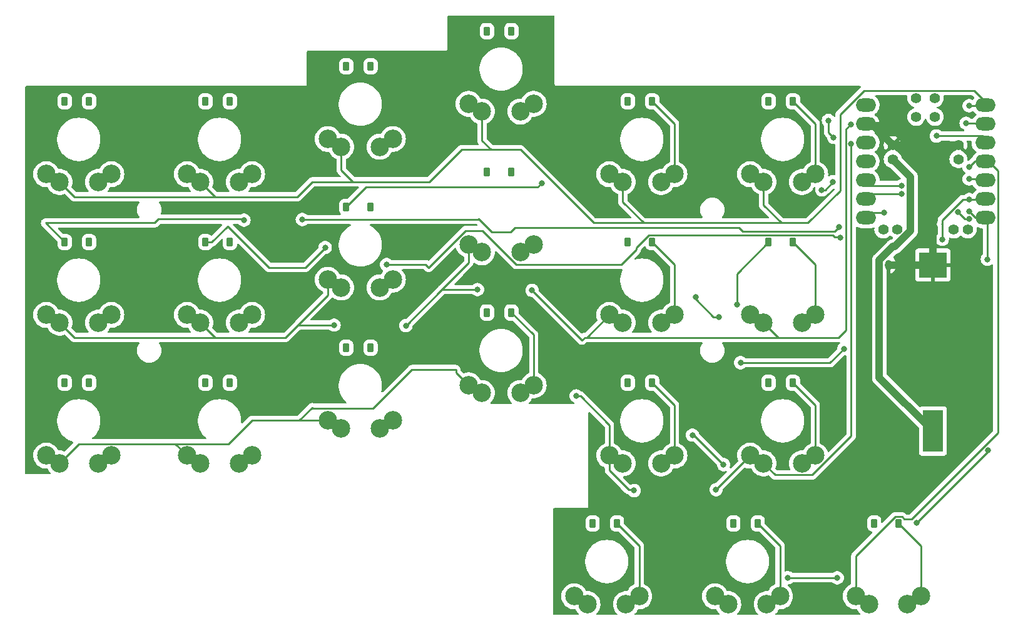
<source format=gbr>
%TF.GenerationSoftware,KiCad,Pcbnew,7.0.6*%
%TF.CreationDate,2023-09-12T11:18:07+08:00*%
%TF.ProjectId,kbv2,6b627632-2e6b-4696-9361-645f70636258,rev?*%
%TF.SameCoordinates,Original*%
%TF.FileFunction,Copper,L2,Bot*%
%TF.FilePolarity,Positive*%
%FSLAX46Y46*%
G04 Gerber Fmt 4.6, Leading zero omitted, Abs format (unit mm)*
G04 Created by KiCad (PCBNEW 7.0.6) date 2023-09-12 11:18:07*
%MOMM*%
%LPD*%
G01*
G04 APERTURE LIST*
G04 Aperture macros list*
%AMRoundRect*
0 Rectangle with rounded corners*
0 $1 Rounding radius*
0 $2 $3 $4 $5 $6 $7 $8 $9 X,Y pos of 4 corners*
0 Add a 4 corners polygon primitive as box body*
4,1,4,$2,$3,$4,$5,$6,$7,$8,$9,$2,$3,0*
0 Add four circle primitives for the rounded corners*
1,1,$1+$1,$2,$3*
1,1,$1+$1,$4,$5*
1,1,$1+$1,$6,$7*
1,1,$1+$1,$8,$9*
0 Add four rect primitives between the rounded corners*
20,1,$1+$1,$2,$3,$4,$5,0*
20,1,$1+$1,$4,$5,$6,$7,0*
20,1,$1+$1,$6,$7,$8,$9,0*
20,1,$1+$1,$8,$9,$2,$3,0*%
G04 Aperture macros list end*
%TA.AperFunction,ComponentPad*%
%ADD10C,2.500000*%
%TD*%
%TA.AperFunction,SMDPad,CuDef*%
%ADD11RoundRect,0.225000X-0.225000X-0.375000X0.225000X-0.375000X0.225000X0.375000X-0.225000X0.375000X0*%
%TD*%
%TA.AperFunction,SMDPad,CuDef*%
%ADD12O,2.750000X1.800000*%
%TD*%
%TA.AperFunction,ComponentPad*%
%ADD13C,1.397000*%
%TD*%
%TA.AperFunction,ComponentPad*%
%ADD14RoundRect,0.225000X-0.225000X-0.475000X0.225000X-0.475000X0.225000X0.475000X-0.225000X0.475000X0*%
%TD*%
%TA.AperFunction,ComponentPad*%
%ADD15O,0.900000X1.400000*%
%TD*%
%TA.AperFunction,SMDPad,CuDef*%
%ADD16R,2.800000X5.700000*%
%TD*%
%TA.AperFunction,SMDPad,CuDef*%
%ADD17R,3.800000X3.500000*%
%TD*%
%TA.AperFunction,ViaPad*%
%ADD18C,0.800000*%
%TD*%
%TA.AperFunction,Conductor*%
%ADD19C,0.250000*%
%TD*%
%TA.AperFunction,Conductor*%
%ADD20C,1.000000*%
%TD*%
G04 APERTURE END LIST*
D10*
%TO.P,K8,1,in*%
%TO.N,ROW 2*%
X151353125Y-91818750D03*
X153153125Y-92868750D03*
%TO.P,K8,2,internal*%
%TO.N,Net-(K8-diode_in)*%
X158353125Y-92868750D03*
X160153125Y-91818750D03*
D11*
%TO.P,K8,3,diode_in*%
X157153125Y-81968750D03*
%TO.P,K8,4,diode_out*%
%TO.N,COL2*%
X153853125Y-81968750D03*
%TD*%
D10*
%TO.P,K7,1,in*%
%TO.N,ROW 2*%
X170403125Y-91818750D03*
X172203125Y-92868750D03*
%TO.P,K7,2,internal*%
%TO.N,Net-(K7-diode_in)*%
X177403125Y-92868750D03*
X179203125Y-91818750D03*
D11*
%TO.P,K7,3,diode_in*%
X176203125Y-81968750D03*
%TO.P,K7,4,diode_out*%
%TO.N,COL1*%
X172903125Y-81968750D03*
%TD*%
D10*
%TO.P,K15,1,in*%
%TO.N,ROW 3*%
X132303125Y-101343750D03*
X134103125Y-102393750D03*
%TO.P,K15,2,internal*%
%TO.N,Net-(K15-diode_in)*%
X139303125Y-102393750D03*
X141103125Y-101343750D03*
D11*
%TO.P,K15,3,diode_in*%
X138103125Y-91493750D03*
%TO.P,K15,4,diode_out*%
%TO.N,COL3*%
X134803125Y-91493750D03*
%TD*%
D10*
%TO.P,K19,1,in*%
%TO.N,ROW 4*%
X184690625Y-129918750D03*
X186490625Y-130968750D03*
%TO.P,K19,2,internal*%
%TO.N,Net-(K19-diode_in)*%
X191690625Y-130968750D03*
X193490625Y-129918750D03*
D11*
%TO.P,K19,3,diode_in*%
X190490625Y-120068750D03*
%TO.P,K19,4,diode_out*%
%TO.N,COL1*%
X187190625Y-120068750D03*
%TD*%
D10*
%TO.P,K20,1,in*%
%TO.N,ROW 4*%
X165640625Y-129918750D03*
X167440625Y-130968750D03*
%TO.P,K20,2,internal*%
%TO.N,Net-(K20-diode_in)*%
X172640625Y-130968750D03*
X174440625Y-129918750D03*
D11*
%TO.P,K20,3,diode_in*%
X171440625Y-120068750D03*
%TO.P,K20,4,diode_out*%
%TO.N,COL2*%
X168140625Y-120068750D03*
%TD*%
D10*
%TO.P,K4,1,in*%
%TO.N,ROW 1*%
X113253125Y-68006250D03*
X115053125Y-69056250D03*
%TO.P,K4,2,internal*%
%TO.N,Net-(K4-diode_in)*%
X120253125Y-69056250D03*
X122053125Y-68006250D03*
D11*
%TO.P,K4,3,diode_in*%
X119053125Y-58156250D03*
%TO.P,K4,4,diode_out*%
%TO.N,COL4*%
X115753125Y-58156250D03*
%TD*%
D10*
%TO.P,K13,1,in*%
%TO.N,ROW 3*%
X170403125Y-110868750D03*
X172203125Y-111918750D03*
%TO.P,K13,2,internal*%
%TO.N,Net-(K13-diode_in)*%
X177403125Y-111918750D03*
X179203125Y-110868750D03*
D11*
%TO.P,K13,3,diode_in*%
X176203125Y-101018750D03*
%TO.P,K13,4,diode_out*%
%TO.N,COL1*%
X172903125Y-101018750D03*
%TD*%
D10*
%TO.P,K6,1,in*%
%TO.N,ROW 1*%
X75153125Y-72768750D03*
X76953125Y-73818750D03*
%TO.P,K6,2,internal*%
%TO.N,Net-(K6-diode_in)*%
X82153125Y-73818750D03*
X83953125Y-72768750D03*
D11*
%TO.P,K6,3,diode_in*%
X80953125Y-62918750D03*
%TO.P,K6,4,diode_out*%
%TO.N,COL6*%
X77653125Y-62918750D03*
%TD*%
D10*
%TO.P,K14,1,in*%
%TO.N,ROW 3*%
X151353125Y-110868750D03*
X153153125Y-111918750D03*
%TO.P,K14,2,internal*%
%TO.N,Net-(K14-diode_in)*%
X158353125Y-111918750D03*
X160153125Y-110868750D03*
D11*
%TO.P,K14,3,diode_in*%
X157153125Y-101018750D03*
%TO.P,K14,4,diode_out*%
%TO.N,COL2*%
X153853125Y-101018750D03*
%TD*%
D12*
%TO.P,U1,1,A2/0.02_H*%
%TO.N,ROW 1*%
X202223085Y-63436250D03*
%TO.P,U1,2,A4/0.03_H*%
%TO.N,ROW 2*%
X202223085Y-65976250D03*
%TO.P,U1,3,A10/0.28*%
%TO.N,ROW 3*%
X202223085Y-68516250D03*
%TO.P,U1,4,A11/0.29*%
%TO.N,ROW 4*%
X202223085Y-71056250D03*
%TO.P,U1,5,A8_SDA/0.04_H*%
%TO.N,COL1*%
X202223085Y-73596250D03*
%TO.P,U1,6,A9_SCL/0.05_H*%
%TO.N,COL2*%
X202223085Y-76136250D03*
%TO.P,U1,7,B8_TX/1.11*%
%TO.N,COL3*%
X202223085Y-78676250D03*
%TO.P,U1,8,B9_RX/1.12*%
%TO.N,COL4*%
X186033165Y-78676250D03*
%TO.P,U1,9,A7_SCK/1.13*%
%TO.N,COL5*%
X186033165Y-76136250D03*
%TO.P,U1,10,A5_MISO/1.14*%
%TO.N,COL6*%
X186033165Y-73596250D03*
%TO.P,U1,11,A6_MOSI/1.15*%
%TO.N,unconnected-(U1-A6_MOSI{slash}1.15-Pad11)*%
X186033165Y-71056250D03*
%TO.P,U1,12,3V3*%
%TO.N,unconnected-(U1-3V3-Pad12)*%
X186033165Y-68516250D03*
%TO.P,U1,13,GND*%
%TO.N,Net-(BT1--)*%
X186033165Y-65976250D03*
%TO.P,U1,14,5V*%
%TO.N,unconnected-(U1-5V-Pad14)*%
X186033165Y-63436250D03*
D13*
%TO.P,U1,15,A31_SWDIO*%
%TO.N,unconnected-(U1-A31_SWDIO-Pad15)*%
X192858125Y-62484250D03*
%TO.P,U1,16,A30_SWCLK*%
%TO.N,unconnected-(U1-A30_SWCLK-Pad16)*%
X195398125Y-62484250D03*
%TO.P,U1,17,RESET*%
%TO.N,unconnected-(U1-RESET-Pad17)*%
X192858125Y-65024250D03*
%TO.P,U1,18,GND*%
%TO.N,unconnected-(U1-GND-Pad18)*%
X195398125Y-65024250D03*
%TO.P,U1,19,BAT*%
%TO.N,Net-(BT1-+)*%
X189683125Y-70739250D03*
X198573125Y-70739250D03*
%TO.P,U1,20,GND*%
%TO.N,Net-(BT1--)*%
X189683125Y-68834250D03*
X198573125Y-68834250D03*
%TO.P,U1,21,NFC1/0.09_H*%
%TO.N,unconnected-(U1-NFC1{slash}0.09_H-Pad21)*%
X190318125Y-80264250D03*
X197938125Y-80264250D03*
%TO.P,U1,22,NFC2/0.10_H*%
%TO.N,unconnected-(U1-NFC2{slash}0.10_H-Pad22)*%
X188413125Y-80264250D03*
X199843125Y-80264250D03*
%TD*%
D10*
%TO.P,K16,1,in*%
%TO.N,ROW 3*%
X113253125Y-106106250D03*
X115053125Y-107156250D03*
%TO.P,K16,2,internal*%
%TO.N,Net-(K16-diode_in)*%
X120253125Y-107156250D03*
X122053125Y-106106250D03*
D11*
%TO.P,K16,3,diode_in*%
X119053125Y-96256250D03*
%TO.P,K16,4,diode_out*%
%TO.N,COL4*%
X115753125Y-96256250D03*
%TD*%
D10*
%TO.P,K11,1,in*%
%TO.N,ROW 2*%
X94203125Y-91818750D03*
X96003125Y-92868750D03*
%TO.P,K11,2,internal*%
%TO.N,Net-(K11-diode_in)*%
X101203125Y-92868750D03*
X103003125Y-91818750D03*
D11*
%TO.P,K11,3,diode_in*%
X100003125Y-81968750D03*
%TO.P,K11,4,diode_out*%
%TO.N,COL5*%
X96703125Y-81968750D03*
%TD*%
D10*
%TO.P,K10,1,in*%
%TO.N,ROW 2*%
X113253125Y-87056250D03*
X115053125Y-88106250D03*
%TO.P,K10,2,internal*%
%TO.N,Net-(K10-diode_in)*%
X120253125Y-88106250D03*
X122053125Y-87056250D03*
D11*
%TO.P,K10,3,diode_in*%
X119053125Y-77206250D03*
%TO.P,K10,4,diode_out*%
%TO.N,COL4*%
X115753125Y-77206250D03*
%TD*%
D10*
%TO.P,K18,1,in*%
%TO.N,ROW 3*%
X75153125Y-110868750D03*
X76953125Y-111918750D03*
%TO.P,K18,2,internal*%
%TO.N,Net-(K18-diode_in)*%
X82153125Y-111918750D03*
X83953125Y-110868750D03*
D11*
%TO.P,K18,3,diode_in*%
X80953125Y-101018750D03*
%TO.P,K18,4,diode_out*%
%TO.N,COL6*%
X77653125Y-101018750D03*
%TD*%
D10*
%TO.P,K9,1,in*%
%TO.N,ROW 2*%
X132303125Y-82293750D03*
X134103125Y-83343750D03*
%TO.P,K9,2,internal*%
%TO.N,Net-(K9-diode_in)*%
X139303125Y-83343750D03*
X141103125Y-82293750D03*
D11*
%TO.P,K9,3,diode_in*%
X138103125Y-72443750D03*
%TO.P,K9,4,diode_out*%
%TO.N,COL3*%
X134803125Y-72443750D03*
%TD*%
D10*
%TO.P,K2,1,in*%
%TO.N,ROW 1*%
X151353125Y-72768750D03*
X153153125Y-73818750D03*
%TO.P,K2,2,internal*%
%TO.N,Net-(K2-diode_in)*%
X158353125Y-73818750D03*
X160153125Y-72768750D03*
D11*
%TO.P,K2,3,diode_in*%
X157153125Y-62918750D03*
%TO.P,K2,4,diode_out*%
%TO.N,COL2*%
X153853125Y-62918750D03*
%TD*%
D10*
%TO.P,K21,1,in*%
%TO.N,ROW 4*%
X146590625Y-129918750D03*
X148390625Y-130968750D03*
%TO.P,K21,2,internal*%
%TO.N,Net-(K21-diode_in)*%
X153590625Y-130968750D03*
X155390625Y-129918750D03*
D11*
%TO.P,K21,3,diode_in*%
X152390625Y-120068750D03*
%TO.P,K21,4,diode_out*%
%TO.N,COL3*%
X149090625Y-120068750D03*
%TD*%
D10*
%TO.P,K17,1,in*%
%TO.N,ROW 3*%
X94203125Y-110868750D03*
X96003125Y-111918750D03*
%TO.P,K17,2,internal*%
%TO.N,Net-(K17-diode_in)*%
X101203125Y-111918750D03*
X103003125Y-110868750D03*
D11*
%TO.P,K17,3,diode_in*%
X100003125Y-101018750D03*
%TO.P,K17,4,diode_out*%
%TO.N,COL5*%
X96703125Y-101018750D03*
%TD*%
D14*
%TO.P,J1,1,Pin_1*%
%TO.N,Net-(BT1-+)*%
X187878125Y-85056250D03*
D15*
%TO.P,J1,2,Pin_2*%
%TO.N,Net-(BT1--)*%
X189128125Y-85056250D03*
%TD*%
D10*
%TO.P,K12,1,in*%
%TO.N,ROW 2*%
X75153125Y-91818750D03*
X76953125Y-92868750D03*
%TO.P,K12,2,internal*%
%TO.N,Net-(K12-diode_in)*%
X82153125Y-92868750D03*
X83953125Y-91818750D03*
D11*
%TO.P,K12,3,diode_in*%
X80953125Y-81968750D03*
%TO.P,K12,4,diode_out*%
%TO.N,COL6*%
X77653125Y-81968750D03*
%TD*%
D10*
%TO.P,K1,1,in*%
%TO.N,ROW 1*%
X170403125Y-72768750D03*
X172203125Y-73818750D03*
%TO.P,K1,2,internal*%
%TO.N,Net-(K1-diode_in)*%
X177403125Y-73818750D03*
X179203125Y-72768750D03*
D11*
%TO.P,K1,3,diode_in*%
X176203125Y-62918750D03*
%TO.P,K1,4,diode_out*%
%TO.N,COL1*%
X172903125Y-62918750D03*
%TD*%
D16*
%TO.P,BT1,1,+*%
%TO.N,Net-(BT1-+)*%
X195128125Y-107556250D03*
D17*
%TO.P,BT1,2,-*%
%TO.N,Net-(BT1--)*%
X195128125Y-85056250D03*
%TD*%
D10*
%TO.P,K5,1,in*%
%TO.N,ROW 1*%
X94203125Y-72768750D03*
X96003125Y-73818750D03*
%TO.P,K5,2,internal*%
%TO.N,Net-(K5-diode_in)*%
X101203125Y-73818750D03*
X103003125Y-72768750D03*
D11*
%TO.P,K5,3,diode_in*%
X100003125Y-62918750D03*
%TO.P,K5,4,diode_out*%
%TO.N,COL5*%
X96703125Y-62918750D03*
%TD*%
D10*
%TO.P,K3,1,in*%
%TO.N,ROW 1*%
X132303125Y-63243750D03*
X134103125Y-64293750D03*
%TO.P,K3,2,internal*%
%TO.N,Net-(K3-diode_in)*%
X139303125Y-64293750D03*
X141103125Y-63243750D03*
D11*
%TO.P,K3,3,diode_in*%
X138103125Y-53393750D03*
%TO.P,K3,4,diode_out*%
%TO.N,COL3*%
X134803125Y-53393750D03*
%TD*%
D18*
%TO.N,ROW 2*%
X140890625Y-88503125D03*
X133500000Y-88400000D03*
%TO.N,COL6*%
X109800000Y-78900000D03*
X101900000Y-79000000D03*
%TO.N,COL5*%
X121200000Y-85000000D03*
X112900000Y-82700000D03*
%TO.N,ROW 2*%
X123825000Y-93265625D03*
X114100000Y-93200000D03*
%TO.N,COL2*%
X162600000Y-108100000D03*
X166800000Y-112100000D03*
X166200000Y-92100000D03*
X163000000Y-89400000D03*
%TO.N,ROW 3*%
X154700000Y-115600000D03*
X165781250Y-115490625D03*
%TO.N,COL3*%
X202562299Y-110162299D03*
X192900000Y-120000000D03*
%TO.N,COL1*%
X168600000Y-90400000D03*
%TO.N,ROW 4*%
X182185938Y-127414062D03*
X175500000Y-127400000D03*
%TO.N,ROW 3*%
X195600000Y-67600000D03*
%TO.N,COL1*%
X181624500Y-73800000D03*
X180100000Y-74900000D03*
%TO.N,COL2*%
X196400000Y-81600000D03*
X183100000Y-96400000D03*
X169100000Y-98300000D03*
%TO.N,COL4*%
X181700000Y-67800000D03*
X181000000Y-65500000D03*
X142200000Y-74000000D03*
%TO.N,COL5*%
X182600000Y-81400000D03*
%TO.N,COL6*%
X182400000Y-79900000D03*
%TO.N,ROW 2*%
X184000000Y-66000000D03*
%TO.N,COL3*%
X202500000Y-84300000D03*
%TO.N,ROW 3*%
X184070430Y-68703726D03*
%TO.N,Net-(K1-diode_in)*%
X176203125Y-62918750D03*
%TO.N,Net-(K2-diode_in)*%
X157153125Y-62918750D03*
%TO.N,Net-(K3-diode_in)*%
X138103125Y-53393750D03*
%TO.N,Net-(K4-diode_in)*%
X119053125Y-58156250D03*
%TO.N,Net-(K5-diode_in)*%
X100003125Y-62918750D03*
%TO.N,ROW 1*%
X200025000Y-63500000D03*
%TO.N,Net-(K6-diode_in)*%
X80953125Y-62918750D03*
%TO.N,Net-(K7-diode_in)*%
X176203125Y-81968750D03*
%TO.N,Net-(K8-diode_in)*%
X157153125Y-81968750D03*
%TO.N,Net-(K9-diode_in)*%
X138103125Y-72443750D03*
%TO.N,Net-(K10-diode_in)*%
X119053125Y-77206250D03*
%TO.N,Net-(K11-diode_in)*%
X100003125Y-81968750D03*
%TO.N,Net-(K12-diode_in)*%
X80953125Y-81968750D03*
%TO.N,Net-(K13-diode_in)*%
X176203125Y-101018750D03*
%TO.N,Net-(K14-diode_in)*%
X157153125Y-101018750D03*
%TO.N,Net-(K15-diode_in)*%
X138103125Y-91493750D03*
%TO.N,ROW 2*%
X199628125Y-65881250D03*
%TO.N,Net-(K16-diode_in)*%
X119053125Y-96256250D03*
%TO.N,Net-(K17-diode_in)*%
X100003125Y-101018750D03*
%TO.N,Net-(K18-diode_in)*%
X80953125Y-101018750D03*
%TO.N,Net-(K19-diode_in)*%
X190490625Y-120068750D03*
%TO.N,Net-(K20-diode_in)*%
X171440625Y-120068750D03*
%TO.N,Net-(K21-diode_in)*%
X152390625Y-120068750D03*
%TO.N,ROW 3*%
X146843750Y-102790625D03*
%TO.N,ROW 4*%
X200025000Y-71834375D03*
%TO.N,Net-(BT1-+)*%
X195128125Y-107556250D03*
%TO.N,Net-(BT1--)*%
X195128125Y-85056250D03*
%TO.N,COL1*%
X172903125Y-101018750D03*
X172903125Y-62918750D03*
X187190625Y-120068750D03*
X172903125Y-81968750D03*
X200025000Y-73421875D03*
%TO.N,COL2*%
X153853125Y-81968750D03*
X200025000Y-76200000D03*
X168140625Y-120068750D03*
X153853125Y-62918750D03*
X153853125Y-101018750D03*
%TO.N,COL3*%
X134803125Y-53393750D03*
X149090625Y-120068750D03*
X134803125Y-91493750D03*
X134803125Y-72443750D03*
X200025000Y-77787500D03*
%TO.N,COL4*%
X188515625Y-77951750D03*
X198500000Y-77900000D03*
X200025000Y-78812099D03*
X115753125Y-58156250D03*
X115753125Y-96256250D03*
%TO.N,COL5*%
X96703125Y-101018750D03*
X96703125Y-81968750D03*
X96703125Y-62918750D03*
X190896875Y-75406250D03*
%TO.N,COL6*%
X77653125Y-62918750D03*
X77653125Y-101018750D03*
X77653125Y-81968750D03*
X190896875Y-74320750D03*
%TD*%
D19*
%TO.N,ROW 2*%
X128700000Y-88400000D02*
X133500000Y-88400000D01*
X128695312Y-88395312D02*
X128700000Y-88400000D01*
X128695312Y-88395312D02*
X128587500Y-88503125D01*
X132303125Y-84787500D02*
X128695312Y-88395312D01*
%TO.N,COL6*%
X133610226Y-78900000D02*
X133653125Y-78857101D01*
X109800000Y-78900000D02*
X133610226Y-78900000D01*
X101757101Y-78857101D02*
X101900000Y-79000000D01*
X90325003Y-78857101D02*
X101757101Y-78857101D01*
%TO.N,COL5*%
X99685938Y-79814063D02*
X97531250Y-81968750D01*
X97531250Y-81968750D02*
X96703125Y-81968750D01*
X105278125Y-85406250D02*
X99685938Y-79814063D01*
X112900000Y-82700000D02*
X110193750Y-85406250D01*
X110193750Y-85406250D02*
X105278125Y-85406250D01*
X121200000Y-85000000D02*
X126487500Y-85000000D01*
X126487500Y-85000000D02*
X126893750Y-85406250D01*
%TO.N,ROW 2*%
X109400000Y-93200000D02*
X114100000Y-93200000D01*
X109303125Y-93103125D02*
X109400000Y-93200000D01*
X109303125Y-93103125D02*
X109140625Y-93265625D01*
X113253125Y-89153125D02*
X109303125Y-93103125D01*
%TO.N,COL2*%
X162800000Y-108100000D02*
X162600000Y-108100000D01*
X166800000Y-112100000D02*
X162800000Y-108100000D01*
X165400000Y-92100000D02*
X163000000Y-89700000D01*
X166200000Y-92100000D02*
X165400000Y-92100000D01*
X163000000Y-89700000D02*
X163000000Y-89400000D01*
%TO.N,ROW 3*%
X154590625Y-115490625D02*
X154700000Y-115600000D01*
X153987500Y-115490625D02*
X154590625Y-115490625D01*
%TO.N,COL3*%
X202562299Y-110337701D02*
X202562299Y-110162299D01*
X192900000Y-120000000D02*
X202562299Y-110337701D01*
%TO.N,COL1*%
X168600000Y-86271875D02*
X172903125Y-81968750D01*
X168600000Y-90400000D02*
X168600000Y-86271875D01*
%TO.N,ROW 4*%
X203923085Y-107776915D02*
X203923085Y-72281250D01*
X190943442Y-119143750D02*
X191265625Y-119465933D01*
X190037808Y-119143750D02*
X190943442Y-119143750D01*
X191265625Y-119465933D02*
X192234067Y-119465933D01*
X203923085Y-72281250D02*
X202698085Y-71056250D01*
X184690625Y-124490933D02*
X190037808Y-119143750D01*
X184690625Y-129918750D02*
X184690625Y-124490933D01*
X192234067Y-119465933D02*
X203923085Y-107776915D01*
X175500000Y-127400000D02*
X182171876Y-127400000D01*
X182171876Y-127400000D02*
X182185938Y-127414062D01*
D20*
%TO.N,Net-(BT1--)*%
X186825125Y-65976250D02*
X185558165Y-65976250D01*
X189683125Y-68834250D02*
X186825125Y-65976250D01*
D19*
%TO.N,ROW 3*%
X201781835Y-67600000D02*
X202698085Y-68516250D01*
X195600000Y-67600000D02*
X201781835Y-67600000D01*
%TO.N,COL6*%
X75053125Y-79368750D02*
X77653125Y-81968750D01*
X89813354Y-79368750D02*
X75053125Y-79368750D01*
X90325003Y-78857101D02*
X89813354Y-79368750D01*
X135439774Y-80643750D02*
X133653125Y-78857101D01*
X138610226Y-80000000D02*
X137966476Y-80643750D01*
X182400000Y-79900000D02*
X181800000Y-80500000D01*
X181800000Y-80500000D02*
X169400000Y-80500000D01*
X169400000Y-80500000D02*
X168900000Y-80000000D01*
X168900000Y-80000000D02*
X138610226Y-80000000D01*
X137966476Y-80643750D02*
X135439774Y-80643750D01*
%TO.N,COL5*%
X182500000Y-81300000D02*
X182600000Y-81400000D01*
X181800000Y-81300000D02*
X182500000Y-81300000D01*
X181543750Y-81043750D02*
X181800000Y-81300000D01*
X156700308Y-81043750D02*
X181543750Y-81043750D01*
X155000000Y-82744058D02*
X156700308Y-81043750D01*
X155000000Y-83000000D02*
X155000000Y-82744058D01*
X138731988Y-85000000D02*
X153000000Y-85000000D01*
X134131988Y-80400000D02*
X138731988Y-85000000D01*
X153000000Y-85000000D02*
X155000000Y-83000000D01*
X131900000Y-80400000D02*
X134131988Y-80400000D01*
X126893750Y-85406250D02*
X131900000Y-80400000D01*
%TO.N,COL1*%
X180524500Y-74900000D02*
X181624500Y-73800000D01*
X180100000Y-74900000D02*
X180524500Y-74900000D01*
%TO.N,COL2*%
X196400000Y-78974695D02*
X199174695Y-76200000D01*
X196400000Y-79600000D02*
X196400000Y-78974695D01*
X199174695Y-76200000D02*
X200025000Y-76200000D01*
%TO.N,COL4*%
X198500000Y-77900000D02*
X199412099Y-78812099D01*
X199412099Y-78812099D02*
X200025000Y-78812099D01*
%TO.N,COL2*%
X196400000Y-79600000D02*
X196300000Y-79500000D01*
X196400000Y-81600000D02*
X196400000Y-79600000D01*
%TO.N,COL3*%
X200913750Y-78676250D02*
X202698085Y-78676250D01*
X200025000Y-77787500D02*
X200913750Y-78676250D01*
X202500000Y-84300000D02*
X202500000Y-78874335D01*
X202500000Y-78874335D02*
X202698085Y-78676250D01*
%TO.N,COL2*%
X169100000Y-98300000D02*
X181200000Y-98300000D01*
X181200000Y-98300000D02*
X183100000Y-96400000D01*
%TO.N,COL4*%
X181000000Y-67100000D02*
X181700000Y-67800000D01*
X181000000Y-65500000D02*
X181000000Y-67100000D01*
X118415625Y-74543750D02*
X141656250Y-74543750D01*
X141656250Y-74543750D02*
X142200000Y-74000000D01*
X115753125Y-77206250D02*
X118415625Y-74543750D01*
%TO.N,ROW 2*%
X183345430Y-93854570D02*
X183345430Y-66654570D01*
X182331250Y-94868750D02*
X183345430Y-93854570D01*
X183345430Y-66654570D02*
X184000000Y-66000000D01*
X174203125Y-94868750D02*
X182331250Y-94868750D01*
%TO.N,ROW 3*%
X184070430Y-108228832D02*
X184070430Y-68703726D01*
X178805512Y-113493750D02*
X184070430Y-108228832D01*
X173778125Y-113493750D02*
X178805512Y-113493750D01*
X172203125Y-111918750D02*
X173778125Y-113493750D01*
%TO.N,Net-(K13-diode_in)*%
X179203125Y-104018750D02*
X179203125Y-110868750D01*
X176203125Y-101018750D02*
X179203125Y-104018750D01*
%TO.N,Net-(K7-diode_in)*%
X179203125Y-84968750D02*
X179203125Y-91818750D01*
X176203125Y-81968750D02*
X179203125Y-84968750D01*
%TO.N,Net-(K8-diode_in)*%
X160153125Y-84968750D02*
X160153125Y-91818750D01*
X157153125Y-81968750D02*
X160153125Y-84968750D01*
%TO.N,Net-(K2-diode_in)*%
X160153125Y-65918750D02*
X160153125Y-72768750D01*
X157153125Y-62918750D02*
X160153125Y-65918750D01*
%TO.N,Net-(K1-diode_in)*%
X179203125Y-65918750D02*
X179203125Y-72768750D01*
X176203125Y-62918750D02*
X179203125Y-65918750D01*
%TO.N,ROW 1*%
X98028125Y-75818750D02*
X109125000Y-75818750D01*
X127000000Y-73818750D02*
X131365625Y-69453125D01*
X153153125Y-76550000D02*
X155971875Y-79368750D01*
X174625000Y-79368750D02*
X178203125Y-79368750D01*
X115053125Y-69056250D02*
X115053125Y-72190625D01*
X182562500Y-75009375D02*
X182562500Y-64699503D01*
X182562500Y-64699503D02*
X185801253Y-61460750D01*
X149218750Y-79368750D02*
X155971875Y-79368750D01*
X185801253Y-61460750D02*
X200722585Y-61460750D01*
X111125000Y-73818750D02*
X116681250Y-73818750D01*
X200722585Y-61460750D02*
X202698085Y-63436250D01*
X109125000Y-75818750D02*
X111125000Y-73818750D01*
X172203125Y-76946875D02*
X172203125Y-73818750D01*
X172203125Y-76946875D02*
X174625000Y-79368750D01*
X178203125Y-79368750D02*
X182562500Y-75009375D01*
X115053125Y-72190625D02*
X116681250Y-73818750D01*
X200025000Y-63500000D02*
X202634335Y-63500000D01*
X202634335Y-63500000D02*
X202698085Y-63436250D01*
X139303125Y-69453125D02*
X149218750Y-79368750D01*
X134103125Y-68221875D02*
X135334375Y-69453125D01*
X134103125Y-64293750D02*
X134103125Y-68221875D01*
X76953125Y-73818750D02*
X78953125Y-75818750D01*
X135334375Y-69453125D02*
X139303125Y-69453125D01*
X155971875Y-79368750D02*
X174625000Y-79368750D01*
X131365625Y-69453125D02*
X135334375Y-69453125D01*
X96003125Y-73818750D02*
X98003125Y-75818750D01*
X116681250Y-73818750D02*
X127000000Y-73818750D01*
X153153125Y-73818750D02*
X153153125Y-76550000D01*
X98003125Y-75818750D02*
X98028125Y-75818750D01*
X78953125Y-75818750D02*
X98028125Y-75818750D01*
%TO.N,Net-(K14-diode_in)*%
X160153125Y-104018750D02*
X157153125Y-101018750D01*
X160153125Y-110868750D02*
X160153125Y-104018750D01*
%TO.N,Net-(K15-diode_in)*%
X141103125Y-94493750D02*
X138103125Y-91493750D01*
X141103125Y-101343750D02*
X141103125Y-94493750D01*
%TO.N,ROW 2*%
X98003125Y-94868750D02*
X98425000Y-94868750D01*
X76953125Y-92868750D02*
X78953125Y-94868750D01*
X172203125Y-92868750D02*
X174203125Y-94868750D01*
X96003125Y-92868750D02*
X98003125Y-94868750D01*
X107537500Y-94868750D02*
X109140625Y-93265625D01*
X98425000Y-94868750D02*
X107537500Y-94868750D01*
X132303125Y-82293750D02*
X132303125Y-84787500D01*
X174203125Y-94868750D02*
X174228125Y-94868750D01*
X147637500Y-95250000D02*
X148018750Y-94868750D01*
X140890625Y-88503125D02*
X147637500Y-95250000D01*
X151353125Y-91818750D02*
X148303125Y-94868750D01*
X78953125Y-94868750D02*
X98425000Y-94868750D01*
X199628125Y-65881250D02*
X202603085Y-65881250D01*
X148018750Y-94868750D02*
X174228125Y-94868750D01*
X148303125Y-94868750D02*
X148018750Y-94868750D01*
X123825000Y-93265625D02*
X128587500Y-88503125D01*
X202603085Y-65881250D02*
X202698085Y-65976250D01*
X113253125Y-87056250D02*
X113253125Y-89153125D01*
%TO.N,Net-(K19-diode_in)*%
X193490625Y-123068750D02*
X190490625Y-120068750D01*
X193490625Y-129918750D02*
X193490625Y-123068750D01*
%TO.N,Net-(K20-diode_in)*%
X174440625Y-123068750D02*
X171440625Y-120068750D01*
X174440625Y-129918750D02*
X174440625Y-123068750D01*
%TO.N,Net-(K21-diode_in)*%
X155390625Y-129918750D02*
X155390625Y-123068750D01*
X155390625Y-123068750D02*
X152390625Y-120068750D01*
%TO.N,ROW 3*%
X99791476Y-109293750D02*
X102978976Y-106106250D01*
X111125000Y-104378125D02*
X111203125Y-104456250D01*
X147419791Y-102790625D02*
X151353125Y-106723959D01*
X124618750Y-99218750D02*
X130571875Y-99218750D01*
X103187500Y-106106250D02*
X109396875Y-106106250D01*
X151353125Y-109140625D02*
X151353125Y-112856250D01*
X102978976Y-106106250D02*
X103187500Y-106106250D01*
X111203125Y-104456250D02*
X119381250Y-104456250D01*
X151353125Y-106723959D02*
X151353125Y-109140625D01*
X130571875Y-99218750D02*
X130571875Y-99612500D01*
X103187500Y-106106250D02*
X113253125Y-106106250D01*
X165781250Y-115490625D02*
X170403125Y-110868750D01*
X151353125Y-112856250D02*
X153987500Y-115490625D01*
X130571875Y-99612500D02*
X132303125Y-101343750D01*
X119381250Y-104456250D02*
X124618750Y-99218750D01*
X79578125Y-109293750D02*
X92628125Y-109293750D01*
X76953125Y-111918750D02*
X79578125Y-109293750D01*
X92628125Y-109293750D02*
X99791476Y-109293750D01*
X92628125Y-109293750D02*
X94203125Y-110868750D01*
X109396875Y-106106250D02*
X111125000Y-104378125D01*
X151353125Y-109140625D02*
X151353125Y-110868750D01*
X146843750Y-102790625D02*
X147419791Y-102790625D01*
%TO.N,ROW 4*%
X200803125Y-71056250D02*
X202698085Y-71056250D01*
X200025000Y-71834375D02*
X200803125Y-71056250D01*
D20*
%TO.N,Net-(BT1-+)*%
X187878125Y-84429904D02*
X189732140Y-82575889D01*
X192087500Y-73143625D02*
X189683125Y-70739250D01*
X189984264Y-82575889D02*
X192087500Y-80472653D01*
X195128125Y-107556250D02*
X187878125Y-100306250D01*
X192087500Y-80472653D02*
X192087500Y-73143625D01*
X187878125Y-85056250D02*
X187878125Y-84429904D01*
X189732140Y-82575889D02*
X189984264Y-82575889D01*
X187878125Y-100306250D02*
X187878125Y-85056250D01*
%TO.N,Net-(BT1--)*%
X197585297Y-68834250D02*
X198573125Y-68834250D01*
X195128125Y-85056250D02*
X195128125Y-73291422D01*
X195128125Y-73291422D02*
X190670953Y-68834250D01*
X189128125Y-85056250D02*
X195128125Y-85056250D01*
X195128125Y-73291422D02*
X195128125Y-71291422D01*
X195128125Y-71291422D02*
X197585297Y-68834250D01*
X190670953Y-68834250D02*
X189683125Y-68834250D01*
D19*
%TO.N,COL1*%
X200025000Y-73421875D02*
X202523710Y-73421875D01*
X202523710Y-73421875D02*
X202698085Y-73596250D01*
%TO.N,COL2*%
X200025000Y-76200000D02*
X202634335Y-76200000D01*
X202634335Y-76200000D02*
X202698085Y-76136250D01*
%TO.N,COL4*%
X188515625Y-77951750D02*
X186282665Y-77951750D01*
X186282665Y-77951750D02*
X185558165Y-78676250D01*
%TO.N,COL5*%
X185558165Y-76136250D02*
X186288165Y-75406250D01*
X186288165Y-75406250D02*
X190896875Y-75406250D01*
%TO.N,COL6*%
X186282665Y-74320750D02*
X190896875Y-74320750D01*
X185558165Y-73596250D02*
X186282665Y-74320750D01*
%TD*%
%TA.AperFunction,Conductor*%
%TO.N,Net-(BT1--)*%
G36*
X143886289Y-51323310D02*
G01*
X143932044Y-51376114D01*
X143943250Y-51427625D01*
X143943250Y-60468909D01*
X143940187Y-60490870D01*
X143939348Y-60499917D01*
X143942985Y-60539160D01*
X143943250Y-60544883D01*
X143943250Y-60555968D01*
X143943251Y-60555980D01*
X143945286Y-60566874D01*
X143946077Y-60572540D01*
X143949714Y-60611783D01*
X143952193Y-60620497D01*
X143955417Y-60630114D01*
X143958688Y-60638557D01*
X143958689Y-60638558D01*
X143979440Y-60672073D01*
X143982217Y-60677058D01*
X143988192Y-60689056D01*
X143999792Y-60712353D01*
X144005276Y-60719615D01*
X144011707Y-60727360D01*
X144017830Y-60734076D01*
X144049285Y-60757831D01*
X144053693Y-60761491D01*
X144053756Y-60761548D01*
X144082817Y-60788041D01*
X144082818Y-60788041D01*
X144082819Y-60788042D01*
X144090547Y-60792827D01*
X144099330Y-60797719D01*
X144107482Y-60801778D01*
X144107486Y-60801781D01*
X144145410Y-60812570D01*
X144150804Y-60814378D01*
X144187577Y-60828625D01*
X144187579Y-60828625D01*
X144196505Y-60830294D01*
X144206492Y-60831687D01*
X144215542Y-60832526D01*
X144215542Y-60832525D01*
X144215543Y-60832526D01*
X144224597Y-60831687D01*
X144254786Y-60828890D01*
X144260509Y-60828625D01*
X148156327Y-60828625D01*
X185248882Y-60828625D01*
X185315921Y-60848310D01*
X185361676Y-60901114D01*
X185371620Y-60970272D01*
X185344405Y-61031690D01*
X185339948Y-61037075D01*
X185336025Y-61041386D01*
X182178708Y-64198702D01*
X182166451Y-64208523D01*
X182166634Y-64208744D01*
X182160623Y-64213716D01*
X182113272Y-64264139D01*
X182092389Y-64285022D01*
X182092377Y-64285035D01*
X182088121Y-64290520D01*
X182084337Y-64294950D01*
X182052437Y-64328921D01*
X182052436Y-64328923D01*
X182042784Y-64346479D01*
X182032110Y-64362729D01*
X182019829Y-64378564D01*
X182019824Y-64378571D01*
X182001315Y-64421341D01*
X181998745Y-64426587D01*
X181976303Y-64467409D01*
X181971322Y-64486810D01*
X181965021Y-64505213D01*
X181957062Y-64523605D01*
X181957061Y-64523608D01*
X181949771Y-64569630D01*
X181948587Y-64575349D01*
X181937001Y-64620475D01*
X181937000Y-64620485D01*
X181937000Y-64640519D01*
X181935473Y-64659918D01*
X181932340Y-64679697D01*
X181932340Y-64679698D01*
X181936725Y-64726086D01*
X181937000Y-64731924D01*
X181937000Y-64871836D01*
X181917315Y-64938875D01*
X181864511Y-64984630D01*
X181795353Y-64994574D01*
X181731797Y-64965549D01*
X181720850Y-64954809D01*
X181605871Y-64827112D01*
X181598279Y-64821596D01*
X181452734Y-64715851D01*
X181452729Y-64715848D01*
X181279807Y-64638857D01*
X181279802Y-64638855D01*
X181118696Y-64604612D01*
X181094646Y-64599500D01*
X180905354Y-64599500D01*
X180881304Y-64604612D01*
X180720197Y-64638855D01*
X180720192Y-64638857D01*
X180547270Y-64715848D01*
X180547265Y-64715851D01*
X180394129Y-64827111D01*
X180267466Y-64967785D01*
X180172821Y-65131715D01*
X180172818Y-65131722D01*
X180114327Y-65311740D01*
X180114326Y-65311744D01*
X180094540Y-65500000D01*
X180114326Y-65688256D01*
X180114327Y-65688259D01*
X180172818Y-65868277D01*
X180172821Y-65868284D01*
X180267467Y-66032216D01*
X180301046Y-66069509D01*
X180342650Y-66115715D01*
X180372880Y-66178706D01*
X180374500Y-66198687D01*
X180374500Y-67017255D01*
X180372775Y-67032872D01*
X180373061Y-67032899D01*
X180372326Y-67040665D01*
X180374500Y-67109814D01*
X180374500Y-67139343D01*
X180374501Y-67139360D01*
X180375368Y-67146231D01*
X180375826Y-67152050D01*
X180377290Y-67198624D01*
X180377291Y-67198627D01*
X180382880Y-67217867D01*
X180386824Y-67236911D01*
X180387760Y-67244316D01*
X180389336Y-67256791D01*
X180406490Y-67300119D01*
X180408382Y-67305647D01*
X180420911Y-67348772D01*
X180421382Y-67350390D01*
X180422164Y-67351713D01*
X180431580Y-67367634D01*
X180440138Y-67385103D01*
X180447514Y-67403732D01*
X180474898Y-67441423D01*
X180478106Y-67446307D01*
X180501827Y-67486416D01*
X180501833Y-67486424D01*
X180515990Y-67500580D01*
X180528628Y-67515376D01*
X180540405Y-67531586D01*
X180540406Y-67531587D01*
X180576309Y-67561288D01*
X180580632Y-67565222D01*
X180761038Y-67745629D01*
X180794523Y-67806952D01*
X180796678Y-67820348D01*
X180803312Y-67883460D01*
X180814326Y-67988256D01*
X180814327Y-67988259D01*
X180872818Y-68168277D01*
X180872821Y-68168284D01*
X180967467Y-68332216D01*
X181048304Y-68421994D01*
X181094129Y-68472888D01*
X181247265Y-68584148D01*
X181247270Y-68584151D01*
X181420192Y-68661142D01*
X181420197Y-68661144D01*
X181605354Y-68700500D01*
X181605355Y-68700500D01*
X181794638Y-68700500D01*
X181794646Y-68700500D01*
X181794653Y-68700498D01*
X181800028Y-68699933D01*
X181868759Y-68712497D01*
X181919787Y-68760225D01*
X181937000Y-68823253D01*
X181937000Y-72792679D01*
X181917315Y-72859718D01*
X181864511Y-72905473D01*
X181795353Y-72915417D01*
X181787220Y-72913969D01*
X181719147Y-72899500D01*
X181719146Y-72899500D01*
X181529854Y-72899500D01*
X181501753Y-72905473D01*
X181344697Y-72938855D01*
X181344692Y-72938857D01*
X181171770Y-73015848D01*
X181171766Y-73015851D01*
X181143210Y-73036598D01*
X181077403Y-73060077D01*
X181009350Y-73044251D01*
X180960655Y-72994144D01*
X180946673Y-72927012D01*
X180947651Y-72913969D01*
X180958533Y-72768750D01*
X180957911Y-72760455D01*
X180938928Y-72507129D01*
X180938927Y-72507124D01*
X180938927Y-72507120D01*
X180880545Y-72251334D01*
X180784693Y-72007107D01*
X180653511Y-71779893D01*
X180489930Y-71574769D01*
X180489929Y-71574768D01*
X180489926Y-71574764D01*
X180297604Y-71396317D01*
X180233147Y-71352371D01*
X180080829Y-71248522D01*
X180080826Y-71248521D01*
X180080824Y-71248519D01*
X179898823Y-71160872D01*
X179846964Y-71114049D01*
X179828625Y-71049152D01*
X179828625Y-66001492D01*
X179830349Y-65985872D01*
X179830064Y-65985845D01*
X179830798Y-65978083D01*
X179829219Y-65927813D01*
X179828625Y-65908921D01*
X179828625Y-65879400D01*
X179827756Y-65872529D01*
X179827298Y-65866702D01*
X179826317Y-65835474D01*
X179825835Y-65820123D01*
X179820244Y-65800880D01*
X179816298Y-65781828D01*
X179813789Y-65761958D01*
X179796629Y-65718617D01*
X179794749Y-65713129D01*
X179781743Y-65668360D01*
X179771547Y-65651120D01*
X179762986Y-65633644D01*
X179755612Y-65615020D01*
X179755611Y-65615018D01*
X179728204Y-65577295D01*
X179725013Y-65572436D01*
X179701297Y-65532333D01*
X179701290Y-65532324D01*
X179687131Y-65518165D01*
X179674493Y-65503369D01*
X179662719Y-65487163D01*
X179628970Y-65459244D01*
X179626813Y-65457459D01*
X179622501Y-65453536D01*
X177189943Y-63020977D01*
X177156458Y-62959654D01*
X177153624Y-62933296D01*
X177153624Y-62495412D01*
X177153623Y-62495394D01*
X177143474Y-62396042D01*
X177143473Y-62396039D01*
X177139972Y-62385473D01*
X177090128Y-62235053D01*
X177090124Y-62235047D01*
X177090123Y-62235044D01*
X177001095Y-62090709D01*
X177001092Y-62090705D01*
X176881169Y-61970782D01*
X176881165Y-61970779D01*
X176736830Y-61881751D01*
X176736824Y-61881748D01*
X176736822Y-61881747D01*
X176705346Y-61871317D01*
X176575834Y-61828401D01*
X176476471Y-61818250D01*
X175929787Y-61818250D01*
X175929769Y-61818251D01*
X175830417Y-61828400D01*
X175830414Y-61828401D01*
X175669430Y-61881746D01*
X175669419Y-61881751D01*
X175525084Y-61970779D01*
X175525080Y-61970782D01*
X175405157Y-62090705D01*
X175405154Y-62090709D01*
X175316126Y-62235044D01*
X175316121Y-62235055D01*
X175262776Y-62396040D01*
X175252625Y-62495397D01*
X175252625Y-63342087D01*
X175252626Y-63342105D01*
X175262775Y-63441457D01*
X175262776Y-63441460D01*
X175316121Y-63602444D01*
X175316126Y-63602455D01*
X175405154Y-63746790D01*
X175405157Y-63746794D01*
X175525080Y-63866717D01*
X175525084Y-63866720D01*
X175669419Y-63955748D01*
X175669422Y-63955749D01*
X175669428Y-63955753D01*
X175830417Y-64009099D01*
X175929780Y-64019250D01*
X176367672Y-64019249D01*
X176434711Y-64038933D01*
X176455353Y-64055568D01*
X178541306Y-66141520D01*
X178574791Y-66202843D01*
X178577625Y-66229201D01*
X178577625Y-71049152D01*
X178557940Y-71116191D01*
X178507427Y-71160872D01*
X178325425Y-71248519D01*
X178108645Y-71396317D01*
X177916323Y-71574764D01*
X177752739Y-71779893D01*
X177622052Y-72006250D01*
X177571485Y-72054466D01*
X177514665Y-72068250D01*
X177271937Y-72068250D01*
X177110372Y-72092603D01*
X177012510Y-72107354D01*
X177012506Y-72107355D01*
X177012507Y-72107355D01*
X177012501Y-72107356D01*
X176761798Y-72184688D01*
X176525428Y-72298517D01*
X176525427Y-72298518D01*
X176308645Y-72446317D01*
X176116323Y-72624764D01*
X175952739Y-72829893D01*
X175821557Y-73057106D01*
X175725707Y-73301328D01*
X175725701Y-73301347D01*
X175667322Y-73557124D01*
X175667321Y-73557129D01*
X175647717Y-73818745D01*
X175647717Y-73818754D01*
X175667321Y-74080370D01*
X175667322Y-74080375D01*
X175725701Y-74336152D01*
X175725703Y-74336161D01*
X175725705Y-74336166D01*
X175821557Y-74580393D01*
X175952739Y-74807607D01*
X176036134Y-74912181D01*
X176116323Y-75012735D01*
X176283676Y-75168014D01*
X176308646Y-75191183D01*
X176525421Y-75338978D01*
X176525426Y-75338980D01*
X176525427Y-75338981D01*
X176525428Y-75338982D01*
X176648335Y-75398170D01*
X176761798Y-75452811D01*
X176761799Y-75452811D01*
X176761802Y-75452813D01*
X177012510Y-75530146D01*
X177271943Y-75569250D01*
X177534307Y-75569250D01*
X177793740Y-75530146D01*
X178044448Y-75452813D01*
X178238019Y-75359594D01*
X178280821Y-75338982D01*
X178280821Y-75338981D01*
X178280829Y-75338978D01*
X178497604Y-75191183D01*
X178672791Y-75028634D01*
X178689926Y-75012735D01*
X178689926Y-75012733D01*
X178689930Y-75012731D01*
X178853511Y-74807607D01*
X178984198Y-74581249D01*
X179034765Y-74533034D01*
X179091585Y-74519250D01*
X179106200Y-74519250D01*
X179173239Y-74538935D01*
X179218994Y-74591739D01*
X179228938Y-74660897D01*
X179224131Y-74681569D01*
X179214326Y-74711742D01*
X179210275Y-74750284D01*
X179194540Y-74900000D01*
X179214326Y-75088256D01*
X179214327Y-75088259D01*
X179272818Y-75268277D01*
X179272821Y-75268284D01*
X179367467Y-75432216D01*
X179463028Y-75538347D01*
X179494129Y-75572888D01*
X179647265Y-75684148D01*
X179647270Y-75684151D01*
X179820192Y-75761142D01*
X179820197Y-75761144D01*
X180005354Y-75800500D01*
X180005355Y-75800500D01*
X180194644Y-75800500D01*
X180194646Y-75800500D01*
X180379803Y-75761144D01*
X180552730Y-75684151D01*
X180705871Y-75572888D01*
X180706376Y-75572328D01*
X180744358Y-75530144D01*
X180787092Y-75482682D01*
X180822430Y-75458129D01*
X180821394Y-75456245D01*
X180828221Y-75452490D01*
X180828232Y-75452486D01*
X180865949Y-75425082D01*
X180870805Y-75421892D01*
X180910920Y-75398170D01*
X180925089Y-75383999D01*
X180939879Y-75371368D01*
X180956087Y-75359594D01*
X180985799Y-75323676D01*
X180989712Y-75319376D01*
X181572271Y-74736819D01*
X181633595Y-74703334D01*
X181659953Y-74700500D01*
X181687422Y-74700500D01*
X181754461Y-74720185D01*
X181800216Y-74772989D01*
X181810160Y-74842147D01*
X181781135Y-74905703D01*
X181775103Y-74912181D01*
X177980353Y-78706931D01*
X177919030Y-78740416D01*
X177892672Y-78743250D01*
X174935453Y-78743250D01*
X174868414Y-78723565D01*
X174847772Y-78706931D01*
X172864944Y-76724103D01*
X172831459Y-76662780D01*
X172828625Y-76636422D01*
X172828625Y-75538347D01*
X172848310Y-75471308D01*
X172898824Y-75426627D01*
X173080821Y-75338982D01*
X173080821Y-75338981D01*
X173080829Y-75338978D01*
X173297604Y-75191183D01*
X173472791Y-75028634D01*
X173489926Y-75012735D01*
X173489926Y-75012733D01*
X173489930Y-75012731D01*
X173653511Y-74807607D01*
X173784693Y-74580393D01*
X173880545Y-74336166D01*
X173938927Y-74080380D01*
X173947743Y-73962735D01*
X173958533Y-73818754D01*
X173958533Y-73818745D01*
X173938928Y-73557129D01*
X173938927Y-73557124D01*
X173938927Y-73557120D01*
X173880545Y-73301334D01*
X173784693Y-73057107D01*
X173653511Y-72829893D01*
X173489930Y-72624769D01*
X173489929Y-72624768D01*
X173489926Y-72624764D01*
X173297604Y-72446317D01*
X173251273Y-72414729D01*
X173080829Y-72298522D01*
X173080825Y-72298520D01*
X173080822Y-72298518D01*
X173080821Y-72298517D01*
X172844450Y-72184688D01*
X172844452Y-72184688D01*
X172593748Y-72107356D01*
X172593744Y-72107355D01*
X172593740Y-72107354D01*
X172468948Y-72088544D01*
X172334312Y-72068250D01*
X172334307Y-72068250D01*
X172091585Y-72068250D01*
X172024546Y-72048565D01*
X171984198Y-72006250D01*
X171966413Y-71975445D01*
X171853511Y-71779893D01*
X171689930Y-71574769D01*
X171689929Y-71574768D01*
X171689926Y-71574764D01*
X171497604Y-71396317D01*
X171433147Y-71352371D01*
X171280829Y-71248522D01*
X171280823Y-71248519D01*
X171280822Y-71248518D01*
X171280821Y-71248517D01*
X171044450Y-71134688D01*
X171044452Y-71134688D01*
X170793748Y-71057356D01*
X170793744Y-71057355D01*
X170793740Y-71057354D01*
X170668948Y-71038544D01*
X170534312Y-71018250D01*
X170534307Y-71018250D01*
X170271943Y-71018250D01*
X170271937Y-71018250D01*
X170110372Y-71042603D01*
X170012510Y-71057354D01*
X170012506Y-71057355D01*
X170012507Y-71057355D01*
X170012501Y-71057356D01*
X169761798Y-71134688D01*
X169525428Y-71248517D01*
X169525427Y-71248518D01*
X169308645Y-71396317D01*
X169116323Y-71574764D01*
X168952739Y-71779893D01*
X168821557Y-72007106D01*
X168725707Y-72251328D01*
X168725701Y-72251347D01*
X168667322Y-72507124D01*
X168667321Y-72507129D01*
X168647717Y-72768745D01*
X168647717Y-72768754D01*
X168667321Y-73030370D01*
X168667322Y-73030375D01*
X168725701Y-73286152D01*
X168725703Y-73286161D01*
X168725705Y-73286166D01*
X168821557Y-73530393D01*
X168952739Y-73757607D01*
X169043832Y-73871834D01*
X169116323Y-73962735D01*
X169258617Y-74094763D01*
X169308646Y-74141183D01*
X169525421Y-74288978D01*
X169525426Y-74288980D01*
X169525427Y-74288981D01*
X169525428Y-74288982D01*
X169609327Y-74329385D01*
X169761798Y-74402811D01*
X169761799Y-74402811D01*
X169761802Y-74402813D01*
X170012510Y-74480146D01*
X170271943Y-74519250D01*
X170514665Y-74519250D01*
X170581704Y-74538935D01*
X170622051Y-74581249D01*
X170752739Y-74807607D01*
X170836134Y-74912181D01*
X170916323Y-75012735D01*
X171083676Y-75168014D01*
X171108646Y-75191183D01*
X171325421Y-75338978D01*
X171325424Y-75338979D01*
X171325425Y-75338980D01*
X171507426Y-75426627D01*
X171559285Y-75473449D01*
X171577624Y-75538347D01*
X171577624Y-76864135D01*
X171575901Y-76879752D01*
X171576185Y-76879779D01*
X171575451Y-76887539D01*
X171577624Y-76956689D01*
X171577624Y-76986226D01*
X171578493Y-76993107D01*
X171578951Y-76998926D01*
X171580415Y-77045499D01*
X171580416Y-77045502D01*
X171586005Y-77064742D01*
X171589949Y-77083786D01*
X171592461Y-77103667D01*
X171609615Y-77146994D01*
X171611507Y-77152522D01*
X171624506Y-77197263D01*
X171634705Y-77214509D01*
X171643261Y-77231975D01*
X171650639Y-77250607D01*
X171652930Y-77253761D01*
X171678023Y-77288298D01*
X171681231Y-77293182D01*
X171704952Y-77333291D01*
X171704958Y-77333299D01*
X171719115Y-77347455D01*
X171731753Y-77362251D01*
X171743530Y-77378461D01*
X171743531Y-77378462D01*
X171779434Y-77408163D01*
X171783745Y-77412085D01*
X172626474Y-78254815D01*
X172903228Y-78531569D01*
X172936713Y-78592892D01*
X172931729Y-78662584D01*
X172889857Y-78718517D01*
X172824393Y-78742934D01*
X172815547Y-78743250D01*
X166730882Y-78743250D01*
X166663843Y-78723565D01*
X166618088Y-78670761D01*
X166608144Y-78601603D01*
X166625154Y-78554461D01*
X166753280Y-78345376D01*
X166782638Y-78274500D01*
X166852698Y-78105360D01*
X166913346Y-77852744D01*
X166933729Y-77593750D01*
X166913346Y-77334756D01*
X166852698Y-77082140D01*
X166772093Y-76887542D01*
X166753281Y-76842126D01*
X166748977Y-76835103D01*
X166617537Y-76620610D01*
X166448814Y-76423061D01*
X166251265Y-76254338D01*
X166029753Y-76118596D01*
X166029752Y-76118595D01*
X166029748Y-76118593D01*
X165830098Y-76035896D01*
X165789735Y-76019177D01*
X165789736Y-76019177D01*
X165549852Y-75961586D01*
X165537119Y-75958529D01*
X165537117Y-75958528D01*
X165537116Y-75958528D01*
X165342980Y-75943250D01*
X165342978Y-75943250D01*
X165213272Y-75943250D01*
X165213270Y-75943250D01*
X165019134Y-75958528D01*
X164766514Y-76019177D01*
X164526501Y-76118593D01*
X164304984Y-76254338D01*
X164107436Y-76423061D01*
X163938713Y-76620609D01*
X163802968Y-76842126D01*
X163703552Y-77082139D01*
X163642903Y-77334759D01*
X163622521Y-77593749D01*
X163642903Y-77852740D01*
X163703552Y-78105360D01*
X163802969Y-78345376D01*
X163931096Y-78554461D01*
X163949340Y-78621906D01*
X163928223Y-78688509D01*
X163874451Y-78733122D01*
X163825368Y-78743250D01*
X156282328Y-78743250D01*
X156215289Y-78723565D01*
X156194647Y-78706931D01*
X153814944Y-76327228D01*
X153781459Y-76265905D01*
X153778625Y-76239547D01*
X153778625Y-75538347D01*
X153798310Y-75471308D01*
X153848824Y-75426627D01*
X154030821Y-75338982D01*
X154030821Y-75338981D01*
X154030829Y-75338978D01*
X154247604Y-75191183D01*
X154422791Y-75028634D01*
X154439926Y-75012735D01*
X154439926Y-75012733D01*
X154439930Y-75012731D01*
X154603511Y-74807607D01*
X154734693Y-74580393D01*
X154830545Y-74336166D01*
X154888927Y-74080380D01*
X154897743Y-73962735D01*
X154908533Y-73818754D01*
X154908533Y-73818745D01*
X154888928Y-73557129D01*
X154888927Y-73557124D01*
X154888927Y-73557120D01*
X154830545Y-73301334D01*
X154734693Y-73057107D01*
X154603511Y-72829893D01*
X154439930Y-72624769D01*
X154439929Y-72624768D01*
X154439926Y-72624764D01*
X154247604Y-72446317D01*
X154201273Y-72414729D01*
X154030829Y-72298522D01*
X154030825Y-72298520D01*
X154030822Y-72298518D01*
X154030821Y-72298517D01*
X153794450Y-72184688D01*
X153794452Y-72184688D01*
X153543748Y-72107356D01*
X153543744Y-72107355D01*
X153543740Y-72107354D01*
X153418948Y-72088544D01*
X153284312Y-72068250D01*
X153284307Y-72068250D01*
X153041585Y-72068250D01*
X152974546Y-72048565D01*
X152934198Y-72006250D01*
X152916413Y-71975445D01*
X152803511Y-71779893D01*
X152639930Y-71574769D01*
X152639929Y-71574768D01*
X152639926Y-71574764D01*
X152447604Y-71396317D01*
X152383147Y-71352371D01*
X152230829Y-71248522D01*
X152230823Y-71248519D01*
X152230822Y-71248518D01*
X152230821Y-71248517D01*
X151994450Y-71134688D01*
X151994452Y-71134688D01*
X151743748Y-71057356D01*
X151743744Y-71057355D01*
X151743740Y-71057354D01*
X151618948Y-71038544D01*
X151484312Y-71018250D01*
X151484307Y-71018250D01*
X151221943Y-71018250D01*
X151221937Y-71018250D01*
X151060372Y-71042603D01*
X150962510Y-71057354D01*
X150962506Y-71057355D01*
X150962507Y-71057355D01*
X150962501Y-71057356D01*
X150711798Y-71134688D01*
X150475428Y-71248517D01*
X150475427Y-71248518D01*
X150258645Y-71396317D01*
X150066323Y-71574764D01*
X149902739Y-71779893D01*
X149771557Y-72007106D01*
X149675707Y-72251328D01*
X149675701Y-72251347D01*
X149617322Y-72507124D01*
X149617321Y-72507129D01*
X149597717Y-72768745D01*
X149597717Y-72768754D01*
X149617321Y-73030370D01*
X149617322Y-73030375D01*
X149675701Y-73286152D01*
X149675703Y-73286161D01*
X149675705Y-73286166D01*
X149771557Y-73530393D01*
X149902739Y-73757607D01*
X149993832Y-73871834D01*
X150066323Y-73962735D01*
X150208617Y-74094763D01*
X150258646Y-74141183D01*
X150475421Y-74288978D01*
X150475426Y-74288980D01*
X150475427Y-74288981D01*
X150475428Y-74288982D01*
X150559327Y-74329385D01*
X150711798Y-74402811D01*
X150711799Y-74402811D01*
X150711802Y-74402813D01*
X150962510Y-74480146D01*
X151221943Y-74519250D01*
X151464665Y-74519250D01*
X151531704Y-74538935D01*
X151572051Y-74581249D01*
X151702739Y-74807607D01*
X151786134Y-74912181D01*
X151866323Y-75012735D01*
X152033676Y-75168014D01*
X152058646Y-75191183D01*
X152275421Y-75338978D01*
X152275426Y-75338980D01*
X152275427Y-75338981D01*
X152275428Y-75338982D01*
X152457426Y-75426627D01*
X152509286Y-75473449D01*
X152527625Y-75538347D01*
X152527625Y-76467255D01*
X152525900Y-76482872D01*
X152526186Y-76482899D01*
X152525451Y-76490665D01*
X152527625Y-76559814D01*
X152527625Y-76589343D01*
X152527626Y-76589360D01*
X152528493Y-76596231D01*
X152528951Y-76602050D01*
X152530415Y-76648624D01*
X152530416Y-76648627D01*
X152536005Y-76667867D01*
X152539949Y-76686911D01*
X152540060Y-76687784D01*
X152542461Y-76706791D01*
X152559615Y-76750119D01*
X152561507Y-76755647D01*
X152574506Y-76800388D01*
X152584705Y-76817634D01*
X152593261Y-76835100D01*
X152596044Y-76842126D01*
X152600639Y-76853732D01*
X152628023Y-76891423D01*
X152631231Y-76896307D01*
X152654952Y-76936416D01*
X152654958Y-76936424D01*
X152669115Y-76950580D01*
X152681752Y-76965375D01*
X152693531Y-76981587D01*
X152707456Y-76993107D01*
X152729434Y-77011288D01*
X152733745Y-77015210D01*
X153872752Y-78154218D01*
X154250103Y-78531569D01*
X154283588Y-78592892D01*
X154278604Y-78662584D01*
X154236732Y-78718517D01*
X154171268Y-78742934D01*
X154162422Y-78743250D01*
X149529203Y-78743250D01*
X149462164Y-78723565D01*
X149441522Y-78706931D01*
X139803928Y-69069337D01*
X139794105Y-69057075D01*
X139793884Y-69057259D01*
X139788911Y-69051248D01*
X139784868Y-69047451D01*
X139738489Y-69003898D01*
X139728044Y-68993452D01*
X139717600Y-68983008D01*
X139712111Y-68978750D01*
X139707686Y-68974972D01*
X139673707Y-68943063D01*
X139673705Y-68943061D01*
X139673702Y-68943060D01*
X139656154Y-68933413D01*
X139639888Y-68922729D01*
X139624058Y-68910450D01*
X139581293Y-68891943D01*
X139576047Y-68889373D01*
X139535218Y-68866928D01*
X139535217Y-68866927D01*
X139515818Y-68861947D01*
X139497406Y-68855643D01*
X139479023Y-68847687D01*
X139479017Y-68847685D01*
X139432999Y-68840397D01*
X139427277Y-68839212D01*
X139382146Y-68827625D01*
X139382144Y-68827625D01*
X139362109Y-68827625D01*
X139342711Y-68826098D01*
X139335287Y-68824922D01*
X139322930Y-68822965D01*
X139322929Y-68822965D01*
X139276541Y-68827350D01*
X139270703Y-68827625D01*
X135644828Y-68827625D01*
X135577789Y-68807940D01*
X135557147Y-68791306D01*
X135004983Y-68239141D01*
X152827625Y-68239141D01*
X152866084Y-68568182D01*
X152867187Y-68577619D01*
X152867189Y-68577634D01*
X152945774Y-68909206D01*
X152945781Y-68909227D01*
X153062331Y-69229446D01*
X153062334Y-69229452D01*
X153215275Y-69533982D01*
X153402532Y-69818692D01*
X153402538Y-69818700D01*
X153592516Y-70045107D01*
X153621587Y-70079752D01*
X153672334Y-70127629D01*
X153869460Y-70313609D01*
X153869466Y-70313614D01*
X154142810Y-70517111D01*
X154189702Y-70544184D01*
X154437938Y-70687503D01*
X154750849Y-70822480D01*
X155077315Y-70920217D01*
X155077318Y-70920217D01*
X155077323Y-70920219D01*
X155412908Y-70979391D01*
X155412909Y-70979391D01*
X155412920Y-70979393D01*
X155668001Y-70994250D01*
X155668003Y-70994250D01*
X155838247Y-70994250D01*
X155838249Y-70994250D01*
X156093330Y-70979393D01*
X156200416Y-70960511D01*
X156428926Y-70920219D01*
X156428929Y-70920217D01*
X156428935Y-70920217D01*
X156755401Y-70822480D01*
X157068312Y-70687503D01*
X157363438Y-70517112D01*
X157636787Y-70313611D01*
X157884663Y-70079752D01*
X158103713Y-69818698D01*
X158104243Y-69817893D01*
X158290974Y-69533982D01*
X158292470Y-69531005D01*
X158443919Y-69229445D01*
X158560473Y-68909215D01*
X158585672Y-68802892D01*
X158639060Y-68577634D01*
X158639060Y-68577628D01*
X158639063Y-68577619D01*
X158678625Y-68239141D01*
X158678625Y-67898359D01*
X158639063Y-67559881D01*
X158639061Y-67559872D01*
X158639060Y-67559865D01*
X158560475Y-67228293D01*
X158560474Y-67228291D01*
X158560473Y-67228285D01*
X158443919Y-66908055D01*
X158290976Y-66603521D01*
X158290974Y-66603517D01*
X158103717Y-66318807D01*
X158103711Y-66318799D01*
X157884670Y-66057756D01*
X157884668Y-66057754D01*
X157884663Y-66057748D01*
X157764805Y-65944668D01*
X157636789Y-65823890D01*
X157636783Y-65823885D01*
X157363439Y-65620388D01*
X157068316Y-65449999D01*
X157068303Y-65449993D01*
X156755402Y-65315020D01*
X156428936Y-65217283D01*
X156428926Y-65217280D01*
X156093341Y-65158108D01*
X156093330Y-65158107D01*
X156093329Y-65158106D01*
X155838249Y-65143250D01*
X155668001Y-65143250D01*
X155539233Y-65150750D01*
X155412919Y-65158107D01*
X155412908Y-65158108D01*
X155077323Y-65217280D01*
X155077313Y-65217283D01*
X154750847Y-65315020D01*
X154437946Y-65449993D01*
X154437933Y-65449999D01*
X154142810Y-65620388D01*
X153869466Y-65823885D01*
X153869460Y-65823890D01*
X153621589Y-66057746D01*
X153621579Y-66057756D01*
X153402538Y-66318799D01*
X153402532Y-66318807D01*
X153215275Y-66603517D01*
X153062334Y-66908047D01*
X153062331Y-66908053D01*
X152945781Y-67228272D01*
X152945774Y-67228293D01*
X152867189Y-67559865D01*
X152867187Y-67559880D01*
X152866805Y-67563152D01*
X152827625Y-67898359D01*
X152827625Y-68239141D01*
X135004983Y-68239141D01*
X134764944Y-67999102D01*
X134731459Y-67937779D01*
X134728625Y-67911421D01*
X134728625Y-66013347D01*
X134748310Y-65946308D01*
X134798824Y-65901627D01*
X134980821Y-65813982D01*
X134980821Y-65813981D01*
X134980829Y-65813978D01*
X135197604Y-65666183D01*
X135389930Y-65487731D01*
X135553511Y-65282607D01*
X135684693Y-65055393D01*
X135780545Y-64811166D01*
X135838927Y-64555380D01*
X135838928Y-64555370D01*
X135858533Y-64293754D01*
X137547717Y-64293754D01*
X137567321Y-64555370D01*
X137567322Y-64555375D01*
X137567322Y-64555379D01*
X137567323Y-64555380D01*
X137571235Y-64572521D01*
X137625701Y-64811152D01*
X137625703Y-64811161D01*
X137625705Y-64811166D01*
X137721557Y-65055393D01*
X137852739Y-65282607D01*
X137905713Y-65349034D01*
X138016323Y-65487735D01*
X138192413Y-65651121D01*
X138208646Y-65666183D01*
X138425421Y-65813978D01*
X138425426Y-65813980D01*
X138425427Y-65813981D01*
X138425428Y-65813982D01*
X138538174Y-65868277D01*
X138661798Y-65927811D01*
X138661799Y-65927811D01*
X138661802Y-65927813D01*
X138912510Y-66005146D01*
X139171943Y-66044250D01*
X139434307Y-66044250D01*
X139693740Y-66005146D01*
X139944448Y-65927813D01*
X140180829Y-65813978D01*
X140397604Y-65666183D01*
X140589930Y-65487731D01*
X140753511Y-65282607D01*
X140884198Y-65056249D01*
X140934765Y-65008034D01*
X140991585Y-64994250D01*
X141234307Y-64994250D01*
X141493740Y-64955146D01*
X141744448Y-64877813D01*
X141980829Y-64763978D01*
X142197604Y-64616183D01*
X142346858Y-64477695D01*
X142389926Y-64437735D01*
X142389926Y-64437733D01*
X142389930Y-64437731D01*
X142553511Y-64232607D01*
X142684693Y-64005393D01*
X142780545Y-63761166D01*
X142838927Y-63505380D01*
X142839637Y-63495904D01*
X142851164Y-63342087D01*
X152902625Y-63342087D01*
X152902626Y-63342105D01*
X152912775Y-63441457D01*
X152912776Y-63441460D01*
X152966121Y-63602444D01*
X152966126Y-63602455D01*
X153055154Y-63746790D01*
X153055157Y-63746794D01*
X153175080Y-63866717D01*
X153175084Y-63866720D01*
X153319419Y-63955748D01*
X153319422Y-63955749D01*
X153319428Y-63955753D01*
X153480417Y-64009099D01*
X153579780Y-64019250D01*
X154126469Y-64019249D01*
X154126477Y-64019248D01*
X154126480Y-64019248D01*
X154199254Y-64011814D01*
X154225833Y-64009099D01*
X154386822Y-63955753D01*
X154531169Y-63866718D01*
X154651093Y-63746794D01*
X154740128Y-63602447D01*
X154793474Y-63441458D01*
X154803625Y-63342095D01*
X154803625Y-63342087D01*
X156202625Y-63342087D01*
X156202626Y-63342105D01*
X156212775Y-63441457D01*
X156212776Y-63441460D01*
X156266121Y-63602444D01*
X156266126Y-63602455D01*
X156355154Y-63746790D01*
X156355157Y-63746794D01*
X156475080Y-63866717D01*
X156475084Y-63866720D01*
X156619419Y-63955748D01*
X156619422Y-63955749D01*
X156619428Y-63955753D01*
X156780417Y-64009099D01*
X156879780Y-64019250D01*
X157317672Y-64019249D01*
X157384711Y-64038933D01*
X157405353Y-64055567D01*
X159491307Y-66141522D01*
X159524791Y-66202843D01*
X159527625Y-66229201D01*
X159527625Y-71049152D01*
X159507940Y-71116191D01*
X159457427Y-71160872D01*
X159275425Y-71248519D01*
X159058645Y-71396317D01*
X158866323Y-71574764D01*
X158702739Y-71779893D01*
X158572052Y-72006250D01*
X158521485Y-72054466D01*
X158464665Y-72068250D01*
X158221937Y-72068250D01*
X158060372Y-72092603D01*
X157962510Y-72107354D01*
X157962506Y-72107355D01*
X157962507Y-72107355D01*
X157962501Y-72107356D01*
X157711798Y-72184688D01*
X157475428Y-72298517D01*
X157475427Y-72298518D01*
X157258645Y-72446317D01*
X157066323Y-72624764D01*
X156902739Y-72829893D01*
X156771557Y-73057106D01*
X156675707Y-73301328D01*
X156675701Y-73301347D01*
X156617322Y-73557124D01*
X156617321Y-73557129D01*
X156597717Y-73818745D01*
X156597717Y-73818754D01*
X156617321Y-74080370D01*
X156617322Y-74080375D01*
X156675701Y-74336152D01*
X156675703Y-74336161D01*
X156675705Y-74336166D01*
X156771557Y-74580393D01*
X156902739Y-74807607D01*
X156986134Y-74912181D01*
X157066323Y-75012735D01*
X157233676Y-75168014D01*
X157258646Y-75191183D01*
X157475421Y-75338978D01*
X157475426Y-75338980D01*
X157475427Y-75338981D01*
X157475428Y-75338982D01*
X157598335Y-75398170D01*
X157711798Y-75452811D01*
X157711799Y-75452811D01*
X157711802Y-75452813D01*
X157962510Y-75530146D01*
X158221943Y-75569250D01*
X158484307Y-75569250D01*
X158743740Y-75530146D01*
X158994448Y-75452813D01*
X159188019Y-75359594D01*
X159230821Y-75338982D01*
X159230821Y-75338981D01*
X159230829Y-75338978D01*
X159447604Y-75191183D01*
X159622791Y-75028634D01*
X159639926Y-75012735D01*
X159639926Y-75012733D01*
X159639930Y-75012731D01*
X159803511Y-74807607D01*
X159934198Y-74581249D01*
X159984765Y-74533034D01*
X160041585Y-74519250D01*
X160284307Y-74519250D01*
X160543740Y-74480146D01*
X160794448Y-74402813D01*
X161030829Y-74288978D01*
X161247604Y-74141183D01*
X161439930Y-73962731D01*
X161603511Y-73757607D01*
X161734693Y-73530393D01*
X161830545Y-73286166D01*
X161888927Y-73030380D01*
X161888928Y-73030370D01*
X161908533Y-72768754D01*
X161908533Y-72768745D01*
X161888928Y-72507129D01*
X161888927Y-72507124D01*
X161888927Y-72507120D01*
X161830545Y-72251334D01*
X161734693Y-72007107D01*
X161603511Y-71779893D01*
X161439930Y-71574769D01*
X161439929Y-71574768D01*
X161439926Y-71574764D01*
X161247604Y-71396317D01*
X161183147Y-71352371D01*
X161030829Y-71248522D01*
X161030826Y-71248521D01*
X161030824Y-71248519D01*
X160848823Y-71160872D01*
X160796964Y-71114049D01*
X160778625Y-71049152D01*
X160778625Y-68239141D01*
X171877625Y-68239141D01*
X171916084Y-68568182D01*
X171917187Y-68577619D01*
X171917189Y-68577634D01*
X171995774Y-68909206D01*
X171995781Y-68909227D01*
X172112331Y-69229446D01*
X172112334Y-69229452D01*
X172265275Y-69533982D01*
X172452532Y-69818692D01*
X172452538Y-69818700D01*
X172642516Y-70045107D01*
X172671587Y-70079752D01*
X172722334Y-70127629D01*
X172919460Y-70313609D01*
X172919466Y-70313614D01*
X173192810Y-70517111D01*
X173239702Y-70544184D01*
X173487938Y-70687503D01*
X173800849Y-70822480D01*
X174127315Y-70920217D01*
X174127318Y-70920217D01*
X174127323Y-70920219D01*
X174462908Y-70979391D01*
X174462909Y-70979391D01*
X174462920Y-70979393D01*
X174718001Y-70994250D01*
X174718003Y-70994250D01*
X174888247Y-70994250D01*
X174888249Y-70994250D01*
X175143330Y-70979393D01*
X175250416Y-70960511D01*
X175478926Y-70920219D01*
X175478929Y-70920217D01*
X175478935Y-70920217D01*
X175805401Y-70822480D01*
X176118312Y-70687503D01*
X176413438Y-70517112D01*
X176686787Y-70313611D01*
X176934663Y-70079752D01*
X177153713Y-69818698D01*
X177154243Y-69817893D01*
X177340974Y-69533982D01*
X177342470Y-69531005D01*
X177493919Y-69229445D01*
X177610473Y-68909215D01*
X177635672Y-68802892D01*
X177689060Y-68577634D01*
X177689060Y-68577628D01*
X177689063Y-68577619D01*
X177728625Y-68239141D01*
X177728625Y-67898359D01*
X177689063Y-67559881D01*
X177689061Y-67559872D01*
X177689060Y-67559865D01*
X177610475Y-67228293D01*
X177610474Y-67228291D01*
X177610473Y-67228285D01*
X177493919Y-66908055D01*
X177340976Y-66603521D01*
X177340974Y-66603517D01*
X177153717Y-66318807D01*
X177153711Y-66318799D01*
X176934670Y-66057756D01*
X176934668Y-66057754D01*
X176934663Y-66057748D01*
X176814805Y-65944668D01*
X176686789Y-65823890D01*
X176686783Y-65823885D01*
X176413439Y-65620388D01*
X176118316Y-65449999D01*
X176118303Y-65449993D01*
X175805402Y-65315020D01*
X175478936Y-65217283D01*
X175478926Y-65217280D01*
X175143341Y-65158108D01*
X175143330Y-65158107D01*
X175143330Y-65158106D01*
X174888249Y-65143250D01*
X174718001Y-65143250D01*
X174589233Y-65150750D01*
X174462919Y-65158107D01*
X174462908Y-65158108D01*
X174127323Y-65217280D01*
X174127313Y-65217283D01*
X173800847Y-65315020D01*
X173487946Y-65449993D01*
X173487933Y-65449999D01*
X173192810Y-65620388D01*
X172919466Y-65823885D01*
X172919460Y-65823890D01*
X172671589Y-66057746D01*
X172671579Y-66057756D01*
X172452538Y-66318799D01*
X172452532Y-66318807D01*
X172265275Y-66603517D01*
X172112334Y-66908047D01*
X172112331Y-66908053D01*
X171995781Y-67228272D01*
X171995774Y-67228293D01*
X171917189Y-67559865D01*
X171917187Y-67559880D01*
X171916805Y-67563152D01*
X171877625Y-67898359D01*
X171877625Y-68239141D01*
X160778625Y-68239141D01*
X160778625Y-66001492D01*
X160780349Y-65985872D01*
X160780064Y-65985845D01*
X160780798Y-65978083D01*
X160779219Y-65927813D01*
X160778625Y-65908921D01*
X160778625Y-65879400D01*
X160777756Y-65872529D01*
X160777298Y-65866702D01*
X160776317Y-65835474D01*
X160775835Y-65820123D01*
X160770244Y-65800880D01*
X160766298Y-65781828D01*
X160763789Y-65761958D01*
X160746629Y-65718617D01*
X160744749Y-65713129D01*
X160731743Y-65668360D01*
X160721547Y-65651120D01*
X160712986Y-65633644D01*
X160705612Y-65615020D01*
X160705611Y-65615018D01*
X160678204Y-65577295D01*
X160675013Y-65572436D01*
X160651297Y-65532333D01*
X160651290Y-65532324D01*
X160637131Y-65518165D01*
X160624493Y-65503369D01*
X160612719Y-65487163D01*
X160578970Y-65459244D01*
X160576813Y-65457459D01*
X160572501Y-65453536D01*
X158461053Y-63342087D01*
X171952625Y-63342087D01*
X171952626Y-63342105D01*
X171962775Y-63441457D01*
X171962776Y-63441460D01*
X172016121Y-63602444D01*
X172016126Y-63602455D01*
X172105154Y-63746790D01*
X172105157Y-63746794D01*
X172225080Y-63866717D01*
X172225084Y-63866720D01*
X172369419Y-63955748D01*
X172369422Y-63955749D01*
X172369428Y-63955753D01*
X172530417Y-64009099D01*
X172629780Y-64019250D01*
X173176469Y-64019249D01*
X173176477Y-64019248D01*
X173176480Y-64019248D01*
X173249254Y-64011814D01*
X173275833Y-64009099D01*
X173436822Y-63955753D01*
X173581169Y-63866718D01*
X173701093Y-63746794D01*
X173790128Y-63602447D01*
X173843474Y-63441458D01*
X173853625Y-63342095D01*
X173853624Y-62495406D01*
X173852484Y-62484250D01*
X173843474Y-62396042D01*
X173843473Y-62396039D01*
X173839972Y-62385473D01*
X173790128Y-62235053D01*
X173790124Y-62235047D01*
X173790123Y-62235044D01*
X173701095Y-62090709D01*
X173701092Y-62090705D01*
X173581169Y-61970782D01*
X173581165Y-61970779D01*
X173436830Y-61881751D01*
X173436824Y-61881748D01*
X173436822Y-61881747D01*
X173405346Y-61871317D01*
X173275834Y-61828401D01*
X173176471Y-61818250D01*
X172629787Y-61818250D01*
X172629769Y-61818251D01*
X172530417Y-61828400D01*
X172530414Y-61828401D01*
X172369430Y-61881746D01*
X172369419Y-61881751D01*
X172225084Y-61970779D01*
X172225080Y-61970782D01*
X172105157Y-62090705D01*
X172105154Y-62090709D01*
X172016126Y-62235044D01*
X172016121Y-62235055D01*
X171962776Y-62396040D01*
X171952625Y-62495397D01*
X171952625Y-63342087D01*
X158461053Y-63342087D01*
X158139943Y-63020977D01*
X158106458Y-62959654D01*
X158103624Y-62933296D01*
X158103624Y-62495412D01*
X158103623Y-62495394D01*
X158093474Y-62396042D01*
X158093473Y-62396039D01*
X158089972Y-62385473D01*
X158040128Y-62235053D01*
X158040124Y-62235047D01*
X158040123Y-62235044D01*
X157951095Y-62090709D01*
X157951092Y-62090705D01*
X157831169Y-61970782D01*
X157831165Y-61970779D01*
X157686830Y-61881751D01*
X157686824Y-61881748D01*
X157686822Y-61881747D01*
X157655346Y-61871317D01*
X157525834Y-61828401D01*
X157426471Y-61818250D01*
X156879787Y-61818250D01*
X156879769Y-61818251D01*
X156780417Y-61828400D01*
X156780414Y-61828401D01*
X156619430Y-61881746D01*
X156619419Y-61881751D01*
X156475084Y-61970779D01*
X156475080Y-61970782D01*
X156355157Y-62090705D01*
X156355154Y-62090709D01*
X156266126Y-62235044D01*
X156266121Y-62235055D01*
X156212776Y-62396040D01*
X156202625Y-62495397D01*
X156202625Y-63342087D01*
X154803625Y-63342087D01*
X154803624Y-62495406D01*
X154802484Y-62484250D01*
X154793474Y-62396042D01*
X154793473Y-62396039D01*
X154789972Y-62385473D01*
X154740128Y-62235053D01*
X154740124Y-62235047D01*
X154740123Y-62235044D01*
X154651095Y-62090709D01*
X154651092Y-62090705D01*
X154531169Y-61970782D01*
X154531165Y-61970779D01*
X154386830Y-61881751D01*
X154386824Y-61881748D01*
X154386822Y-61881747D01*
X154355346Y-61871317D01*
X154225834Y-61828401D01*
X154126471Y-61818250D01*
X153579787Y-61818250D01*
X153579769Y-61818251D01*
X153480417Y-61828400D01*
X153480414Y-61828401D01*
X153319430Y-61881746D01*
X153319419Y-61881751D01*
X153175084Y-61970779D01*
X153175080Y-61970782D01*
X153055157Y-62090705D01*
X153055154Y-62090709D01*
X152966126Y-62235044D01*
X152966121Y-62235055D01*
X152912776Y-62396040D01*
X152902625Y-62495397D01*
X152902625Y-63342087D01*
X142851164Y-63342087D01*
X142858533Y-63243754D01*
X142858533Y-63243745D01*
X142838928Y-62982129D01*
X142838927Y-62982124D01*
X142838927Y-62982120D01*
X142780545Y-62726334D01*
X142684693Y-62482107D01*
X142553511Y-62254893D01*
X142389930Y-62049769D01*
X142389929Y-62049768D01*
X142389926Y-62049764D01*
X142197604Y-61871317D01*
X142134656Y-61828400D01*
X141980829Y-61723522D01*
X141980825Y-61723520D01*
X141980822Y-61723518D01*
X141980821Y-61723517D01*
X141744450Y-61609688D01*
X141744452Y-61609688D01*
X141493748Y-61532356D01*
X141493744Y-61532355D01*
X141493740Y-61532354D01*
X141368948Y-61513544D01*
X141234312Y-61493250D01*
X141234307Y-61493250D01*
X140971943Y-61493250D01*
X140971937Y-61493250D01*
X140810372Y-61517603D01*
X140712510Y-61532354D01*
X140712506Y-61532355D01*
X140712507Y-61532355D01*
X140712501Y-61532356D01*
X140461798Y-61609688D01*
X140225428Y-61723517D01*
X140225427Y-61723518D01*
X140008645Y-61871317D01*
X139816323Y-62049764D01*
X139657202Y-62249296D01*
X139652739Y-62254893D01*
X139612754Y-62324150D01*
X139522052Y-62481250D01*
X139471485Y-62529466D01*
X139414665Y-62543250D01*
X139171937Y-62543250D01*
X139010372Y-62567603D01*
X138912510Y-62582354D01*
X138912506Y-62582355D01*
X138912507Y-62582355D01*
X138912501Y-62582356D01*
X138661798Y-62659688D01*
X138425428Y-62773517D01*
X138425427Y-62773518D01*
X138208645Y-62921317D01*
X138016323Y-63099764D01*
X137852739Y-63304893D01*
X137721557Y-63532106D01*
X137625707Y-63776328D01*
X137625701Y-63776347D01*
X137567322Y-64032124D01*
X137567321Y-64032129D01*
X137547717Y-64293745D01*
X137547717Y-64293754D01*
X135858533Y-64293754D01*
X135858533Y-64293745D01*
X135838928Y-64032129D01*
X135838927Y-64032124D01*
X135838927Y-64032120D01*
X135780545Y-63776334D01*
X135684693Y-63532107D01*
X135553511Y-63304893D01*
X135389930Y-63099769D01*
X135389929Y-63099768D01*
X135389926Y-63099764D01*
X135197604Y-62921317D01*
X135194541Y-62919229D01*
X134980829Y-62773522D01*
X134980825Y-62773520D01*
X134980822Y-62773518D01*
X134980821Y-62773517D01*
X134744450Y-62659688D01*
X134744452Y-62659688D01*
X134493748Y-62582356D01*
X134493744Y-62582355D01*
X134493740Y-62582354D01*
X134368948Y-62563544D01*
X134234312Y-62543250D01*
X134234307Y-62543250D01*
X133991585Y-62543250D01*
X133924546Y-62523565D01*
X133884198Y-62481250D01*
X133869138Y-62455165D01*
X133753511Y-62254893D01*
X133589930Y-62049769D01*
X133589929Y-62049768D01*
X133589926Y-62049764D01*
X133397604Y-61871317D01*
X133334656Y-61828400D01*
X133180829Y-61723522D01*
X133180825Y-61723520D01*
X133180822Y-61723518D01*
X133180821Y-61723517D01*
X132944450Y-61609688D01*
X132944452Y-61609688D01*
X132693748Y-61532356D01*
X132693744Y-61532355D01*
X132693740Y-61532354D01*
X132568948Y-61513544D01*
X132434312Y-61493250D01*
X132434307Y-61493250D01*
X132171943Y-61493250D01*
X132171937Y-61493250D01*
X132010372Y-61517603D01*
X131912510Y-61532354D01*
X131912506Y-61532355D01*
X131912507Y-61532355D01*
X131912501Y-61532356D01*
X131661798Y-61609688D01*
X131425428Y-61723517D01*
X131425427Y-61723518D01*
X131208645Y-61871317D01*
X131016323Y-62049764D01*
X130852739Y-62254893D01*
X130721557Y-62482106D01*
X130625707Y-62726328D01*
X130625701Y-62726347D01*
X130567322Y-62982124D01*
X130567321Y-62982129D01*
X130547717Y-63243745D01*
X130547717Y-63243754D01*
X130567321Y-63505370D01*
X130567322Y-63505375D01*
X130625701Y-63761152D01*
X130625703Y-63761161D01*
X130625705Y-63761166D01*
X130721557Y-64005393D01*
X130852739Y-64232607D01*
X130978537Y-64390353D01*
X131016323Y-64437735D01*
X131196175Y-64604612D01*
X131208646Y-64616183D01*
X131425421Y-64763978D01*
X131425426Y-64763980D01*
X131425427Y-64763981D01*
X131425428Y-64763982D01*
X131519313Y-64809194D01*
X131661798Y-64877811D01*
X131661799Y-64877811D01*
X131661802Y-64877813D01*
X131912510Y-64955146D01*
X132171943Y-64994250D01*
X132414665Y-64994250D01*
X132481704Y-65013935D01*
X132522051Y-65056249D01*
X132652739Y-65282607D01*
X132705713Y-65349034D01*
X132816323Y-65487735D01*
X132992413Y-65651121D01*
X133008646Y-65666183D01*
X133225421Y-65813978D01*
X133225426Y-65813980D01*
X133225427Y-65813981D01*
X133225428Y-65813982D01*
X133407426Y-65901627D01*
X133459286Y-65948449D01*
X133477625Y-66013347D01*
X133477625Y-68139130D01*
X133475900Y-68154747D01*
X133476186Y-68154774D01*
X133475451Y-68162540D01*
X133477625Y-68231689D01*
X133477625Y-68261218D01*
X133477626Y-68261235D01*
X133478493Y-68268106D01*
X133478951Y-68273925D01*
X133480415Y-68320499D01*
X133480416Y-68320502D01*
X133486005Y-68339742D01*
X133489949Y-68358786D01*
X133492461Y-68378667D01*
X133498643Y-68394281D01*
X133509615Y-68421994D01*
X133511507Y-68427522D01*
X133521275Y-68461144D01*
X133524507Y-68472265D01*
X133529493Y-68480697D01*
X133534705Y-68489509D01*
X133543263Y-68506978D01*
X133550639Y-68525607D01*
X133578023Y-68563298D01*
X133581231Y-68568182D01*
X133604952Y-68608291D01*
X133604959Y-68608300D01*
X133612603Y-68615944D01*
X133646088Y-68677267D01*
X133641104Y-68746959D01*
X133599232Y-68802892D01*
X133533768Y-68827309D01*
X133524922Y-68827625D01*
X131448363Y-68827625D01*
X131432746Y-68825901D01*
X131432719Y-68826187D01*
X131424957Y-68825452D01*
X131355829Y-68827625D01*
X131326275Y-68827625D01*
X131325554Y-68827715D01*
X131319382Y-68828494D01*
X131313570Y-68828951D01*
X131266998Y-68830415D01*
X131266997Y-68830415D01*
X131247754Y-68836006D01*
X131228704Y-68839950D01*
X131208836Y-68842459D01*
X131165509Y-68859613D01*
X131159983Y-68861504D01*
X131115239Y-68874504D01*
X131115235Y-68874506D01*
X131097991Y-68884704D01*
X131080530Y-68893258D01*
X131061899Y-68900635D01*
X131061887Y-68900642D01*
X131024195Y-68928027D01*
X131019312Y-68931234D01*
X130979205Y-68954954D01*
X130965039Y-68969120D01*
X130950249Y-68981752D01*
X130934039Y-68993529D01*
X130934036Y-68993532D01*
X130904335Y-69029434D01*
X130900402Y-69033756D01*
X126777228Y-73156931D01*
X126715905Y-73190416D01*
X126689547Y-73193250D01*
X116991703Y-73193250D01*
X116924664Y-73173565D01*
X116904022Y-73156931D01*
X115714944Y-71967853D01*
X115681459Y-71906530D01*
X115678625Y-71880172D01*
X115678625Y-70775847D01*
X115698310Y-70708808D01*
X115748824Y-70664127D01*
X115930821Y-70576482D01*
X115930821Y-70576481D01*
X115930829Y-70576478D01*
X116147604Y-70428683D01*
X116339930Y-70250231D01*
X116503511Y-70045107D01*
X116634693Y-69817893D01*
X116730545Y-69573666D01*
X116788927Y-69317880D01*
X116788928Y-69317870D01*
X116808533Y-69056254D01*
X118497717Y-69056254D01*
X118517321Y-69317870D01*
X118517322Y-69317875D01*
X118575701Y-69573652D01*
X118575703Y-69573661D01*
X118575705Y-69573666D01*
X118671557Y-69817893D01*
X118802739Y-70045107D01*
X118934861Y-70210783D01*
X118966323Y-70250235D01*
X119147878Y-70418691D01*
X119158646Y-70428683D01*
X119375421Y-70576478D01*
X119375426Y-70576480D01*
X119375427Y-70576481D01*
X119375428Y-70576482D01*
X119491874Y-70632559D01*
X119611798Y-70690311D01*
X119611799Y-70690311D01*
X119611802Y-70690313D01*
X119862510Y-70767646D01*
X120121943Y-70806750D01*
X120384307Y-70806750D01*
X120643740Y-70767646D01*
X120894448Y-70690313D01*
X121130829Y-70576478D01*
X121347604Y-70428683D01*
X121539930Y-70250231D01*
X121703511Y-70045107D01*
X121834198Y-69818749D01*
X121884765Y-69770534D01*
X121941585Y-69756750D01*
X122184307Y-69756750D01*
X122443740Y-69717646D01*
X122694448Y-69640313D01*
X122930829Y-69526478D01*
X123147604Y-69378683D01*
X123339930Y-69200231D01*
X123503511Y-68995107D01*
X123634693Y-68767893D01*
X123730545Y-68523666D01*
X123788927Y-68267880D01*
X123788928Y-68267870D01*
X123808533Y-68006254D01*
X123808533Y-68006245D01*
X123788928Y-67744629D01*
X123788927Y-67744624D01*
X123788927Y-67744620D01*
X123730545Y-67488834D01*
X123634693Y-67244607D01*
X123503511Y-67017393D01*
X123339930Y-66812269D01*
X123339929Y-66812268D01*
X123339926Y-66812264D01*
X123147604Y-66633817D01*
X123067553Y-66579239D01*
X122930829Y-66486022D01*
X122930825Y-66486020D01*
X122930822Y-66486018D01*
X122930821Y-66486017D01*
X122694450Y-66372188D01*
X122694452Y-66372188D01*
X122443748Y-66294856D01*
X122443744Y-66294855D01*
X122443740Y-66294854D01*
X122318948Y-66276044D01*
X122184312Y-66255750D01*
X122184307Y-66255750D01*
X121921943Y-66255750D01*
X121921937Y-66255750D01*
X121760372Y-66280103D01*
X121662510Y-66294854D01*
X121662506Y-66294855D01*
X121662507Y-66294855D01*
X121662501Y-66294856D01*
X121411798Y-66372188D01*
X121175428Y-66486017D01*
X121175427Y-66486018D01*
X120958645Y-66633817D01*
X120766323Y-66812264D01*
X120624069Y-66990646D01*
X120602739Y-67017393D01*
X120478174Y-67233147D01*
X120472052Y-67243750D01*
X120421485Y-67291966D01*
X120364665Y-67305750D01*
X120121937Y-67305750D01*
X119960372Y-67330103D01*
X119862510Y-67344854D01*
X119862506Y-67344855D01*
X119862507Y-67344855D01*
X119862501Y-67344856D01*
X119611798Y-67422188D01*
X119375428Y-67536017D01*
X119375427Y-67536018D01*
X119158645Y-67683817D01*
X118966323Y-67862264D01*
X118802739Y-68067393D01*
X118671557Y-68294606D01*
X118575707Y-68538828D01*
X118575701Y-68538847D01*
X118517322Y-68794624D01*
X118517321Y-68794629D01*
X118497717Y-69056245D01*
X118497717Y-69056254D01*
X116808533Y-69056254D01*
X116808533Y-69056245D01*
X116788928Y-68794629D01*
X116788927Y-68794624D01*
X116788927Y-68794620D01*
X116730545Y-68538834D01*
X116634693Y-68294607D01*
X116503511Y-68067393D01*
X116339930Y-67862269D01*
X116339929Y-67862268D01*
X116339926Y-67862264D01*
X116147604Y-67683817D01*
X116136967Y-67676565D01*
X115930829Y-67536022D01*
X115930825Y-67536020D01*
X115930822Y-67536018D01*
X115930821Y-67536017D01*
X115694450Y-67422188D01*
X115694452Y-67422188D01*
X115443748Y-67344856D01*
X115443744Y-67344855D01*
X115443740Y-67344854D01*
X115305273Y-67323983D01*
X115184312Y-67305750D01*
X115184307Y-67305750D01*
X114941585Y-67305750D01*
X114874546Y-67286065D01*
X114834198Y-67243750D01*
X114828231Y-67233415D01*
X114703511Y-67017393D01*
X114539930Y-66812269D01*
X114539929Y-66812268D01*
X114539926Y-66812264D01*
X114347604Y-66633817D01*
X114267553Y-66579239D01*
X114130829Y-66486022D01*
X114130825Y-66486020D01*
X114130822Y-66486018D01*
X114130821Y-66486017D01*
X113894450Y-66372188D01*
X113894452Y-66372188D01*
X113643748Y-66294856D01*
X113643744Y-66294855D01*
X113643740Y-66294854D01*
X113518948Y-66276044D01*
X113384312Y-66255750D01*
X113384307Y-66255750D01*
X113121943Y-66255750D01*
X113121937Y-66255750D01*
X112960372Y-66280103D01*
X112862510Y-66294854D01*
X112862506Y-66294855D01*
X112862507Y-66294855D01*
X112862501Y-66294856D01*
X112611798Y-66372188D01*
X112375428Y-66486017D01*
X112375427Y-66486018D01*
X112158645Y-66633817D01*
X111966323Y-66812264D01*
X111802739Y-67017393D01*
X111671557Y-67244606D01*
X111575707Y-67488828D01*
X111575701Y-67488847D01*
X111517322Y-67744624D01*
X111517321Y-67744629D01*
X111497717Y-68006245D01*
X111497717Y-68006254D01*
X111517321Y-68267870D01*
X111517322Y-68267875D01*
X111575701Y-68523652D01*
X111575703Y-68523661D01*
X111575705Y-68523666D01*
X111671557Y-68767893D01*
X111802739Y-68995107D01*
X111925495Y-69149038D01*
X111966323Y-69200235D01*
X112102605Y-69326685D01*
X112158646Y-69378683D01*
X112375421Y-69526478D01*
X112375426Y-69526480D01*
X112375427Y-69526481D01*
X112375428Y-69526482D01*
X112473379Y-69573652D01*
X112611798Y-69640311D01*
X112611799Y-69640311D01*
X112611802Y-69640313D01*
X112862510Y-69717646D01*
X113121943Y-69756750D01*
X113364665Y-69756750D01*
X113431704Y-69776435D01*
X113472051Y-69818749D01*
X113602739Y-70045107D01*
X113734861Y-70210783D01*
X113766323Y-70250235D01*
X113947878Y-70418691D01*
X113958646Y-70428683D01*
X114175421Y-70576478D01*
X114175426Y-70576480D01*
X114175427Y-70576481D01*
X114175428Y-70576482D01*
X114357426Y-70664127D01*
X114409286Y-70710949D01*
X114427625Y-70775847D01*
X114427625Y-72107880D01*
X114425900Y-72123497D01*
X114426186Y-72123524D01*
X114425451Y-72131290D01*
X114427625Y-72200439D01*
X114427625Y-72229968D01*
X114427626Y-72229985D01*
X114428493Y-72236856D01*
X114428951Y-72242675D01*
X114430415Y-72289249D01*
X114430416Y-72289252D01*
X114436005Y-72308492D01*
X114439949Y-72327536D01*
X114442461Y-72347417D01*
X114459615Y-72390744D01*
X114461507Y-72396272D01*
X114471806Y-72431721D01*
X114474507Y-72441015D01*
X114477642Y-72446317D01*
X114484705Y-72458259D01*
X114493263Y-72475728D01*
X114500639Y-72494357D01*
X114528023Y-72532048D01*
X114531231Y-72536932D01*
X114554952Y-72577041D01*
X114554958Y-72577049D01*
X114569115Y-72591205D01*
X114581753Y-72606001D01*
X114593530Y-72622211D01*
X114593531Y-72622212D01*
X114629434Y-72651913D01*
X114633745Y-72655835D01*
X114807803Y-72829893D01*
X114959479Y-72981569D01*
X114992964Y-73042892D01*
X114987980Y-73112584D01*
X114946108Y-73168517D01*
X114880644Y-73192934D01*
X114871798Y-73193250D01*
X111207738Y-73193250D01*
X111192121Y-73191526D01*
X111192094Y-73191812D01*
X111184332Y-73191077D01*
X111115204Y-73193250D01*
X111085650Y-73193250D01*
X111084929Y-73193340D01*
X111078757Y-73194119D01*
X111072945Y-73194576D01*
X111026373Y-73196040D01*
X111026372Y-73196040D01*
X111007129Y-73201631D01*
X110988079Y-73205575D01*
X110968211Y-73208084D01*
X110968209Y-73208085D01*
X110924884Y-73225238D01*
X110919357Y-73227130D01*
X110874610Y-73240131D01*
X110874609Y-73240132D01*
X110857367Y-73250329D01*
X110839899Y-73258887D01*
X110821269Y-73266263D01*
X110821267Y-73266264D01*
X110783576Y-73293648D01*
X110778694Y-73296855D01*
X110738579Y-73320580D01*
X110724408Y-73334750D01*
X110709623Y-73347378D01*
X110693412Y-73359157D01*
X110663709Y-73395060D01*
X110659776Y-73399381D01*
X109770177Y-74288982D01*
X108902228Y-75156931D01*
X108840905Y-75190416D01*
X108814547Y-75193250D01*
X102603459Y-75193250D01*
X102536420Y-75173565D01*
X102490665Y-75120761D01*
X102480721Y-75051603D01*
X102506511Y-74991938D01*
X102653511Y-74807607D01*
X102784198Y-74581249D01*
X102834765Y-74533034D01*
X102891585Y-74519250D01*
X103134307Y-74519250D01*
X103393740Y-74480146D01*
X103644448Y-74402813D01*
X103880829Y-74288978D01*
X104097604Y-74141183D01*
X104289930Y-73962731D01*
X104453511Y-73757607D01*
X104584693Y-73530393D01*
X104680545Y-73286166D01*
X104738927Y-73030380D01*
X104738928Y-73030370D01*
X104758533Y-72768754D01*
X104758533Y-72768745D01*
X104738928Y-72507129D01*
X104738927Y-72507124D01*
X104738927Y-72507120D01*
X104680545Y-72251334D01*
X104584693Y-72007107D01*
X104453511Y-71779893D01*
X104289930Y-71574769D01*
X104289929Y-71574768D01*
X104289926Y-71574764D01*
X104097604Y-71396317D01*
X104033147Y-71352371D01*
X103880829Y-71248522D01*
X103880823Y-71248519D01*
X103880822Y-71248518D01*
X103880821Y-71248517D01*
X103644450Y-71134688D01*
X103644452Y-71134688D01*
X103393748Y-71057356D01*
X103393744Y-71057355D01*
X103393740Y-71057354D01*
X103268948Y-71038544D01*
X103134312Y-71018250D01*
X103134307Y-71018250D01*
X102871943Y-71018250D01*
X102871937Y-71018250D01*
X102710372Y-71042603D01*
X102612510Y-71057354D01*
X102612506Y-71057355D01*
X102612507Y-71057355D01*
X102612501Y-71057356D01*
X102361798Y-71134688D01*
X102125428Y-71248517D01*
X102125427Y-71248518D01*
X101908645Y-71396317D01*
X101716323Y-71574764D01*
X101552739Y-71779893D01*
X101422052Y-72006250D01*
X101371485Y-72054466D01*
X101314665Y-72068250D01*
X101071937Y-72068250D01*
X100910372Y-72092603D01*
X100812510Y-72107354D01*
X100812506Y-72107355D01*
X100812507Y-72107355D01*
X100812501Y-72107356D01*
X100561798Y-72184688D01*
X100325428Y-72298517D01*
X100325427Y-72298518D01*
X100108645Y-72446317D01*
X99916323Y-72624764D01*
X99752739Y-72829893D01*
X99621557Y-73057106D01*
X99525707Y-73301328D01*
X99525701Y-73301347D01*
X99467322Y-73557124D01*
X99467321Y-73557129D01*
X99447717Y-73818745D01*
X99447717Y-73818754D01*
X99467321Y-74080370D01*
X99467322Y-74080375D01*
X99525701Y-74336152D01*
X99525703Y-74336161D01*
X99525705Y-74336166D01*
X99621557Y-74580393D01*
X99752739Y-74807607D01*
X99899738Y-74991938D01*
X99926146Y-75056624D01*
X99913391Y-75125319D01*
X99865520Y-75176213D01*
X99802791Y-75193250D01*
X98313578Y-75193250D01*
X98246539Y-75173565D01*
X98225897Y-75156931D01*
X97660327Y-74591361D01*
X97626842Y-74530038D01*
X97631826Y-74460346D01*
X97632580Y-74458378D01*
X97637013Y-74447084D01*
X97680545Y-74336166D01*
X97738927Y-74080380D01*
X97747743Y-73962735D01*
X97758533Y-73818754D01*
X97758533Y-73818745D01*
X97738928Y-73557129D01*
X97738927Y-73557124D01*
X97738927Y-73557120D01*
X97680545Y-73301334D01*
X97584693Y-73057107D01*
X97453511Y-72829893D01*
X97289930Y-72624769D01*
X97289929Y-72624768D01*
X97289926Y-72624764D01*
X97097604Y-72446317D01*
X97051273Y-72414729D01*
X96880829Y-72298522D01*
X96880825Y-72298520D01*
X96880822Y-72298518D01*
X96880821Y-72298517D01*
X96644450Y-72184688D01*
X96644452Y-72184688D01*
X96393748Y-72107356D01*
X96393744Y-72107355D01*
X96393740Y-72107354D01*
X96268948Y-72088544D01*
X96134312Y-72068250D01*
X96134307Y-72068250D01*
X95891585Y-72068250D01*
X95824546Y-72048565D01*
X95784198Y-72006250D01*
X95766413Y-71975445D01*
X95653511Y-71779893D01*
X95489930Y-71574769D01*
X95489929Y-71574768D01*
X95489926Y-71574764D01*
X95297604Y-71396317D01*
X95233147Y-71352371D01*
X95080829Y-71248522D01*
X95080823Y-71248519D01*
X95080822Y-71248518D01*
X95080821Y-71248517D01*
X94844450Y-71134688D01*
X94844452Y-71134688D01*
X94593748Y-71057356D01*
X94593744Y-71057355D01*
X94593740Y-71057354D01*
X94468948Y-71038544D01*
X94334312Y-71018250D01*
X94334307Y-71018250D01*
X94071943Y-71018250D01*
X94071937Y-71018250D01*
X93910372Y-71042603D01*
X93812510Y-71057354D01*
X93812506Y-71057355D01*
X93812507Y-71057355D01*
X93812501Y-71057356D01*
X93561798Y-71134688D01*
X93325428Y-71248517D01*
X93325427Y-71248518D01*
X93108645Y-71396317D01*
X92916323Y-71574764D01*
X92752739Y-71779893D01*
X92621557Y-72007106D01*
X92525707Y-72251328D01*
X92525701Y-72251347D01*
X92467322Y-72507124D01*
X92467321Y-72507129D01*
X92447717Y-72768745D01*
X92447717Y-72768754D01*
X92467321Y-73030370D01*
X92467322Y-73030375D01*
X92525701Y-73286152D01*
X92525703Y-73286161D01*
X92525705Y-73286166D01*
X92621557Y-73530393D01*
X92752739Y-73757607D01*
X92843832Y-73871834D01*
X92916323Y-73962735D01*
X93058617Y-74094763D01*
X93108646Y-74141183D01*
X93325421Y-74288978D01*
X93325426Y-74288980D01*
X93325427Y-74288981D01*
X93325428Y-74288982D01*
X93409327Y-74329385D01*
X93561798Y-74402811D01*
X93561799Y-74402811D01*
X93561802Y-74402813D01*
X93812510Y-74480146D01*
X94071943Y-74519250D01*
X94314665Y-74519250D01*
X94381704Y-74538935D01*
X94422051Y-74581249D01*
X94552739Y-74807607D01*
X94699738Y-74991938D01*
X94726146Y-75056624D01*
X94713391Y-75125319D01*
X94665520Y-75176213D01*
X94602791Y-75193250D01*
X83553459Y-75193250D01*
X83486420Y-75173565D01*
X83440665Y-75120761D01*
X83430721Y-75051603D01*
X83456511Y-74991938D01*
X83603511Y-74807607D01*
X83734198Y-74581249D01*
X83784765Y-74533034D01*
X83841585Y-74519250D01*
X84084307Y-74519250D01*
X84343740Y-74480146D01*
X84594448Y-74402813D01*
X84830829Y-74288978D01*
X85047604Y-74141183D01*
X85239930Y-73962731D01*
X85403511Y-73757607D01*
X85534693Y-73530393D01*
X85630545Y-73286166D01*
X85688927Y-73030380D01*
X85688928Y-73030370D01*
X85708533Y-72768754D01*
X85708533Y-72768745D01*
X85688928Y-72507129D01*
X85688927Y-72507124D01*
X85688927Y-72507120D01*
X85630545Y-72251334D01*
X85534693Y-72007107D01*
X85403511Y-71779893D01*
X85239930Y-71574769D01*
X85239929Y-71574768D01*
X85239926Y-71574764D01*
X85047604Y-71396317D01*
X84983147Y-71352371D01*
X84830829Y-71248522D01*
X84830823Y-71248519D01*
X84830822Y-71248518D01*
X84830821Y-71248517D01*
X84594450Y-71134688D01*
X84594452Y-71134688D01*
X84343748Y-71057356D01*
X84343744Y-71057355D01*
X84343740Y-71057354D01*
X84218948Y-71038544D01*
X84084312Y-71018250D01*
X84084307Y-71018250D01*
X83821943Y-71018250D01*
X83821937Y-71018250D01*
X83660372Y-71042603D01*
X83562510Y-71057354D01*
X83562506Y-71057355D01*
X83562507Y-71057355D01*
X83562501Y-71057356D01*
X83311798Y-71134688D01*
X83075428Y-71248517D01*
X83075427Y-71248518D01*
X82858645Y-71396317D01*
X82666323Y-71574764D01*
X82502739Y-71779893D01*
X82372052Y-72006250D01*
X82321485Y-72054466D01*
X82264665Y-72068250D01*
X82021937Y-72068250D01*
X81860372Y-72092603D01*
X81762510Y-72107354D01*
X81762506Y-72107355D01*
X81762507Y-72107355D01*
X81762501Y-72107356D01*
X81511798Y-72184688D01*
X81275428Y-72298517D01*
X81275427Y-72298518D01*
X81058645Y-72446317D01*
X80866323Y-72624764D01*
X80702739Y-72829893D01*
X80571557Y-73057106D01*
X80475707Y-73301328D01*
X80475701Y-73301347D01*
X80417322Y-73557124D01*
X80417321Y-73557129D01*
X80397717Y-73818745D01*
X80397717Y-73818754D01*
X80417321Y-74080370D01*
X80417322Y-74080375D01*
X80475701Y-74336152D01*
X80475703Y-74336161D01*
X80475705Y-74336166D01*
X80571557Y-74580393D01*
X80702739Y-74807607D01*
X80849738Y-74991938D01*
X80876146Y-75056624D01*
X80863391Y-75125319D01*
X80815520Y-75176213D01*
X80752791Y-75193250D01*
X79263578Y-75193250D01*
X79196539Y-75173565D01*
X79175897Y-75156931D01*
X78610327Y-74591361D01*
X78576842Y-74530038D01*
X78581826Y-74460346D01*
X78582580Y-74458378D01*
X78587013Y-74447084D01*
X78630545Y-74336166D01*
X78688927Y-74080380D01*
X78697743Y-73962735D01*
X78708533Y-73818754D01*
X78708533Y-73818745D01*
X78688928Y-73557129D01*
X78688927Y-73557124D01*
X78688927Y-73557120D01*
X78630545Y-73301334D01*
X78534693Y-73057107D01*
X78403511Y-72829893D01*
X78239930Y-72624769D01*
X78239929Y-72624768D01*
X78239926Y-72624764D01*
X78047604Y-72446317D01*
X78001273Y-72414729D01*
X77830829Y-72298522D01*
X77830825Y-72298520D01*
X77830822Y-72298518D01*
X77830821Y-72298517D01*
X77594450Y-72184688D01*
X77594452Y-72184688D01*
X77343748Y-72107356D01*
X77343744Y-72107355D01*
X77343740Y-72107354D01*
X77218948Y-72088544D01*
X77084312Y-72068250D01*
X77084307Y-72068250D01*
X76841585Y-72068250D01*
X76774546Y-72048565D01*
X76734198Y-72006250D01*
X76716413Y-71975445D01*
X76603511Y-71779893D01*
X76439930Y-71574769D01*
X76439929Y-71574768D01*
X76439926Y-71574764D01*
X76247604Y-71396317D01*
X76183147Y-71352371D01*
X76030829Y-71248522D01*
X76030823Y-71248519D01*
X76030822Y-71248518D01*
X76030821Y-71248517D01*
X75794450Y-71134688D01*
X75794452Y-71134688D01*
X75543748Y-71057356D01*
X75543744Y-71057355D01*
X75543740Y-71057354D01*
X75418948Y-71038544D01*
X75284312Y-71018250D01*
X75284307Y-71018250D01*
X75021943Y-71018250D01*
X75021937Y-71018250D01*
X74860372Y-71042603D01*
X74762510Y-71057354D01*
X74762506Y-71057355D01*
X74762507Y-71057355D01*
X74762501Y-71057356D01*
X74511798Y-71134688D01*
X74275428Y-71248517D01*
X74275427Y-71248518D01*
X74058645Y-71396317D01*
X73866323Y-71574764D01*
X73702739Y-71779893D01*
X73571557Y-72007106D01*
X73475707Y-72251328D01*
X73475701Y-72251347D01*
X73417322Y-72507124D01*
X73417321Y-72507129D01*
X73397717Y-72768745D01*
X73397717Y-72768754D01*
X73417321Y-73030370D01*
X73417322Y-73030375D01*
X73475701Y-73286152D01*
X73475703Y-73286161D01*
X73475705Y-73286166D01*
X73571557Y-73530393D01*
X73702739Y-73757607D01*
X73793832Y-73871834D01*
X73866323Y-73962735D01*
X74008617Y-74094763D01*
X74058646Y-74141183D01*
X74275421Y-74288978D01*
X74275426Y-74288980D01*
X74275427Y-74288981D01*
X74275428Y-74288982D01*
X74359327Y-74329385D01*
X74511798Y-74402811D01*
X74511799Y-74402811D01*
X74511802Y-74402813D01*
X74762510Y-74480146D01*
X75021943Y-74519250D01*
X75264665Y-74519250D01*
X75331704Y-74538935D01*
X75372051Y-74581249D01*
X75502739Y-74807607D01*
X75586134Y-74912181D01*
X75666323Y-75012735D01*
X75833676Y-75168014D01*
X75858646Y-75191183D01*
X76075421Y-75338978D01*
X76075426Y-75338980D01*
X76075427Y-75338981D01*
X76075428Y-75338982D01*
X76198335Y-75398170D01*
X76311798Y-75452811D01*
X76311799Y-75452811D01*
X76311802Y-75452813D01*
X76562510Y-75530146D01*
X76821943Y-75569250D01*
X77084307Y-75569250D01*
X77343740Y-75530146D01*
X77594448Y-75452813D01*
X77594456Y-75452808D01*
X77596536Y-75451993D01*
X77597335Y-75451922D01*
X77598882Y-75451445D01*
X77598984Y-75451775D01*
X77666132Y-75445822D01*
X77728017Y-75478258D01*
X77729523Y-75479739D01*
X78452322Y-76202538D01*
X78462147Y-76214801D01*
X78462368Y-76214619D01*
X78467339Y-76220628D01*
X78488168Y-76240187D01*
X78517760Y-76267976D01*
X78538654Y-76288870D01*
X78544136Y-76293123D01*
X78548568Y-76296907D01*
X78582543Y-76328812D01*
X78600101Y-76338464D01*
X78616360Y-76349145D01*
X78632189Y-76361423D01*
X78674963Y-76379932D01*
X78680181Y-76382488D01*
X78721033Y-76404947D01*
X78740441Y-76409930D01*
X78758842Y-76416230D01*
X78777229Y-76424187D01*
X78818667Y-76430750D01*
X78823244Y-76431475D01*
X78828964Y-76432659D01*
X78874106Y-76444250D01*
X78894141Y-76444250D01*
X78913539Y-76445776D01*
X78933319Y-76448909D01*
X78933320Y-76448910D01*
X78933320Y-76448909D01*
X78933321Y-76448910D01*
X78979708Y-76444525D01*
X78985547Y-76444250D01*
X87625368Y-76444250D01*
X87692407Y-76463935D01*
X87738162Y-76516739D01*
X87748106Y-76585897D01*
X87731096Y-76633039D01*
X87602969Y-76842123D01*
X87503552Y-77082139D01*
X87442903Y-77334759D01*
X87422521Y-77593749D01*
X87442903Y-77852740D01*
X87503552Y-78105360D01*
X87602969Y-78345376D01*
X87731096Y-78554461D01*
X87749340Y-78621906D01*
X87728223Y-78688509D01*
X87674451Y-78733122D01*
X87625368Y-78743250D01*
X75112109Y-78743250D01*
X75092711Y-78741723D01*
X75083903Y-78740328D01*
X75072930Y-78738590D01*
X75072929Y-78738590D01*
X75026541Y-78742975D01*
X75020703Y-78743250D01*
X75013769Y-78743250D01*
X74991795Y-78746026D01*
X74984469Y-78746952D01*
X74938550Y-78751292D01*
X74915591Y-78753463D01*
X74907986Y-78755163D01*
X74907923Y-78754885D01*
X74903820Y-78755870D01*
X74903891Y-78756145D01*
X74896336Y-78758085D01*
X74896333Y-78758085D01*
X74896333Y-78758086D01*
X74831991Y-78783560D01*
X74789662Y-78798800D01*
X74766893Y-78806997D01*
X74759950Y-78810535D01*
X74759821Y-78810282D01*
X74756090Y-78812257D01*
X74756228Y-78812507D01*
X74749391Y-78816265D01*
X74743996Y-78820185D01*
X74693420Y-78856930D01*
X74675221Y-78869298D01*
X74636186Y-78895825D01*
X74630339Y-78900981D01*
X74630151Y-78900768D01*
X74627030Y-78903608D01*
X74627225Y-78903815D01*
X74621542Y-78909152D01*
X74621539Y-78909154D01*
X74621538Y-78909156D01*
X74583703Y-78954891D01*
X74577441Y-78962460D01*
X74531671Y-79014375D01*
X74527293Y-79020819D01*
X74527059Y-79020660D01*
X74524742Y-79024187D01*
X74524981Y-79024339D01*
X74520805Y-79030919D01*
X74520801Y-79030926D01*
X74520801Y-79030927D01*
X74491342Y-79093528D01*
X74480738Y-79114340D01*
X74459926Y-79155185D01*
X74457285Y-79162522D01*
X74457018Y-79162425D01*
X74455650Y-79166420D01*
X74455920Y-79166508D01*
X74453510Y-79173923D01*
X74440544Y-79241895D01*
X74425451Y-79309418D01*
X74424718Y-79317178D01*
X74424437Y-79317151D01*
X74424105Y-79321363D01*
X74424387Y-79321381D01*
X74423897Y-79329162D01*
X74428242Y-79398221D01*
X74430415Y-79467375D01*
X74431636Y-79475078D01*
X74431354Y-79475122D01*
X74432079Y-79479276D01*
X74432359Y-79479223D01*
X74433821Y-79486889D01*
X74448549Y-79532216D01*
X74455201Y-79552688D01*
X74469678Y-79602520D01*
X74474508Y-79619143D01*
X74477606Y-79626303D01*
X74477344Y-79626416D01*
X74479078Y-79630256D01*
X74479337Y-79630135D01*
X74482657Y-79637190D01*
X74519724Y-79695597D01*
X74554954Y-79755169D01*
X74559738Y-79761336D01*
X74559511Y-79761511D01*
X74562144Y-79764798D01*
X74562365Y-79764616D01*
X74567335Y-79770623D01*
X74567338Y-79770626D01*
X74567339Y-79770627D01*
X74617776Y-79817991D01*
X76157312Y-81357528D01*
X76666306Y-81866522D01*
X76699791Y-81927845D01*
X76702625Y-81954203D01*
X76702625Y-82392087D01*
X76702626Y-82392105D01*
X76712775Y-82491457D01*
X76712776Y-82491460D01*
X76766121Y-82652444D01*
X76766126Y-82652455D01*
X76855154Y-82796790D01*
X76855157Y-82796794D01*
X76975080Y-82916717D01*
X76975084Y-82916720D01*
X77119419Y-83005748D01*
X77119422Y-83005749D01*
X77119428Y-83005753D01*
X77280417Y-83059099D01*
X77379780Y-83069250D01*
X77926469Y-83069249D01*
X77926477Y-83069248D01*
X77926480Y-83069248D01*
X77980885Y-83063690D01*
X78025833Y-83059099D01*
X78186822Y-83005753D01*
X78331169Y-82916718D01*
X78451093Y-82796794D01*
X78540128Y-82652447D01*
X78593474Y-82491458D01*
X78603625Y-82392095D01*
X78603625Y-82392087D01*
X80002625Y-82392087D01*
X80002626Y-82392105D01*
X80012775Y-82491457D01*
X80012776Y-82491460D01*
X80066121Y-82652444D01*
X80066126Y-82652455D01*
X80155154Y-82796790D01*
X80155157Y-82796794D01*
X80275080Y-82916717D01*
X80275084Y-82916720D01*
X80419419Y-83005748D01*
X80419422Y-83005749D01*
X80419428Y-83005753D01*
X80580417Y-83059099D01*
X80679780Y-83069250D01*
X81226469Y-83069249D01*
X81226477Y-83069248D01*
X81226480Y-83069248D01*
X81280885Y-83063690D01*
X81325833Y-83059099D01*
X81486822Y-83005753D01*
X81631169Y-82916718D01*
X81751093Y-82796794D01*
X81840128Y-82652447D01*
X81893474Y-82491458D01*
X81903625Y-82392095D01*
X81903624Y-81545406D01*
X81902265Y-81532106D01*
X81893474Y-81446042D01*
X81893473Y-81446039D01*
X81886723Y-81425670D01*
X81840128Y-81285053D01*
X81840124Y-81285047D01*
X81840123Y-81285044D01*
X81751095Y-81140709D01*
X81751092Y-81140705D01*
X81631169Y-81020782D01*
X81631165Y-81020779D01*
X81486830Y-80931751D01*
X81486824Y-80931748D01*
X81486822Y-80931747D01*
X81455346Y-80921317D01*
X81325834Y-80878401D01*
X81226471Y-80868250D01*
X80679787Y-80868250D01*
X80679769Y-80868251D01*
X80580417Y-80878400D01*
X80580414Y-80878401D01*
X80419430Y-80931746D01*
X80419419Y-80931751D01*
X80275084Y-81020779D01*
X80275080Y-81020782D01*
X80155157Y-81140705D01*
X80155154Y-81140709D01*
X80066126Y-81285044D01*
X80066121Y-81285055D01*
X80012776Y-81446040D01*
X80002625Y-81545397D01*
X80002625Y-82392087D01*
X78603625Y-82392087D01*
X78603624Y-81545406D01*
X78602265Y-81532106D01*
X78593474Y-81446042D01*
X78593473Y-81446039D01*
X78586723Y-81425670D01*
X78540128Y-81285053D01*
X78540124Y-81285047D01*
X78540123Y-81285044D01*
X78451095Y-81140709D01*
X78451092Y-81140705D01*
X78331169Y-81020782D01*
X78331165Y-81020779D01*
X78186830Y-80931751D01*
X78186824Y-80931748D01*
X78186822Y-80931747D01*
X78155346Y-80921317D01*
X78025834Y-80878401D01*
X77926477Y-80868250D01*
X77926470Y-80868250D01*
X77488578Y-80868250D01*
X77421539Y-80848565D01*
X77400897Y-80831931D01*
X76774897Y-80205931D01*
X76741412Y-80144608D01*
X76746396Y-80074916D01*
X76788268Y-80018983D01*
X76853732Y-79994566D01*
X76862578Y-79994250D01*
X89730611Y-79994250D01*
X89746231Y-79995974D01*
X89746258Y-79995689D01*
X89754014Y-79996421D01*
X89754021Y-79996423D01*
X89823168Y-79994250D01*
X89852704Y-79994250D01*
X89859582Y-79993380D01*
X89865395Y-79992922D01*
X89911981Y-79991459D01*
X89931223Y-79985867D01*
X89950266Y-79981924D01*
X89970146Y-79979414D01*
X90013476Y-79962257D01*
X90019000Y-79960367D01*
X90025684Y-79958425D01*
X90063744Y-79947368D01*
X90080983Y-79937172D01*
X90098457Y-79928612D01*
X90117081Y-79921238D01*
X90117081Y-79921237D01*
X90117086Y-79921236D01*
X90154803Y-79893832D01*
X90159659Y-79890642D01*
X90199774Y-79866920D01*
X90213943Y-79852749D01*
X90228733Y-79840118D01*
X90244941Y-79828344D01*
X90274649Y-79792431D01*
X90278572Y-79788121D01*
X90547776Y-79518919D01*
X90609100Y-79485435D01*
X90635457Y-79482601D01*
X98833447Y-79482601D01*
X98900486Y-79502286D01*
X98946241Y-79555090D01*
X98956185Y-79624248D01*
X98927160Y-79687804D01*
X98921129Y-79694280D01*
X98210153Y-80405256D01*
X97575579Y-81039830D01*
X97514256Y-81073315D01*
X97444564Y-81068331D01*
X97400217Y-81039830D01*
X97381169Y-81020782D01*
X97381165Y-81020779D01*
X97236830Y-80931751D01*
X97236824Y-80931748D01*
X97236822Y-80931747D01*
X97205346Y-80921317D01*
X97075834Y-80878401D01*
X96976471Y-80868250D01*
X96429787Y-80868250D01*
X96429769Y-80868251D01*
X96330417Y-80878400D01*
X96330414Y-80878401D01*
X96169430Y-80931746D01*
X96169419Y-80931751D01*
X96025084Y-81020779D01*
X96025080Y-81020782D01*
X95905157Y-81140705D01*
X95905154Y-81140709D01*
X95816126Y-81285044D01*
X95816121Y-81285055D01*
X95762776Y-81446040D01*
X95752625Y-81545397D01*
X95752625Y-82392087D01*
X95752626Y-82392105D01*
X95762775Y-82491457D01*
X95762776Y-82491460D01*
X95816121Y-82652444D01*
X95816126Y-82652455D01*
X95905154Y-82796790D01*
X95905157Y-82796794D01*
X96025080Y-82916717D01*
X96025084Y-82916720D01*
X96169419Y-83005748D01*
X96169422Y-83005749D01*
X96169428Y-83005753D01*
X96330417Y-83059099D01*
X96429780Y-83069250D01*
X96976469Y-83069249D01*
X96976477Y-83069248D01*
X96976480Y-83069248D01*
X97030885Y-83063690D01*
X97075833Y-83059099D01*
X97236822Y-83005753D01*
X97381169Y-82916718D01*
X97501093Y-82796794D01*
X97590128Y-82652447D01*
X97590130Y-82652438D01*
X97591251Y-82650037D01*
X97592467Y-82648655D01*
X97593920Y-82646300D01*
X97594322Y-82646548D01*
X97637417Y-82597592D01*
X97680668Y-82582075D01*
X97680483Y-82581354D01*
X97688034Y-82579414D01*
X97688042Y-82579414D01*
X97731372Y-82562257D01*
X97736896Y-82560367D01*
X97740646Y-82559277D01*
X97781640Y-82547368D01*
X97798879Y-82537172D01*
X97816353Y-82528612D01*
X97834977Y-82521238D01*
X97834977Y-82521237D01*
X97834982Y-82521236D01*
X97872699Y-82493832D01*
X97877555Y-82490642D01*
X97917670Y-82466920D01*
X97931839Y-82452749D01*
X97946629Y-82440118D01*
X97962837Y-82428344D01*
X97992549Y-82392426D01*
X97996462Y-82388126D01*
X98840945Y-81543644D01*
X98902267Y-81510160D01*
X98971959Y-81515144D01*
X99027892Y-81557016D01*
X99052309Y-81622480D01*
X99052625Y-81631326D01*
X99052625Y-82392087D01*
X99052626Y-82392105D01*
X99062775Y-82491457D01*
X99062776Y-82491460D01*
X99116121Y-82652444D01*
X99116126Y-82652455D01*
X99205154Y-82796790D01*
X99205157Y-82796794D01*
X99325080Y-82916717D01*
X99325084Y-82916720D01*
X99469419Y-83005748D01*
X99469422Y-83005749D01*
X99469428Y-83005753D01*
X99630417Y-83059099D01*
X99729780Y-83069250D01*
X100276469Y-83069249D01*
X100276477Y-83069248D01*
X100276480Y-83069248D01*
X100330885Y-83063690D01*
X100375833Y-83059099D01*
X100536822Y-83005753D01*
X100681169Y-82916718D01*
X100801093Y-82796794D01*
X100890128Y-82652447D01*
X100943474Y-82491458D01*
X100953625Y-82392095D01*
X100953624Y-82265699D01*
X100973308Y-82198662D01*
X101026112Y-82152907D01*
X101095270Y-82142963D01*
X101158826Y-82171987D01*
X101165305Y-82178020D01*
X104777319Y-85790034D01*
X104787144Y-85802298D01*
X104787365Y-85802116D01*
X104792335Y-85808123D01*
X104792338Y-85808126D01*
X104792339Y-85808127D01*
X104842776Y-85855491D01*
X104863655Y-85876370D01*
X104869129Y-85880616D01*
X104873567Y-85884406D01*
X104907543Y-85916312D01*
X104919652Y-85922969D01*
X104925098Y-85925963D01*
X104941356Y-85936642D01*
X104957189Y-85948924D01*
X104978272Y-85958047D01*
X104999962Y-85967433D01*
X105005206Y-85970002D01*
X105046033Y-85992447D01*
X105065437Y-85997429D01*
X105083835Y-86003728D01*
X105102230Y-86011688D01*
X105148254Y-86018976D01*
X105153957Y-86020157D01*
X105199106Y-86031750D01*
X105219141Y-86031750D01*
X105238538Y-86033276D01*
X105258321Y-86036410D01*
X105304708Y-86032025D01*
X105310547Y-86031750D01*
X110111007Y-86031750D01*
X110126627Y-86033474D01*
X110126654Y-86033189D01*
X110134410Y-86033921D01*
X110134417Y-86033923D01*
X110203564Y-86031750D01*
X110233100Y-86031750D01*
X110239978Y-86030880D01*
X110245791Y-86030422D01*
X110292377Y-86028959D01*
X110311619Y-86023367D01*
X110330662Y-86019424D01*
X110350542Y-86016914D01*
X110393872Y-85999757D01*
X110399396Y-85997867D01*
X110413694Y-85993713D01*
X110444140Y-85984868D01*
X110461379Y-85974672D01*
X110478853Y-85966112D01*
X110497477Y-85958738D01*
X110497477Y-85958737D01*
X110497482Y-85958736D01*
X110535199Y-85931332D01*
X110540055Y-85928142D01*
X110580170Y-85904420D01*
X110594339Y-85890249D01*
X110609129Y-85877618D01*
X110625337Y-85865844D01*
X110655049Y-85829926D01*
X110658962Y-85825626D01*
X112847771Y-83636819D01*
X112909095Y-83603334D01*
X112935453Y-83600500D01*
X112994644Y-83600500D01*
X112994646Y-83600500D01*
X113179803Y-83561144D01*
X113352730Y-83484151D01*
X113505871Y-83372888D01*
X113632533Y-83232216D01*
X113727179Y-83068284D01*
X113785674Y-82888256D01*
X113805460Y-82700000D01*
X113785674Y-82511744D01*
X113727179Y-82331716D01*
X113632533Y-82167784D01*
X113505871Y-82027112D01*
X113505870Y-82027111D01*
X113352734Y-81915851D01*
X113352729Y-81915848D01*
X113179807Y-81838857D01*
X113179802Y-81838855D01*
X113034000Y-81807865D01*
X112994646Y-81799500D01*
X112805354Y-81799500D01*
X112772897Y-81806398D01*
X112620197Y-81838855D01*
X112620192Y-81838857D01*
X112447270Y-81915848D01*
X112447265Y-81915851D01*
X112294129Y-82027111D01*
X112167466Y-82167785D01*
X112072821Y-82331715D01*
X112072818Y-82331722D01*
X112017979Y-82500500D01*
X112014326Y-82511744D01*
X111999791Y-82650037D01*
X111996679Y-82679649D01*
X111970094Y-82744263D01*
X111961039Y-82754368D01*
X109970978Y-84744431D01*
X109909655Y-84777916D01*
X109883297Y-84780750D01*
X105588577Y-84780750D01*
X105521538Y-84761065D01*
X105500896Y-84744431D01*
X100450748Y-79694282D01*
X100417263Y-79632959D01*
X100422247Y-79563267D01*
X100464119Y-79507334D01*
X100529583Y-79482917D01*
X100538429Y-79482601D01*
X101068239Y-79482601D01*
X101135278Y-79502286D01*
X101162471Y-79527969D01*
X101163119Y-79527387D01*
X101294129Y-79672888D01*
X101447265Y-79784148D01*
X101447270Y-79784151D01*
X101620192Y-79861142D01*
X101620197Y-79861144D01*
X101805354Y-79900500D01*
X101805355Y-79900500D01*
X101994644Y-79900500D01*
X101994646Y-79900500D01*
X102179803Y-79861144D01*
X102352730Y-79784151D01*
X102505871Y-79672888D01*
X102632533Y-79532216D01*
X102727179Y-79368284D01*
X102785674Y-79188256D01*
X102805460Y-79000000D01*
X102785674Y-78811744D01*
X102727179Y-78631716D01*
X102632533Y-78467784D01*
X102505871Y-78327112D01*
X102496129Y-78320034D01*
X102352734Y-78215851D01*
X102352729Y-78215848D01*
X102179807Y-78138857D01*
X102179802Y-78138855D01*
X102009390Y-78102634D01*
X101994646Y-78099500D01*
X101805354Y-78099500D01*
X101790610Y-78102634D01*
X101620197Y-78138855D01*
X101620192Y-78138857D01*
X101441334Y-78218492D01*
X101440732Y-78217142D01*
X101386761Y-78231601D01*
X90779683Y-78231601D01*
X90712644Y-78211916D01*
X90666889Y-78159112D01*
X90656945Y-78089954D01*
X90659106Y-78078665D01*
X90713346Y-77852744D01*
X90733729Y-77593750D01*
X90713346Y-77334756D01*
X90652698Y-77082140D01*
X90581390Y-76909988D01*
X90553280Y-76842123D01*
X90425154Y-76633039D01*
X90406910Y-76565594D01*
X90428027Y-76498991D01*
X90481799Y-76454378D01*
X90530882Y-76444250D01*
X97924106Y-76444250D01*
X97944141Y-76444250D01*
X97963539Y-76445776D01*
X97983319Y-76448909D01*
X97983320Y-76448910D01*
X97983320Y-76448909D01*
X97983321Y-76448910D01*
X98029708Y-76444525D01*
X98035547Y-76444250D01*
X109042257Y-76444250D01*
X109057877Y-76445974D01*
X109057904Y-76445689D01*
X109065660Y-76446421D01*
X109065667Y-76446423D01*
X109134814Y-76444250D01*
X109164350Y-76444250D01*
X109171228Y-76443380D01*
X109177041Y-76442922D01*
X109223627Y-76441459D01*
X109242869Y-76435867D01*
X109261912Y-76431924D01*
X109281792Y-76429414D01*
X109325122Y-76412257D01*
X109330646Y-76410367D01*
X109334396Y-76409277D01*
X109375390Y-76397368D01*
X109392629Y-76387172D01*
X109410103Y-76378612D01*
X109428727Y-76371238D01*
X109428727Y-76371237D01*
X109428732Y-76371236D01*
X109466449Y-76343832D01*
X109471305Y-76340642D01*
X109511420Y-76316920D01*
X109525589Y-76302749D01*
X109540379Y-76290118D01*
X109556587Y-76278344D01*
X109586299Y-76242426D01*
X109590212Y-76238126D01*
X111347771Y-74480569D01*
X111409095Y-74447084D01*
X111435453Y-74444250D01*
X116602231Y-74444250D01*
X116622266Y-74444250D01*
X116641664Y-74445776D01*
X116661444Y-74448909D01*
X116661445Y-74448910D01*
X116661445Y-74448909D01*
X116661446Y-74448910D01*
X116707833Y-74444525D01*
X116713672Y-74444250D01*
X117331173Y-74444250D01*
X117398212Y-74463935D01*
X117443967Y-74516739D01*
X117453911Y-74585897D01*
X117424886Y-74649453D01*
X117418854Y-74655931D01*
X116005352Y-76069431D01*
X115944029Y-76102916D01*
X115917671Y-76105750D01*
X115479787Y-76105750D01*
X115479769Y-76105751D01*
X115380417Y-76115900D01*
X115380414Y-76115901D01*
X115219430Y-76169246D01*
X115219419Y-76169251D01*
X115075084Y-76258279D01*
X115075080Y-76258282D01*
X114955157Y-76378205D01*
X114955154Y-76378209D01*
X114866126Y-76522544D01*
X114866121Y-76522555D01*
X114812776Y-76683540D01*
X114802625Y-76782897D01*
X114802625Y-77629587D01*
X114802626Y-77629605D01*
X114812775Y-77728957D01*
X114812776Y-77728960D01*
X114866121Y-77889944D01*
X114866126Y-77889955D01*
X114955154Y-78034290D01*
X114955157Y-78034294D01*
X114983682Y-78062819D01*
X115017167Y-78124142D01*
X115012183Y-78193834D01*
X114970311Y-78249767D01*
X114904847Y-78274184D01*
X114896001Y-78274500D01*
X110503748Y-78274500D01*
X110436709Y-78254815D01*
X110411600Y-78233474D01*
X110405873Y-78227114D01*
X110405869Y-78227110D01*
X110252734Y-78115851D01*
X110252729Y-78115848D01*
X110079807Y-78038857D01*
X110079802Y-78038855D01*
X109934001Y-78007865D01*
X109894646Y-77999500D01*
X109705354Y-77999500D01*
X109672897Y-78006398D01*
X109520197Y-78038855D01*
X109520192Y-78038857D01*
X109347270Y-78115848D01*
X109347265Y-78115851D01*
X109194129Y-78227111D01*
X109067466Y-78367785D01*
X108972821Y-78531715D01*
X108972818Y-78531722D01*
X108919268Y-78696533D01*
X108914326Y-78711744D01*
X108894540Y-78900000D01*
X108914326Y-79088256D01*
X108914327Y-79088259D01*
X108972818Y-79268277D01*
X108972821Y-79268284D01*
X109067467Y-79432216D01*
X109157924Y-79532678D01*
X109194129Y-79572888D01*
X109347265Y-79684148D01*
X109347270Y-79684151D01*
X109520192Y-79761142D01*
X109520197Y-79761144D01*
X109705354Y-79800500D01*
X109705355Y-79800500D01*
X109894644Y-79800500D01*
X109894646Y-79800500D01*
X110079803Y-79761144D01*
X110252730Y-79684151D01*
X110405871Y-79572888D01*
X110408788Y-79569647D01*
X110411600Y-79566526D01*
X110471087Y-79529879D01*
X110503748Y-79525500D01*
X116242354Y-79525500D01*
X116309393Y-79545185D01*
X116355148Y-79597989D01*
X116365092Y-79667147D01*
X116336067Y-79730703D01*
X116304355Y-79756886D01*
X116259332Y-79782880D01*
X116042810Y-79907888D01*
X115769466Y-80111385D01*
X115769460Y-80111390D01*
X115521589Y-80345246D01*
X115521579Y-80345256D01*
X115302538Y-80606299D01*
X115302532Y-80606307D01*
X115115275Y-80891017D01*
X114962334Y-81195547D01*
X114962331Y-81195553D01*
X114845781Y-81515772D01*
X114845774Y-81515793D01*
X114767189Y-81847365D01*
X114767187Y-81847380D01*
X114767187Y-81847381D01*
X114727625Y-82185859D01*
X114727625Y-82526641D01*
X114762654Y-82826334D01*
X114767187Y-82865119D01*
X114767189Y-82865134D01*
X114845774Y-83196706D01*
X114845781Y-83196727D01*
X114962331Y-83516946D01*
X114962334Y-83516952D01*
X115115275Y-83821482D01*
X115302532Y-84106192D01*
X115302538Y-84106200D01*
X115511151Y-84354815D01*
X115521587Y-84367252D01*
X115596213Y-84437658D01*
X115769460Y-84601109D01*
X115769466Y-84601114D01*
X116042810Y-84804611D01*
X116098433Y-84836725D01*
X116337938Y-84975003D01*
X116650849Y-85109980D01*
X116977315Y-85207717D01*
X116977318Y-85207717D01*
X116977323Y-85207719D01*
X117312908Y-85266891D01*
X117312909Y-85266891D01*
X117312920Y-85266893D01*
X117568001Y-85281750D01*
X117568003Y-85281750D01*
X117738247Y-85281750D01*
X117738249Y-85281750D01*
X117993330Y-85266893D01*
X118073006Y-85252844D01*
X118328926Y-85207719D01*
X118328929Y-85207717D01*
X118328935Y-85207717D01*
X118655401Y-85109980D01*
X118968312Y-84975003D01*
X119263438Y-84804612D01*
X119536787Y-84601111D01*
X119784663Y-84367252D01*
X120003713Y-84106198D01*
X120004243Y-84105393D01*
X120190974Y-83821482D01*
X120194742Y-83813981D01*
X120343919Y-83516945D01*
X120460473Y-83196715D01*
X120488368Y-83079016D01*
X120539060Y-82865134D01*
X120539060Y-82865128D01*
X120539063Y-82865119D01*
X120578625Y-82526641D01*
X120578625Y-82185859D01*
X120539063Y-81847381D01*
X120539061Y-81847372D01*
X120539060Y-81847365D01*
X120460475Y-81515793D01*
X120460474Y-81515791D01*
X120460473Y-81515785D01*
X120343919Y-81195555D01*
X120190976Y-80891021D01*
X120190974Y-80891017D01*
X120003717Y-80606307D01*
X120003711Y-80606299D01*
X119784670Y-80345256D01*
X119784668Y-80345254D01*
X119784663Y-80345248D01*
X119576906Y-80149239D01*
X119536789Y-80111390D01*
X119536783Y-80111385D01*
X119263439Y-79907888D01*
X119059574Y-79790187D01*
X119001895Y-79756886D01*
X118953680Y-79706320D01*
X118940457Y-79637713D01*
X118966425Y-79572848D01*
X119023339Y-79532320D01*
X119063896Y-79525500D01*
X131920050Y-79525500D01*
X131944495Y-79532678D01*
X131954011Y-79527762D01*
X131977586Y-79525500D01*
X133385572Y-79525500D01*
X133452611Y-79545185D01*
X133473253Y-79561819D01*
X133474253Y-79562819D01*
X133507738Y-79624142D01*
X133502754Y-79693834D01*
X133460882Y-79749767D01*
X133395418Y-79774184D01*
X133386572Y-79774500D01*
X131982743Y-79774500D01*
X131967119Y-79772775D01*
X131967092Y-79773061D01*
X131965908Y-79772949D01*
X131964843Y-79772523D01*
X131955695Y-79771514D01*
X131951722Y-79770626D01*
X131952099Y-79768938D01*
X131923944Y-79773438D01*
X131890172Y-79774500D01*
X131860649Y-79774500D01*
X131853778Y-79775367D01*
X131847959Y-79775825D01*
X131801374Y-79777289D01*
X131801368Y-79777290D01*
X131782126Y-79782880D01*
X131763087Y-79786823D01*
X131743217Y-79789334D01*
X131743203Y-79789337D01*
X131699883Y-79806488D01*
X131694358Y-79808380D01*
X131649613Y-79821380D01*
X131649610Y-79821381D01*
X131632366Y-79831579D01*
X131614905Y-79840133D01*
X131596274Y-79847510D01*
X131596262Y-79847517D01*
X131558570Y-79874902D01*
X131553687Y-79878109D01*
X131513580Y-79901829D01*
X131499414Y-79915995D01*
X131484624Y-79928627D01*
X131468414Y-79940404D01*
X131468411Y-79940407D01*
X131438710Y-79976309D01*
X131434777Y-79980631D01*
X126970012Y-84445395D01*
X126908689Y-84478880D01*
X126838997Y-84473896D01*
X126815455Y-84460779D01*
X126815149Y-84461297D01*
X126808433Y-84457325D01*
X126765668Y-84438818D01*
X126760422Y-84436248D01*
X126719593Y-84413803D01*
X126719592Y-84413802D01*
X126700193Y-84408822D01*
X126681781Y-84402518D01*
X126663398Y-84394562D01*
X126663392Y-84394560D01*
X126617374Y-84387272D01*
X126611652Y-84386087D01*
X126566521Y-84374500D01*
X126566519Y-84374500D01*
X126546484Y-84374500D01*
X126527086Y-84372973D01*
X126518833Y-84371666D01*
X126507305Y-84369840D01*
X126507304Y-84369840D01*
X126460916Y-84374225D01*
X126455078Y-84374500D01*
X121903748Y-84374500D01*
X121836709Y-84354815D01*
X121811600Y-84333474D01*
X121805873Y-84327114D01*
X121805869Y-84327110D01*
X121652734Y-84215851D01*
X121652729Y-84215848D01*
X121479807Y-84138857D01*
X121479802Y-84138855D01*
X121334000Y-84107865D01*
X121294646Y-84099500D01*
X121105354Y-84099500D01*
X121073870Y-84106192D01*
X120920197Y-84138855D01*
X120920192Y-84138857D01*
X120747270Y-84215848D01*
X120747265Y-84215851D01*
X120594129Y-84327111D01*
X120467466Y-84467785D01*
X120372821Y-84631715D01*
X120372818Y-84631722D01*
X120314327Y-84811740D01*
X120314326Y-84811744D01*
X120294540Y-85000000D01*
X120314326Y-85188256D01*
X120314327Y-85188259D01*
X120372818Y-85368277D01*
X120372821Y-85368284D01*
X120467467Y-85532216D01*
X120569185Y-85645185D01*
X120594129Y-85672888D01*
X120693849Y-85745339D01*
X120736515Y-85800669D01*
X120742494Y-85870282D01*
X120717912Y-85922969D01*
X120602738Y-86067393D01*
X120472052Y-86293750D01*
X120421485Y-86341966D01*
X120364665Y-86355750D01*
X120121937Y-86355750D01*
X119960372Y-86380103D01*
X119862510Y-86394854D01*
X119862506Y-86394855D01*
X119862507Y-86394855D01*
X119862501Y-86394856D01*
X119611798Y-86472188D01*
X119375428Y-86586017D01*
X119375427Y-86586018D01*
X119158645Y-86733817D01*
X118966323Y-86912264D01*
X118802739Y-87117393D01*
X118671557Y-87344606D01*
X118575707Y-87588828D01*
X118575701Y-87588847D01*
X118517322Y-87844624D01*
X118517321Y-87844629D01*
X118497717Y-88106245D01*
X118497717Y-88106254D01*
X118517321Y-88367870D01*
X118517322Y-88367875D01*
X118575701Y-88623652D01*
X118575703Y-88623661D01*
X118575705Y-88623666D01*
X118671557Y-88867893D01*
X118802739Y-89095107D01*
X118895751Y-89211740D01*
X118966323Y-89300235D01*
X119142555Y-89463753D01*
X119158646Y-89478683D01*
X119375421Y-89626478D01*
X119375426Y-89626480D01*
X119375427Y-89626481D01*
X119375428Y-89626482D01*
X119500968Y-89686938D01*
X119611798Y-89740311D01*
X119611799Y-89740311D01*
X119611802Y-89740313D01*
X119862510Y-89817646D01*
X120121943Y-89856750D01*
X120384307Y-89856750D01*
X120643740Y-89817646D01*
X120894448Y-89740313D01*
X121130829Y-89626478D01*
X121347604Y-89478683D01*
X121539930Y-89300231D01*
X121703511Y-89095107D01*
X121834198Y-88868749D01*
X121884765Y-88820534D01*
X121941585Y-88806750D01*
X122184307Y-88806750D01*
X122443740Y-88767646D01*
X122694448Y-88690313D01*
X122881236Y-88600360D01*
X122930821Y-88576482D01*
X122930821Y-88576481D01*
X122930829Y-88576478D01*
X123147604Y-88428683D01*
X123339930Y-88250231D01*
X123503511Y-88045107D01*
X123634693Y-87817893D01*
X123730545Y-87573666D01*
X123788927Y-87317880D01*
X123789799Y-87306249D01*
X123808533Y-87056254D01*
X123808533Y-87056245D01*
X123788928Y-86794629D01*
X123788927Y-86794624D01*
X123788927Y-86794620D01*
X123730545Y-86538834D01*
X123634693Y-86294607D01*
X123503511Y-86067393D01*
X123339930Y-85862269D01*
X123339929Y-85862268D01*
X123339926Y-85862264D01*
X123316360Y-85840399D01*
X123280605Y-85780371D01*
X123282980Y-85710542D01*
X123322730Y-85653081D01*
X123387236Y-85626233D01*
X123400701Y-85625500D01*
X126177048Y-85625500D01*
X126244087Y-85645185D01*
X126264723Y-85661814D01*
X126401361Y-85798452D01*
X126416230Y-85816425D01*
X126420826Y-85823188D01*
X126420827Y-85823189D01*
X126420828Y-85823190D01*
X126463888Y-85861152D01*
X126466712Y-85863803D01*
X126473191Y-85870282D01*
X126479280Y-85876371D01*
X126493306Y-85887251D01*
X126496297Y-85889725D01*
X126539372Y-85927700D01*
X126545187Y-85930663D01*
X126546648Y-85931407D01*
X126566356Y-85943914D01*
X126572814Y-85948923D01*
X126611313Y-85965583D01*
X126625502Y-85971723D01*
X126629027Y-85973382D01*
X126680185Y-85999448D01*
X126680188Y-85999449D01*
X126684550Y-86000423D01*
X126688148Y-86001227D01*
X126710358Y-86008443D01*
X126717854Y-86011687D01*
X126717856Y-86011687D01*
X126717858Y-86011688D01*
X126750845Y-86016912D01*
X126774574Y-86020670D01*
X126778387Y-86021398D01*
X126834417Y-86033923D01*
X126842585Y-86033666D01*
X126865874Y-86035131D01*
X126873946Y-86036410D01*
X126873947Y-86036409D01*
X126873949Y-86036410D01*
X126913515Y-86032669D01*
X126931108Y-86031005D01*
X126934974Y-86030762D01*
X126992377Y-86028959D01*
X127000217Y-86026680D01*
X127023150Y-86022305D01*
X127031283Y-86021537D01*
X127085304Y-86002087D01*
X127088998Y-86000888D01*
X127100914Y-85997426D01*
X127144140Y-85984868D01*
X127151177Y-85980705D01*
X127172282Y-85970774D01*
X127179978Y-85968004D01*
X127227476Y-85935722D01*
X127230740Y-85933651D01*
X127280170Y-85904420D01*
X127285942Y-85898647D01*
X127303930Y-85883765D01*
X127310688Y-85879173D01*
X127348663Y-85836097D01*
X127351315Y-85833273D01*
X130420719Y-82763869D01*
X130482040Y-82730386D01*
X130551732Y-82735370D01*
X130607665Y-82777242D01*
X130622945Y-82807264D01*
X130624010Y-82806847D01*
X130625704Y-82811165D01*
X130625705Y-82811166D01*
X130721557Y-83055393D01*
X130852739Y-83282607D01*
X130927503Y-83376358D01*
X131016323Y-83487735D01*
X131176999Y-83636819D01*
X131208646Y-83666183D01*
X131425421Y-83813978D01*
X131425426Y-83813980D01*
X131425427Y-83813981D01*
X131425428Y-83813982D01*
X131607426Y-83901627D01*
X131659286Y-83948449D01*
X131677625Y-84013347D01*
X131677625Y-84477045D01*
X131657940Y-84544084D01*
X131641306Y-84564726D01*
X128303111Y-87902920D01*
X128285135Y-87917793D01*
X128278374Y-87922387D01*
X128278368Y-87922393D01*
X128240399Y-87965460D01*
X128237733Y-87968298D01*
X128230297Y-87975733D01*
X128230287Y-87975745D01*
X128165101Y-88040934D01*
X123877228Y-92328806D01*
X123815905Y-92362291D01*
X123789547Y-92365125D01*
X123730354Y-92365125D01*
X123697897Y-92372023D01*
X123545197Y-92404480D01*
X123545192Y-92404482D01*
X123372270Y-92481473D01*
X123372265Y-92481476D01*
X123219129Y-92592736D01*
X123092466Y-92733410D01*
X122997821Y-92897340D01*
X122997818Y-92897347D01*
X122939327Y-93077365D01*
X122939326Y-93077369D01*
X122919540Y-93265625D01*
X122939326Y-93453881D01*
X122939327Y-93453884D01*
X122997818Y-93633902D01*
X122997821Y-93633909D01*
X123092467Y-93797841D01*
X123160037Y-93872885D01*
X123219129Y-93938513D01*
X123372265Y-94049773D01*
X123372270Y-94049776D01*
X123545192Y-94126767D01*
X123545197Y-94126769D01*
X123730354Y-94166125D01*
X123730355Y-94166125D01*
X123919644Y-94166125D01*
X123919646Y-94166125D01*
X124104803Y-94126769D01*
X124277730Y-94049776D01*
X124430871Y-93938513D01*
X124557533Y-93797841D01*
X124652179Y-93633909D01*
X124710674Y-93453881D01*
X124728321Y-93285970D01*
X124754905Y-93221357D01*
X124763952Y-93211261D01*
X126058127Y-91917087D01*
X133852625Y-91917087D01*
X133852626Y-91917105D01*
X133862775Y-92016457D01*
X133862776Y-92016460D01*
X133916121Y-92177444D01*
X133916126Y-92177455D01*
X134005154Y-92321790D01*
X134005157Y-92321794D01*
X134125080Y-92441717D01*
X134125084Y-92441720D01*
X134269419Y-92530748D01*
X134269422Y-92530749D01*
X134269428Y-92530753D01*
X134430417Y-92584099D01*
X134529780Y-92594250D01*
X135076469Y-92594249D01*
X135076477Y-92594248D01*
X135076480Y-92594248D01*
X135130885Y-92588690D01*
X135175833Y-92584099D01*
X135336822Y-92530753D01*
X135481169Y-92441718D01*
X135601093Y-92321794D01*
X135690128Y-92177447D01*
X135743474Y-92016458D01*
X135753625Y-91917095D01*
X135753624Y-91070406D01*
X135752265Y-91057106D01*
X135743474Y-90971042D01*
X135743473Y-90971039D01*
X135696702Y-90829893D01*
X135690128Y-90810053D01*
X135690124Y-90810047D01*
X135690123Y-90810044D01*
X135601095Y-90665709D01*
X135601092Y-90665705D01*
X135481169Y-90545782D01*
X135481165Y-90545779D01*
X135336830Y-90456751D01*
X135336824Y-90456748D01*
X135336822Y-90456747D01*
X135305346Y-90446317D01*
X135175834Y-90403401D01*
X135076471Y-90393250D01*
X134529787Y-90393250D01*
X134529769Y-90393251D01*
X134430417Y-90403400D01*
X134430414Y-90403401D01*
X134269430Y-90456746D01*
X134269419Y-90456751D01*
X134125084Y-90545779D01*
X134125080Y-90545782D01*
X134005157Y-90665705D01*
X134005154Y-90665709D01*
X133916126Y-90810044D01*
X133916121Y-90810055D01*
X133862776Y-90971040D01*
X133852625Y-91070397D01*
X133852625Y-91917087D01*
X126058127Y-91917087D01*
X128913396Y-89061819D01*
X128974720Y-89028334D01*
X129001078Y-89025500D01*
X132796252Y-89025500D01*
X132863291Y-89045185D01*
X132888400Y-89066526D01*
X132894126Y-89072885D01*
X132894130Y-89072889D01*
X133047265Y-89184148D01*
X133047270Y-89184151D01*
X133220192Y-89261142D01*
X133220197Y-89261144D01*
X133405354Y-89300500D01*
X133405355Y-89300500D01*
X133594644Y-89300500D01*
X133594646Y-89300500D01*
X133779803Y-89261144D01*
X133952730Y-89184151D01*
X134105871Y-89072888D01*
X134232533Y-88932216D01*
X134327179Y-88768284D01*
X134385674Y-88588256D01*
X134405460Y-88400000D01*
X134385674Y-88211744D01*
X134327179Y-88031716D01*
X134232533Y-87867784D01*
X134105871Y-87727112D01*
X134105870Y-87727111D01*
X133952734Y-87615851D01*
X133952729Y-87615848D01*
X133779807Y-87538857D01*
X133779802Y-87538855D01*
X133634001Y-87507865D01*
X133594646Y-87499500D01*
X133405354Y-87499500D01*
X133372897Y-87506398D01*
X133220197Y-87538855D01*
X133220192Y-87538857D01*
X133047270Y-87615848D01*
X133047265Y-87615851D01*
X132894130Y-87727110D01*
X132894126Y-87727114D01*
X132888400Y-87733474D01*
X132828913Y-87770121D01*
X132796252Y-87774500D01*
X130500077Y-87774500D01*
X130433038Y-87754815D01*
X130387283Y-87702011D01*
X130377339Y-87632853D01*
X130406364Y-87569297D01*
X130412396Y-87562819D01*
X131503028Y-86472187D01*
X132686913Y-85288301D01*
X132699167Y-85278486D01*
X132698984Y-85278264D01*
X132704991Y-85273292D01*
X132705002Y-85273286D01*
X132736098Y-85240172D01*
X132752352Y-85222864D01*
X132762796Y-85212418D01*
X132773245Y-85201971D01*
X132777504Y-85196478D01*
X132781277Y-85192061D01*
X132813187Y-85158082D01*
X132822838Y-85140524D01*
X132833521Y-85124261D01*
X132845798Y-85108436D01*
X132864310Y-85065653D01*
X132866863Y-85060441D01*
X132889322Y-85019592D01*
X132894305Y-85000180D01*
X132900606Y-84981780D01*
X132908562Y-84963396D01*
X132915853Y-84917356D01*
X132917034Y-84911659D01*
X132926732Y-84873890D01*
X132928625Y-84866519D01*
X132928625Y-84866516D01*
X132929448Y-84863311D01*
X132965187Y-84803274D01*
X133027711Y-84772089D01*
X133097169Y-84779657D01*
X133119399Y-84791693D01*
X133225421Y-84863978D01*
X133225426Y-84863980D01*
X133225427Y-84863981D01*
X133225428Y-84863982D01*
X133336320Y-84917384D01*
X133461798Y-84977811D01*
X133461799Y-84977811D01*
X133461802Y-84977813D01*
X133712510Y-85055146D01*
X133971943Y-85094250D01*
X134234307Y-85094250D01*
X134493740Y-85055146D01*
X134744448Y-84977813D01*
X134980829Y-84863978D01*
X135197604Y-84716183D01*
X135389930Y-84537731D01*
X135553511Y-84332607D01*
X135684693Y-84105393D01*
X135780545Y-83861166D01*
X135838927Y-83605380D01*
X135838928Y-83605370D01*
X135858533Y-83343754D01*
X135858533Y-83343746D01*
X135856562Y-83317447D01*
X135871181Y-83249124D01*
X135920418Y-83199551D01*
X135988640Y-83184467D01*
X136054187Y-83208661D01*
X136067896Y-83220499D01*
X138231185Y-85383788D01*
X138241010Y-85396051D01*
X138241231Y-85395869D01*
X138246202Y-85401878D01*
X138267830Y-85422187D01*
X138296623Y-85449226D01*
X138317517Y-85470120D01*
X138322999Y-85474373D01*
X138327431Y-85478157D01*
X138361406Y-85510062D01*
X138378964Y-85519714D01*
X138395223Y-85530395D01*
X138411052Y-85542673D01*
X138453826Y-85561182D01*
X138459044Y-85563738D01*
X138499896Y-85586197D01*
X138519304Y-85591180D01*
X138537705Y-85597480D01*
X138556092Y-85605437D01*
X138599476Y-85612308D01*
X138602107Y-85612725D01*
X138607827Y-85613909D01*
X138652969Y-85625500D01*
X138673004Y-85625500D01*
X138692402Y-85627026D01*
X138712182Y-85630159D01*
X138712183Y-85630160D01*
X138712183Y-85630159D01*
X138712184Y-85630160D01*
X138758571Y-85625775D01*
X138764410Y-85625500D01*
X152917257Y-85625500D01*
X152932877Y-85627224D01*
X152932904Y-85626939D01*
X152940660Y-85627671D01*
X152940667Y-85627673D01*
X153009814Y-85625500D01*
X153028312Y-85625500D01*
X153095351Y-85645185D01*
X153141106Y-85697989D01*
X153151050Y-85767147D01*
X153139122Y-85805151D01*
X153062333Y-85958047D01*
X153062331Y-85958053D01*
X152945781Y-86278272D01*
X152945774Y-86278293D01*
X152867189Y-86609865D01*
X152867187Y-86609880D01*
X152867187Y-86609881D01*
X152827625Y-86948359D01*
X152827625Y-87289141D01*
X152862653Y-87588828D01*
X152867187Y-87627619D01*
X152867189Y-87627634D01*
X152945774Y-87959206D01*
X152945781Y-87959227D01*
X153062331Y-88279446D01*
X153062334Y-88279452D01*
X153215275Y-88583982D01*
X153402532Y-88868692D01*
X153402538Y-88868700D01*
X153592516Y-89095107D01*
X153621587Y-89129752D01*
X153749605Y-89250531D01*
X153869460Y-89363609D01*
X153869466Y-89363614D01*
X154142810Y-89567111D01*
X154293189Y-89653932D01*
X154437938Y-89737503D01*
X154750849Y-89872480D01*
X155077315Y-89970217D01*
X155077318Y-89970217D01*
X155077323Y-89970219D01*
X155412908Y-90029391D01*
X155412909Y-90029391D01*
X155412920Y-90029393D01*
X155668001Y-90044250D01*
X155668003Y-90044250D01*
X155838247Y-90044250D01*
X155838249Y-90044250D01*
X156093330Y-90029393D01*
X156136158Y-90021841D01*
X156428926Y-89970219D01*
X156428929Y-89970217D01*
X156428935Y-89970217D01*
X156755401Y-89872480D01*
X157068312Y-89737503D01*
X157363438Y-89567112D01*
X157636787Y-89363611D01*
X157884663Y-89129752D01*
X158103713Y-88868698D01*
X158104243Y-88867893D01*
X158290974Y-88583982D01*
X158294742Y-88576481D01*
X158443919Y-88279445D01*
X158560473Y-87959215D01*
X158582143Y-87867784D01*
X158639060Y-87627634D01*
X158639060Y-87627628D01*
X158639063Y-87627619D01*
X158678625Y-87289141D01*
X158678625Y-86948359D01*
X158639063Y-86609881D01*
X158639061Y-86609872D01*
X158639060Y-86609865D01*
X158560475Y-86278293D01*
X158560474Y-86278291D01*
X158560473Y-86278285D01*
X158443919Y-85958055D01*
X158300702Y-85672888D01*
X158290974Y-85653517D01*
X158103717Y-85368807D01*
X158103711Y-85368799D01*
X157884670Y-85107756D01*
X157884668Y-85107754D01*
X157884663Y-85107748D01*
X157764805Y-84994668D01*
X157636789Y-84873890D01*
X157636783Y-84873885D01*
X157363439Y-84670388D01*
X157068316Y-84499999D01*
X157068303Y-84499993D01*
X156755402Y-84365020D01*
X156428936Y-84267283D01*
X156428926Y-84267280D01*
X156093341Y-84208108D01*
X156093330Y-84208107D01*
X156093329Y-84208106D01*
X155838249Y-84193250D01*
X155668001Y-84193250D01*
X155497946Y-84203154D01*
X155412919Y-84208107D01*
X155412908Y-84208108D01*
X155077323Y-84267280D01*
X155077308Y-84267284D01*
X154891347Y-84322957D01*
X154821478Y-84323326D01*
X154762502Y-84285863D01*
X154733141Y-84222461D01*
X154742719Y-84153251D01*
X154768099Y-84116489D01*
X155383787Y-83500802D01*
X155396042Y-83490986D01*
X155395859Y-83490764D01*
X155401866Y-83485792D01*
X155401877Y-83485786D01*
X155432775Y-83452882D01*
X155449227Y-83435364D01*
X155459671Y-83424918D01*
X155470120Y-83414471D01*
X155474379Y-83408978D01*
X155478152Y-83404561D01*
X155510062Y-83370582D01*
X155519713Y-83353024D01*
X155530396Y-83336761D01*
X155542673Y-83320936D01*
X155561185Y-83278153D01*
X155563738Y-83272941D01*
X155586197Y-83232092D01*
X155591180Y-83212680D01*
X155597481Y-83194280D01*
X155605437Y-83175896D01*
X155612729Y-83129852D01*
X155613906Y-83124171D01*
X155625500Y-83079019D01*
X155625500Y-83058983D01*
X155627026Y-83039588D01*
X155627868Y-83034269D01*
X155657796Y-82971136D01*
X155662643Y-82966003D01*
X156051812Y-82576834D01*
X156113133Y-82543351D01*
X156182825Y-82548335D01*
X156238758Y-82590207D01*
X156257196Y-82625510D01*
X156265323Y-82650037D01*
X156266122Y-82652446D01*
X156266126Y-82652455D01*
X156355154Y-82796790D01*
X156355157Y-82796794D01*
X156475080Y-82916717D01*
X156475084Y-82916720D01*
X156619419Y-83005748D01*
X156619422Y-83005749D01*
X156619428Y-83005753D01*
X156780417Y-83059099D01*
X156879780Y-83069250D01*
X157317672Y-83069249D01*
X157384711Y-83088933D01*
X157405353Y-83105568D01*
X159491306Y-85191521D01*
X159524791Y-85252844D01*
X159527625Y-85279202D01*
X159527625Y-90099152D01*
X159507940Y-90166191D01*
X159457427Y-90210872D01*
X159275425Y-90298519D01*
X159058645Y-90446317D01*
X158866323Y-90624764D01*
X158702739Y-90829893D01*
X158572052Y-91056250D01*
X158521485Y-91104466D01*
X158464665Y-91118250D01*
X158221937Y-91118250D01*
X158060372Y-91142603D01*
X157962510Y-91157354D01*
X157962506Y-91157355D01*
X157962507Y-91157355D01*
X157962501Y-91157356D01*
X157711798Y-91234688D01*
X157475428Y-91348517D01*
X157475427Y-91348518D01*
X157258645Y-91496317D01*
X157066323Y-91674764D01*
X156902739Y-91879893D01*
X156771557Y-92107106D01*
X156675707Y-92351328D01*
X156675701Y-92351347D01*
X156617322Y-92607124D01*
X156617321Y-92607129D01*
X156597717Y-92868745D01*
X156597717Y-92868754D01*
X156617321Y-93130370D01*
X156617322Y-93130375D01*
X156675701Y-93386152D01*
X156675703Y-93386161D01*
X156675705Y-93386166D01*
X156771557Y-93630393D01*
X156902739Y-93857607D01*
X157049738Y-94041938D01*
X157076146Y-94106624D01*
X157063391Y-94175319D01*
X157015520Y-94226213D01*
X156952791Y-94243250D01*
X154553459Y-94243250D01*
X154486420Y-94223565D01*
X154440665Y-94170761D01*
X154430721Y-94101603D01*
X154456511Y-94041938D01*
X154603511Y-93857607D01*
X154734693Y-93630393D01*
X154830545Y-93386166D01*
X154888927Y-93130380D01*
X154897743Y-93012735D01*
X154908533Y-92868754D01*
X154908533Y-92868745D01*
X154888928Y-92607129D01*
X154888927Y-92607124D01*
X154888927Y-92607120D01*
X154830545Y-92351334D01*
X154734693Y-92107107D01*
X154603511Y-91879893D01*
X154439930Y-91674769D01*
X154439929Y-91674768D01*
X154439926Y-91674764D01*
X154247604Y-91496317D01*
X154146099Y-91427112D01*
X154030829Y-91348522D01*
X154030825Y-91348520D01*
X154030822Y-91348518D01*
X154030821Y-91348517D01*
X153794450Y-91234688D01*
X153794452Y-91234688D01*
X153543748Y-91157356D01*
X153543744Y-91157355D01*
X153543740Y-91157354D01*
X153418948Y-91138544D01*
X153284312Y-91118250D01*
X153284307Y-91118250D01*
X153041585Y-91118250D01*
X152974546Y-91098565D01*
X152934198Y-91056250D01*
X152885002Y-90971040D01*
X152803511Y-90829893D01*
X152639930Y-90624769D01*
X152639929Y-90624768D01*
X152639926Y-90624764D01*
X152447604Y-90446317D01*
X152384656Y-90403400D01*
X152230829Y-90298522D01*
X152230823Y-90298519D01*
X152230822Y-90298518D01*
X152230821Y-90298517D01*
X151994450Y-90184688D01*
X151994452Y-90184688D01*
X151743748Y-90107356D01*
X151743744Y-90107355D01*
X151743740Y-90107354D01*
X151618948Y-90088544D01*
X151484312Y-90068250D01*
X151484307Y-90068250D01*
X151221943Y-90068250D01*
X151221937Y-90068250D01*
X151060372Y-90092603D01*
X150962510Y-90107354D01*
X150962506Y-90107355D01*
X150962507Y-90107355D01*
X150962501Y-90107356D01*
X150711798Y-90184688D01*
X150475428Y-90298517D01*
X150475427Y-90298518D01*
X150258645Y-90446317D01*
X150066323Y-90624764D01*
X149902739Y-90829893D01*
X149771557Y-91057106D01*
X149675707Y-91301328D01*
X149675701Y-91301347D01*
X149617322Y-91557124D01*
X149617321Y-91557129D01*
X149597717Y-91818745D01*
X149597717Y-91818754D01*
X149617321Y-92080370D01*
X149617322Y-92080375D01*
X149675703Y-92336162D01*
X149723669Y-92458378D01*
X149729837Y-92527975D01*
X149697399Y-92589859D01*
X149695921Y-92591361D01*
X148080352Y-94206931D01*
X148019029Y-94240416D01*
X147992671Y-94243250D01*
X147979399Y-94243250D01*
X147972516Y-94244119D01*
X147966699Y-94244576D01*
X147920123Y-94246040D01*
X147900879Y-94251631D01*
X147881829Y-94255575D01*
X147861961Y-94258084D01*
X147818634Y-94275238D01*
X147813108Y-94277129D01*
X147768364Y-94290129D01*
X147768360Y-94290131D01*
X147751116Y-94300329D01*
X147733655Y-94308883D01*
X147715008Y-94316266D01*
X147714856Y-94316351D01*
X147714722Y-94316380D01*
X147707769Y-94319134D01*
X147707324Y-94318010D01*
X147646624Y-94331389D01*
X147581093Y-94307149D01*
X147567453Y-94295362D01*
X141829585Y-88557494D01*
X141796100Y-88496171D01*
X141793948Y-88482793D01*
X141776299Y-88314869D01*
X141717804Y-88134841D01*
X141623158Y-87970909D01*
X141496496Y-87830237D01*
X141479506Y-87817893D01*
X141343359Y-87718976D01*
X141343354Y-87718973D01*
X141170432Y-87641982D01*
X141170427Y-87641980D01*
X141024626Y-87610990D01*
X140985271Y-87602625D01*
X140795979Y-87602625D01*
X140763522Y-87609523D01*
X140610822Y-87641980D01*
X140610817Y-87641982D01*
X140437895Y-87718973D01*
X140437890Y-87718976D01*
X140284754Y-87830236D01*
X140158091Y-87970910D01*
X140063446Y-88134840D01*
X140063443Y-88134847D01*
X140004952Y-88314865D01*
X140004951Y-88314869D01*
X139985165Y-88503125D01*
X140004951Y-88691381D01*
X140004952Y-88691384D01*
X140063443Y-88871402D01*
X140063446Y-88871409D01*
X140158092Y-89035341D01*
X140243101Y-89129753D01*
X140284754Y-89176013D01*
X140437890Y-89287273D01*
X140437895Y-89287276D01*
X140610817Y-89364267D01*
X140610822Y-89364269D01*
X140795979Y-89403625D01*
X140855173Y-89403625D01*
X140922212Y-89423310D01*
X140942853Y-89439943D01*
X144052149Y-92549240D01*
X147145106Y-95642197D01*
X147159980Y-95660175D01*
X147164576Y-95666938D01*
X147164577Y-95666939D01*
X147164578Y-95666940D01*
X147207638Y-95704902D01*
X147210462Y-95707553D01*
X147218519Y-95715610D01*
X147223030Y-95720121D01*
X147237056Y-95731001D01*
X147240047Y-95733475D01*
X147256716Y-95748170D01*
X147283122Y-95771450D01*
X147290398Y-95775157D01*
X147310106Y-95787664D01*
X147316564Y-95792673D01*
X147341106Y-95803293D01*
X147369252Y-95815473D01*
X147372777Y-95817132D01*
X147423935Y-95843198D01*
X147423938Y-95843199D01*
X147428300Y-95844173D01*
X147431898Y-95844977D01*
X147454108Y-95852193D01*
X147461604Y-95855437D01*
X147461606Y-95855437D01*
X147461608Y-95855438D01*
X147499046Y-95861366D01*
X147518324Y-95864420D01*
X147522137Y-95865148D01*
X147578167Y-95877673D01*
X147586335Y-95877416D01*
X147609624Y-95878881D01*
X147617696Y-95880160D01*
X147617697Y-95880159D01*
X147617699Y-95880160D01*
X147657265Y-95876419D01*
X147674858Y-95874755D01*
X147678724Y-95874512D01*
X147736127Y-95872709D01*
X147743967Y-95870430D01*
X147766900Y-95866055D01*
X147775033Y-95865287D01*
X147829054Y-95845837D01*
X147832748Y-95844638D01*
X147843645Y-95841471D01*
X147887890Y-95828618D01*
X147894927Y-95824455D01*
X147916032Y-95814524D01*
X147923728Y-95811754D01*
X147971213Y-95779482D01*
X147974497Y-95777398D01*
X147978286Y-95775157D01*
X148023920Y-95748170D01*
X148029689Y-95742400D01*
X148047682Y-95727514D01*
X148054438Y-95722924D01*
X148092424Y-95679835D01*
X148095060Y-95677028D01*
X148241522Y-95530566D01*
X148302843Y-95497084D01*
X148329201Y-95494250D01*
X148342475Y-95494250D01*
X163825368Y-95494250D01*
X163892407Y-95513935D01*
X163938162Y-95566739D01*
X163948106Y-95635897D01*
X163931096Y-95683039D01*
X163802969Y-95892123D01*
X163703552Y-96132139D01*
X163642903Y-96384759D01*
X163622521Y-96643749D01*
X163642903Y-96902740D01*
X163703552Y-97155360D01*
X163802968Y-97395373D01*
X163802970Y-97395377D01*
X163802971Y-97395378D01*
X163938713Y-97616890D01*
X164107436Y-97814439D01*
X164304985Y-97983162D01*
X164526497Y-98118904D01*
X164526499Y-98118904D01*
X164526501Y-98118906D01*
X164587818Y-98144304D01*
X164766515Y-98218323D01*
X165019131Y-98278971D01*
X165116201Y-98286610D01*
X165213270Y-98294250D01*
X165213272Y-98294250D01*
X165342980Y-98294250D01*
X165407691Y-98289156D01*
X165537119Y-98278971D01*
X165789735Y-98218323D01*
X166029753Y-98118904D01*
X166251265Y-97983162D01*
X166448814Y-97814439D01*
X166617537Y-97616890D01*
X166753279Y-97395378D01*
X166852698Y-97155360D01*
X166913346Y-96902744D01*
X166933729Y-96643750D01*
X166913346Y-96384756D01*
X166852698Y-96132140D01*
X166802988Y-96012130D01*
X166753280Y-95892123D01*
X166625154Y-95683039D01*
X166606910Y-95615594D01*
X166628027Y-95548991D01*
X166681799Y-95504378D01*
X166730882Y-95494250D01*
X174124106Y-95494250D01*
X174144141Y-95494250D01*
X174163539Y-95495776D01*
X174183319Y-95498909D01*
X174183320Y-95498910D01*
X174183320Y-95498909D01*
X174183321Y-95498910D01*
X174229708Y-95494525D01*
X174235547Y-95494250D01*
X174267475Y-95494250D01*
X182248507Y-95494250D01*
X182264127Y-95495974D01*
X182264154Y-95495689D01*
X182271910Y-95496421D01*
X182271917Y-95496423D01*
X182341064Y-95494250D01*
X182370600Y-95494250D01*
X182377478Y-95493380D01*
X182383289Y-95492922D01*
X182429877Y-95491459D01*
X182429878Y-95491458D01*
X182433178Y-95491355D01*
X182500802Y-95508925D01*
X182548192Y-95560266D01*
X182560302Y-95629079D01*
X182533287Y-95693514D01*
X182509959Y-95715610D01*
X182494130Y-95727111D01*
X182494129Y-95727111D01*
X182367466Y-95867785D01*
X182272821Y-96031715D01*
X182272818Y-96031722D01*
X182239300Y-96134881D01*
X182214326Y-96211744D01*
X182196679Y-96379649D01*
X182170094Y-96444263D01*
X182161039Y-96454368D01*
X180977228Y-97638181D01*
X180915905Y-97671666D01*
X180889547Y-97674500D01*
X169803748Y-97674500D01*
X169736709Y-97654815D01*
X169711600Y-97633474D01*
X169705873Y-97627114D01*
X169705869Y-97627110D01*
X169552734Y-97515851D01*
X169552729Y-97515848D01*
X169379807Y-97438857D01*
X169379802Y-97438855D01*
X169234001Y-97407865D01*
X169194646Y-97399500D01*
X169005354Y-97399500D01*
X168972897Y-97406398D01*
X168820197Y-97438855D01*
X168820192Y-97438857D01*
X168647270Y-97515848D01*
X168647265Y-97515851D01*
X168494129Y-97627111D01*
X168367466Y-97767785D01*
X168272821Y-97931715D01*
X168272818Y-97931722D01*
X168215224Y-98108979D01*
X168214326Y-98111744D01*
X168194540Y-98300000D01*
X168214326Y-98488256D01*
X168214327Y-98488259D01*
X168272818Y-98668277D01*
X168272821Y-98668284D01*
X168367467Y-98832216D01*
X168458678Y-98933516D01*
X168494129Y-98972888D01*
X168647265Y-99084148D01*
X168647270Y-99084151D01*
X168820192Y-99161142D01*
X168820197Y-99161144D01*
X169005354Y-99200500D01*
X169005355Y-99200500D01*
X169194644Y-99200500D01*
X169194646Y-99200500D01*
X169379803Y-99161144D01*
X169552730Y-99084151D01*
X169705871Y-98972888D01*
X169708788Y-98969647D01*
X169711600Y-98966526D01*
X169771087Y-98929879D01*
X169803748Y-98925500D01*
X181117257Y-98925500D01*
X181132877Y-98927224D01*
X181132904Y-98926939D01*
X181140660Y-98927671D01*
X181140667Y-98927673D01*
X181209814Y-98925500D01*
X181239350Y-98925500D01*
X181246228Y-98924630D01*
X181252041Y-98924172D01*
X181298627Y-98922709D01*
X181317869Y-98917117D01*
X181336912Y-98913174D01*
X181356792Y-98910664D01*
X181400122Y-98893507D01*
X181405646Y-98891617D01*
X181415982Y-98888614D01*
X181450390Y-98878618D01*
X181467629Y-98868422D01*
X181485103Y-98859862D01*
X181503727Y-98852488D01*
X181503727Y-98852487D01*
X181503732Y-98852486D01*
X181541449Y-98825082D01*
X181546305Y-98821892D01*
X181586420Y-98798170D01*
X181600589Y-98783999D01*
X181615379Y-98771368D01*
X181631587Y-98759594D01*
X181661299Y-98723676D01*
X181665212Y-98719376D01*
X183047770Y-97336819D01*
X183109094Y-97303334D01*
X183135452Y-97300500D01*
X183194644Y-97300500D01*
X183194646Y-97300500D01*
X183295151Y-97279137D01*
X183364816Y-97284453D01*
X183420550Y-97326590D01*
X183444655Y-97392170D01*
X183444930Y-97400427D01*
X183444930Y-107918377D01*
X183425245Y-107985416D01*
X183408611Y-108006058D01*
X181065982Y-110348687D01*
X181004659Y-110382172D01*
X180934967Y-110377188D01*
X180879034Y-110335316D01*
X180862875Y-110306311D01*
X180784693Y-110107107D01*
X180653511Y-109879893D01*
X180489930Y-109674769D01*
X180489929Y-109674768D01*
X180489926Y-109674764D01*
X180297604Y-109496317D01*
X180083611Y-109350419D01*
X180080829Y-109348522D01*
X180080826Y-109348521D01*
X180080824Y-109348519D01*
X179898823Y-109260872D01*
X179846964Y-109214049D01*
X179828625Y-109149152D01*
X179828625Y-104101492D01*
X179830349Y-104085872D01*
X179830064Y-104085845D01*
X179830798Y-104078083D01*
X179828625Y-104008922D01*
X179828625Y-103979406D01*
X179828625Y-103979400D01*
X179827756Y-103972529D01*
X179827298Y-103966702D01*
X179826847Y-103952345D01*
X179825835Y-103920123D01*
X179820244Y-103900880D01*
X179816298Y-103881828D01*
X179813789Y-103861958D01*
X179796629Y-103818617D01*
X179794749Y-103813129D01*
X179781743Y-103768360D01*
X179778991Y-103763707D01*
X179771548Y-103751121D01*
X179762986Y-103733644D01*
X179755612Y-103715020D01*
X179755611Y-103715018D01*
X179728204Y-103677295D01*
X179725013Y-103672436D01*
X179701297Y-103632333D01*
X179701290Y-103632324D01*
X179687131Y-103618165D01*
X179674493Y-103603369D01*
X179673784Y-103602393D01*
X179662719Y-103587163D01*
X179626813Y-103557459D01*
X179622501Y-103553536D01*
X177189943Y-101120977D01*
X177156458Y-101059654D01*
X177153624Y-101033296D01*
X177153624Y-100595412D01*
X177153623Y-100595394D01*
X177143474Y-100496042D01*
X177143473Y-100496039D01*
X177127440Y-100447654D01*
X177090128Y-100335053D01*
X177090124Y-100335047D01*
X177090123Y-100335044D01*
X177001095Y-100190709D01*
X177001092Y-100190705D01*
X176881169Y-100070782D01*
X176881165Y-100070779D01*
X176736830Y-99981751D01*
X176736824Y-99981748D01*
X176736822Y-99981747D01*
X176667593Y-99958807D01*
X176575834Y-99928401D01*
X176476471Y-99918250D01*
X175929787Y-99918250D01*
X175929769Y-99918251D01*
X175830417Y-99928400D01*
X175830414Y-99928401D01*
X175669430Y-99981746D01*
X175669419Y-99981751D01*
X175525084Y-100070779D01*
X175525080Y-100070782D01*
X175405157Y-100190705D01*
X175405154Y-100190709D01*
X175316126Y-100335044D01*
X175316121Y-100335055D01*
X175262776Y-100496040D01*
X175252625Y-100595397D01*
X175252625Y-101442087D01*
X175252626Y-101442105D01*
X175262775Y-101541457D01*
X175262776Y-101541460D01*
X175316121Y-101702444D01*
X175316126Y-101702455D01*
X175405154Y-101846790D01*
X175405157Y-101846794D01*
X175525080Y-101966717D01*
X175525084Y-101966720D01*
X175669419Y-102055748D01*
X175669422Y-102055749D01*
X175669428Y-102055753D01*
X175830417Y-102109099D01*
X175929780Y-102119250D01*
X176367672Y-102119249D01*
X176434711Y-102138933D01*
X176455353Y-102155568D01*
X178541306Y-104241521D01*
X178574791Y-104302844D01*
X178577625Y-104329202D01*
X178577625Y-109149152D01*
X178557940Y-109216191D01*
X178507427Y-109260872D01*
X178325425Y-109348519D01*
X178108645Y-109496317D01*
X177916323Y-109674764D01*
X177779578Y-109846238D01*
X177752739Y-109879893D01*
X177622646Y-110105222D01*
X177622052Y-110106250D01*
X177571485Y-110154466D01*
X177514665Y-110168250D01*
X177271937Y-110168250D01*
X177110372Y-110192603D01*
X177012510Y-110207354D01*
X177012506Y-110207355D01*
X177012507Y-110207355D01*
X177012501Y-110207356D01*
X176761798Y-110284688D01*
X176525428Y-110398517D01*
X176525427Y-110398518D01*
X176308645Y-110546317D01*
X176116323Y-110724764D01*
X175952739Y-110929893D01*
X175821557Y-111157106D01*
X175725707Y-111401328D01*
X175725701Y-111401347D01*
X175667322Y-111657124D01*
X175667321Y-111657129D01*
X175647717Y-111918745D01*
X175647717Y-111918754D01*
X175667321Y-112180370D01*
X175667322Y-112180375D01*
X175725701Y-112436152D01*
X175725707Y-112436171D01*
X175821555Y-112680390D01*
X175822629Y-112682249D01*
X175822810Y-112682995D01*
X175823572Y-112684578D01*
X175823233Y-112684740D01*
X175839102Y-112750149D01*
X175816250Y-112816176D01*
X175761329Y-112859367D01*
X175715242Y-112868250D01*
X174088578Y-112868250D01*
X174021539Y-112848565D01*
X174000897Y-112831931D01*
X173860327Y-112691361D01*
X173826842Y-112630038D01*
X173831826Y-112560346D01*
X173832580Y-112558378D01*
X173841622Y-112535340D01*
X173880545Y-112436166D01*
X173938927Y-112180380D01*
X173947743Y-112062735D01*
X173958533Y-111918754D01*
X173958533Y-111918745D01*
X173938928Y-111657129D01*
X173938927Y-111657124D01*
X173938927Y-111657120D01*
X173880545Y-111401334D01*
X173784693Y-111157107D01*
X173653511Y-110929893D01*
X173489930Y-110724769D01*
X173489929Y-110724768D01*
X173489926Y-110724764D01*
X173297604Y-110546317D01*
X173249812Y-110513733D01*
X173080829Y-110398522D01*
X173080825Y-110398520D01*
X173080822Y-110398518D01*
X173080821Y-110398517D01*
X172851805Y-110288230D01*
X172844450Y-110284688D01*
X172844452Y-110284688D01*
X172593748Y-110207356D01*
X172593744Y-110207355D01*
X172593740Y-110207354D01*
X172468948Y-110188544D01*
X172334312Y-110168250D01*
X172334307Y-110168250D01*
X172091585Y-110168250D01*
X172024546Y-110148565D01*
X171984198Y-110106250D01*
X171983621Y-110105251D01*
X171853511Y-109879893D01*
X171689930Y-109674769D01*
X171689929Y-109674768D01*
X171689926Y-109674764D01*
X171497604Y-109496317D01*
X171475650Y-109481349D01*
X171280829Y-109348522D01*
X171280823Y-109348519D01*
X171280822Y-109348518D01*
X171280821Y-109348517D01*
X171044450Y-109234688D01*
X171044452Y-109234688D01*
X170793748Y-109157356D01*
X170793744Y-109157355D01*
X170793740Y-109157354D01*
X170668948Y-109138544D01*
X170534312Y-109118250D01*
X170534307Y-109118250D01*
X170271943Y-109118250D01*
X170271937Y-109118250D01*
X170110372Y-109142603D01*
X170012510Y-109157354D01*
X170012506Y-109157355D01*
X170012507Y-109157355D01*
X170012501Y-109157356D01*
X169761798Y-109234688D01*
X169525428Y-109348517D01*
X169525427Y-109348518D01*
X169308645Y-109496317D01*
X169116323Y-109674764D01*
X168952739Y-109879893D01*
X168821557Y-110107106D01*
X168725707Y-110351328D01*
X168725701Y-110351347D01*
X168667322Y-110607124D01*
X168667321Y-110607129D01*
X168647717Y-110868745D01*
X168647717Y-110868754D01*
X168667321Y-111130370D01*
X168667322Y-111130375D01*
X168667322Y-111130379D01*
X168667323Y-111130380D01*
X168671263Y-111147640D01*
X168725703Y-111386162D01*
X168773669Y-111508378D01*
X168779837Y-111577975D01*
X168747399Y-111639859D01*
X168745921Y-111641361D01*
X167851942Y-112535340D01*
X167790619Y-112568825D01*
X167720927Y-112563841D01*
X167664994Y-112521969D01*
X167640577Y-112456505D01*
X167646329Y-112409345D01*
X167685674Y-112288256D01*
X167705460Y-112100000D01*
X167685674Y-111911744D01*
X167627179Y-111731716D01*
X167532533Y-111567784D01*
X167405871Y-111427112D01*
X167405870Y-111427111D01*
X167252734Y-111315851D01*
X167252729Y-111315848D01*
X167079807Y-111238857D01*
X167079802Y-111238855D01*
X166913681Y-111203546D01*
X166894646Y-111199500D01*
X166894645Y-111199500D01*
X166835453Y-111199500D01*
X166768414Y-111179815D01*
X166747772Y-111163181D01*
X163501592Y-107917001D01*
X163471343Y-107867640D01*
X163427179Y-107731716D01*
X163332533Y-107567784D01*
X163205871Y-107427112D01*
X163205870Y-107427111D01*
X163052734Y-107315851D01*
X163052729Y-107315848D01*
X162879807Y-107238857D01*
X162879802Y-107238855D01*
X162734001Y-107207865D01*
X162694646Y-107199500D01*
X162505354Y-107199500D01*
X162472897Y-107206398D01*
X162320197Y-107238855D01*
X162320192Y-107238857D01*
X162147270Y-107315848D01*
X162147265Y-107315851D01*
X161994129Y-107427111D01*
X161867466Y-107567785D01*
X161772821Y-107731715D01*
X161772818Y-107731722D01*
X161719457Y-107895951D01*
X161714326Y-107911744D01*
X161694540Y-108100000D01*
X161714326Y-108288256D01*
X161714327Y-108288259D01*
X161772818Y-108468277D01*
X161772821Y-108468284D01*
X161867467Y-108632216D01*
X161975682Y-108752401D01*
X161994129Y-108772888D01*
X162147265Y-108884148D01*
X162147270Y-108884151D01*
X162320192Y-108961142D01*
X162320197Y-108961144D01*
X162505354Y-109000500D01*
X162505355Y-109000500D01*
X162694642Y-109000500D01*
X162694646Y-109000500D01*
X162728799Y-108993240D01*
X162798460Y-108998555D01*
X162842258Y-109026849D01*
X165861038Y-112045629D01*
X165894523Y-112106952D01*
X165896678Y-112120348D01*
X165902988Y-112180380D01*
X165914326Y-112288256D01*
X165914327Y-112288259D01*
X165972818Y-112468277D01*
X165972821Y-112468284D01*
X166067467Y-112632216D01*
X166114760Y-112684740D01*
X166194129Y-112772888D01*
X166347265Y-112884148D01*
X166347270Y-112884151D01*
X166520192Y-112961142D01*
X166520197Y-112961144D01*
X166705354Y-113000500D01*
X166705355Y-113000500D01*
X166894644Y-113000500D01*
X166894646Y-113000500D01*
X167079803Y-112961144D01*
X167092884Y-112955319D01*
X167162131Y-112946032D01*
X167225409Y-112975657D01*
X167262625Y-113034790D01*
X167261964Y-113104656D01*
X167231004Y-113156278D01*
X165833478Y-114553806D01*
X165772155Y-114587291D01*
X165745797Y-114590125D01*
X165686604Y-114590125D01*
X165654147Y-114597023D01*
X165501447Y-114629480D01*
X165501442Y-114629482D01*
X165328520Y-114706473D01*
X165328515Y-114706476D01*
X165175379Y-114817736D01*
X165048716Y-114958410D01*
X164954071Y-115122340D01*
X164954068Y-115122347D01*
X164895577Y-115302365D01*
X164895576Y-115302369D01*
X164875790Y-115490625D01*
X164895576Y-115678881D01*
X164895577Y-115678884D01*
X164954068Y-115858902D01*
X164954071Y-115858909D01*
X165048717Y-116022841D01*
X165135834Y-116119594D01*
X165175379Y-116163513D01*
X165328515Y-116274773D01*
X165328520Y-116274776D01*
X165501442Y-116351767D01*
X165501447Y-116351769D01*
X165686604Y-116391125D01*
X165686605Y-116391125D01*
X165875894Y-116391125D01*
X165875896Y-116391125D01*
X166061053Y-116351769D01*
X166233980Y-116274776D01*
X166387121Y-116163513D01*
X166513783Y-116022841D01*
X166608429Y-115858909D01*
X166666924Y-115678881D01*
X166684571Y-115510970D01*
X166711155Y-115446357D01*
X166720202Y-115436261D01*
X169626727Y-112529736D01*
X169688048Y-112496253D01*
X169757740Y-112501237D01*
X169759710Y-112501991D01*
X169761788Y-112502806D01*
X169761802Y-112502813D01*
X170012510Y-112580146D01*
X170271943Y-112619250D01*
X170514665Y-112619250D01*
X170581704Y-112638935D01*
X170622051Y-112681249D01*
X170752739Y-112907607D01*
X170820972Y-112993168D01*
X170916323Y-113112735D01*
X171097878Y-113281191D01*
X171108646Y-113291183D01*
X171325421Y-113438978D01*
X171325426Y-113438980D01*
X171325427Y-113438981D01*
X171325428Y-113438982D01*
X171450968Y-113499438D01*
X171561798Y-113552811D01*
X171561799Y-113552811D01*
X171561802Y-113552813D01*
X171812510Y-113630146D01*
X172071943Y-113669250D01*
X172334307Y-113669250D01*
X172593740Y-113630146D01*
X172844448Y-113552813D01*
X172844456Y-113552808D01*
X172846536Y-113551993D01*
X172847335Y-113551922D01*
X172848882Y-113551445D01*
X172848984Y-113551775D01*
X172916132Y-113545822D01*
X172978017Y-113578258D01*
X172979523Y-113579739D01*
X173277322Y-113877538D01*
X173287147Y-113889801D01*
X173287368Y-113889619D01*
X173292339Y-113895628D01*
X173313168Y-113915187D01*
X173342760Y-113942976D01*
X173363654Y-113963870D01*
X173369136Y-113968123D01*
X173373568Y-113971907D01*
X173407543Y-114003812D01*
X173425101Y-114013464D01*
X173441360Y-114024145D01*
X173457189Y-114036423D01*
X173499963Y-114054932D01*
X173505181Y-114057488D01*
X173546033Y-114079947D01*
X173565441Y-114084930D01*
X173583842Y-114091230D01*
X173602229Y-114099187D01*
X173645613Y-114106058D01*
X173648244Y-114106475D01*
X173653964Y-114107659D01*
X173699106Y-114119250D01*
X173719141Y-114119250D01*
X173738539Y-114120776D01*
X173758319Y-114123909D01*
X173758320Y-114123910D01*
X173758320Y-114123909D01*
X173758321Y-114123910D01*
X173804708Y-114119525D01*
X173810547Y-114119250D01*
X178722769Y-114119250D01*
X178738389Y-114120974D01*
X178738416Y-114120689D01*
X178746172Y-114121421D01*
X178746179Y-114121423D01*
X178815326Y-114119250D01*
X178844862Y-114119250D01*
X178851740Y-114118380D01*
X178857553Y-114117922D01*
X178904139Y-114116459D01*
X178923381Y-114110867D01*
X178942424Y-114106924D01*
X178962304Y-114104414D01*
X179005634Y-114087257D01*
X179011158Y-114085367D01*
X179014908Y-114084277D01*
X179055902Y-114072368D01*
X179073141Y-114062172D01*
X179090615Y-114053612D01*
X179109239Y-114046238D01*
X179109239Y-114046237D01*
X179109244Y-114046236D01*
X179146961Y-114018832D01*
X179151817Y-114015642D01*
X179191932Y-113991920D01*
X179206101Y-113977749D01*
X179220891Y-113965118D01*
X179237099Y-113953344D01*
X179266811Y-113917426D01*
X179270724Y-113913126D01*
X184454218Y-108729633D01*
X184466472Y-108719818D01*
X184466289Y-108719596D01*
X184472296Y-108714624D01*
X184472307Y-108714618D01*
X184503205Y-108681714D01*
X184519657Y-108664196D01*
X184530101Y-108653750D01*
X184540550Y-108643303D01*
X184544809Y-108637810D01*
X184548582Y-108633393D01*
X184580492Y-108599414D01*
X184590143Y-108581856D01*
X184600826Y-108565593D01*
X184613103Y-108549768D01*
X184631615Y-108506985D01*
X184634168Y-108501773D01*
X184656627Y-108460924D01*
X184661610Y-108441512D01*
X184667911Y-108423112D01*
X184675867Y-108404728D01*
X184683159Y-108358684D01*
X184684336Y-108353003D01*
X184695930Y-108307851D01*
X184695930Y-108287814D01*
X184697457Y-108268414D01*
X184700590Y-108248636D01*
X184696205Y-108202247D01*
X184695930Y-108196409D01*
X184695930Y-80010096D01*
X184715615Y-79943057D01*
X184768419Y-79897302D01*
X184837577Y-79887358D01*
X184880405Y-79901843D01*
X184979205Y-79957037D01*
X184979206Y-79957037D01*
X184979211Y-79957040D01*
X185203994Y-80036461D01*
X185438955Y-80076749D01*
X185438963Y-80076749D01*
X185438965Y-80076750D01*
X185438966Y-80076750D01*
X186567667Y-80076750D01*
X186745701Y-80061597D01*
X186745704Y-80061596D01*
X186745706Y-80061596D01*
X186976414Y-80001525D01*
X187050354Y-79968101D01*
X187119547Y-79958425D01*
X187182991Y-79987694D01*
X187220539Y-80046617D01*
X187224899Y-80092535D01*
X187208988Y-80264248D01*
X187208988Y-80264250D01*
X187229490Y-80485509D01*
X187229491Y-80485511D01*
X187290299Y-80699229D01*
X187290305Y-80699244D01*
X187389347Y-80898146D01*
X187523258Y-81075474D01*
X187687469Y-81225171D01*
X187687471Y-81225173D01*
X187876391Y-81342147D01*
X187876397Y-81342150D01*
X187892027Y-81348205D01*
X188083597Y-81422420D01*
X188302021Y-81463250D01*
X188302024Y-81463250D01*
X188524226Y-81463250D01*
X188524229Y-81463250D01*
X188742653Y-81422420D01*
X188949855Y-81342149D01*
X189138780Y-81225172D01*
X189282088Y-81094528D01*
X189344891Y-81063913D01*
X189414278Y-81072110D01*
X189449159Y-81094526D01*
X189559973Y-81195547D01*
X189592471Y-81225173D01*
X189610253Y-81236183D01*
X189661689Y-81268030D01*
X189708325Y-81320057D01*
X189719429Y-81389038D01*
X189691477Y-81453073D01*
X189684093Y-81461138D01*
X189587104Y-81558127D01*
X189534965Y-81586596D01*
X189535699Y-81588934D01*
X189529703Y-81590814D01*
X189529702Y-81590815D01*
X189518844Y-81594221D01*
X189496920Y-81601099D01*
X189489296Y-81602970D01*
X189481448Y-81604377D01*
X189455489Y-81609030D01*
X189398521Y-81631784D01*
X189394085Y-81633363D01*
X189335554Y-81651729D01*
X189335550Y-81651731D01*
X189305518Y-81668399D01*
X189298424Y-81671768D01*
X189266522Y-81684512D01*
X189266517Y-81684514D01*
X189215296Y-81718270D01*
X189211268Y-81720711D01*
X189157641Y-81750477D01*
X189131574Y-81772854D01*
X189125305Y-81777581D01*
X189096624Y-81796484D01*
X189096618Y-81796489D01*
X189053249Y-81839857D01*
X189049795Y-81843058D01*
X189003242Y-81883025D01*
X188982216Y-81910187D01*
X188977025Y-81916081D01*
X187179656Y-83713451D01*
X187115071Y-83774846D01*
X187080024Y-83825198D01*
X187077187Y-83828960D01*
X187038427Y-83876496D01*
X187038424Y-83876501D01*
X187022517Y-83906951D01*
X187018449Y-83913665D01*
X186998827Y-83941858D01*
X186974634Y-83998234D01*
X186972613Y-84002488D01*
X186944216Y-84056855D01*
X186944215Y-84056856D01*
X186934765Y-84089879D01*
X186932132Y-84097275D01*
X186918584Y-84128847D01*
X186906238Y-84188923D01*
X186905115Y-84193499D01*
X186888238Y-84252481D01*
X186888238Y-84252483D01*
X186885628Y-84286745D01*
X186884539Y-84294512D01*
X186882999Y-84302011D01*
X186877625Y-84328162D01*
X186877625Y-84389501D01*
X186877446Y-84394210D01*
X186872787Y-84455378D01*
X186874368Y-84467784D01*
X186877128Y-84489464D01*
X186877625Y-84497292D01*
X186877625Y-100293533D01*
X186875368Y-100382612D01*
X186875368Y-100382620D01*
X186886189Y-100442989D01*
X186886843Y-100447654D01*
X186893050Y-100508680D01*
X186893052Y-100508694D01*
X186903333Y-100541463D01*
X186905204Y-100549087D01*
X186911267Y-100582902D01*
X186911267Y-100582905D01*
X186934019Y-100639862D01*
X186935599Y-100644301D01*
X186953966Y-100702838D01*
X186953969Y-100702845D01*
X186970634Y-100732869D01*
X186974004Y-100739964D01*
X186986747Y-100771864D01*
X186986752Y-100771874D01*
X187020502Y-100823083D01*
X187022943Y-100827113D01*
X187052713Y-100880748D01*
X187052714Y-100880749D01*
X187052716Y-100880752D01*
X187075093Y-100906817D01*
X187079818Y-100913085D01*
X187092388Y-100932156D01*
X187098723Y-100941769D01*
X187142103Y-100985149D01*
X187145294Y-100988593D01*
X187185256Y-101035142D01*
X187185259Y-101035145D01*
X187212419Y-101056168D01*
X187218315Y-101061361D01*
X193191306Y-107034352D01*
X193224791Y-107095675D01*
X193227625Y-107122033D01*
X193227625Y-110454120D01*
X193227626Y-110454126D01*
X193234033Y-110513733D01*
X193284327Y-110648578D01*
X193284331Y-110648585D01*
X193370577Y-110763794D01*
X193370580Y-110763797D01*
X193485789Y-110850043D01*
X193485796Y-110850047D01*
X193620642Y-110900341D01*
X193620641Y-110900341D01*
X193627569Y-110901085D01*
X193680252Y-110906750D01*
X196575997Y-110906749D01*
X196635608Y-110900341D01*
X196770456Y-110850046D01*
X196885671Y-110763796D01*
X196971921Y-110648581D01*
X197022216Y-110513733D01*
X197028625Y-110454123D01*
X197028624Y-104658378D01*
X197022216Y-104598767D01*
X197017462Y-104586022D01*
X196971922Y-104463921D01*
X196971918Y-104463914D01*
X196885672Y-104348705D01*
X196885669Y-104348702D01*
X196770460Y-104262456D01*
X196770453Y-104262452D01*
X196635607Y-104212158D01*
X196635608Y-104212158D01*
X196576008Y-104205751D01*
X196576006Y-104205750D01*
X196575998Y-104205750D01*
X196575989Y-104205750D01*
X193680254Y-104205750D01*
X193680248Y-104205751D01*
X193620641Y-104212158D01*
X193485796Y-104262452D01*
X193485794Y-104262453D01*
X193436533Y-104299331D01*
X193371069Y-104323748D01*
X193302796Y-104308897D01*
X193274541Y-104287745D01*
X188914944Y-99928148D01*
X188881459Y-99866825D01*
X188878625Y-99840467D01*
X188878625Y-85228226D01*
X188884573Y-85240172D01*
X188967459Y-85315734D01*
X189072045Y-85356250D01*
X189155927Y-85356250D01*
X189238375Y-85340838D01*
X189294236Y-85306250D01*
X189378125Y-85306250D01*
X189378125Y-86226720D01*
X189548649Y-86163565D01*
X189548656Y-86163562D01*
X189712628Y-86061357D01*
X189852659Y-85928247D01*
X189852660Y-85928246D01*
X189963038Y-85769663D01*
X190039231Y-85592112D01*
X190078125Y-85402856D01*
X190078125Y-85306250D01*
X192728125Y-85306250D01*
X192728125Y-86854094D01*
X192734526Y-86913622D01*
X192734528Y-86913629D01*
X192784770Y-87048336D01*
X192784774Y-87048343D01*
X192870934Y-87163437D01*
X192870937Y-87163440D01*
X192986031Y-87249600D01*
X192986038Y-87249604D01*
X193120745Y-87299846D01*
X193120752Y-87299848D01*
X193180280Y-87306249D01*
X193180297Y-87306250D01*
X194878125Y-87306250D01*
X194878125Y-85306250D01*
X195378125Y-85306250D01*
X195378125Y-87306250D01*
X197075953Y-87306250D01*
X197075969Y-87306249D01*
X197135497Y-87299848D01*
X197135504Y-87299846D01*
X197270211Y-87249604D01*
X197270218Y-87249600D01*
X197385312Y-87163440D01*
X197385315Y-87163437D01*
X197471475Y-87048343D01*
X197471479Y-87048336D01*
X197521721Y-86913629D01*
X197521723Y-86913622D01*
X197528124Y-86854094D01*
X197528125Y-86854077D01*
X197528125Y-85306250D01*
X195378125Y-85306250D01*
X194878125Y-85306250D01*
X192728125Y-85306250D01*
X190078125Y-85306250D01*
X189378125Y-85306250D01*
X189294236Y-85306250D01*
X189333735Y-85281793D01*
X189401326Y-85192288D01*
X189432020Y-85084410D01*
X189421671Y-84972729D01*
X189371677Y-84872328D01*
X189299194Y-84806250D01*
X190078125Y-84806250D01*
X192728125Y-84806250D01*
X194878125Y-84806250D01*
X194878125Y-82806250D01*
X195378125Y-82806250D01*
X195378125Y-84806250D01*
X197528125Y-84806250D01*
X197528125Y-83258422D01*
X197528124Y-83258405D01*
X197521723Y-83198877D01*
X197521721Y-83198870D01*
X197471479Y-83064163D01*
X197471475Y-83064156D01*
X197385315Y-82949062D01*
X197385312Y-82949059D01*
X197270218Y-82862899D01*
X197270211Y-82862895D01*
X197135504Y-82812653D01*
X197135497Y-82812651D01*
X197075969Y-82806250D01*
X195378125Y-82806250D01*
X194878125Y-82806250D01*
X193180280Y-82806250D01*
X193120752Y-82812651D01*
X193120745Y-82812653D01*
X192986038Y-82862895D01*
X192986031Y-82862899D01*
X192870937Y-82949059D01*
X192870934Y-82949062D01*
X192784774Y-83064156D01*
X192784770Y-83064163D01*
X192734528Y-83198870D01*
X192734526Y-83198877D01*
X192728125Y-83258405D01*
X192728125Y-84806250D01*
X190078125Y-84806250D01*
X190078125Y-84758073D01*
X190063477Y-84614028D01*
X190005640Y-84429688D01*
X190005635Y-84429678D01*
X189911873Y-84260751D01*
X189911868Y-84260744D01*
X189781923Y-84109375D01*
X189783210Y-84108269D01*
X189752317Y-84054955D01*
X189755532Y-83985159D01*
X189785091Y-83937857D01*
X190129298Y-83593649D01*
X190181431Y-83565183D01*
X190180698Y-83562847D01*
X190186702Y-83560963D01*
X190219491Y-83550675D01*
X190227104Y-83548807D01*
X190260917Y-83542747D01*
X190317885Y-83519990D01*
X190322317Y-83518413D01*
X190326996Y-83516945D01*
X190380852Y-83500048D01*
X190410891Y-83483373D01*
X190417972Y-83480011D01*
X190449881Y-83467266D01*
X190501118Y-83433497D01*
X190505115Y-83431076D01*
X190558766Y-83401298D01*
X190584832Y-83378919D01*
X190591107Y-83374189D01*
X190596580Y-83370582D01*
X190619783Y-83355291D01*
X190663156Y-83311916D01*
X190666614Y-83308712D01*
X190669877Y-83305909D01*
X190713159Y-83268755D01*
X190734192Y-83241580D01*
X190739362Y-83235710D01*
X192785968Y-81189104D01*
X192850553Y-81127712D01*
X192885599Y-81077359D01*
X192888438Y-81073594D01*
X192896332Y-81063913D01*
X192927198Y-81026060D01*
X192943101Y-80995613D01*
X192947174Y-80988892D01*
X192951989Y-80981973D01*
X192966795Y-80960702D01*
X192990992Y-80904313D01*
X192992998Y-80900088D01*
X193021409Y-80845702D01*
X193030860Y-80812668D01*
X193033491Y-80805281D01*
X193036648Y-80797925D01*
X193047040Y-80773711D01*
X193059393Y-80713593D01*
X193060506Y-80709065D01*
X193077387Y-80650071D01*
X193079995Y-80615808D01*
X193081087Y-80608029D01*
X193088000Y-80574392D01*
X193088000Y-80513054D01*
X193088179Y-80508345D01*
X193092837Y-80447179D01*
X193088497Y-80413095D01*
X193088000Y-80405256D01*
X193088000Y-73156340D01*
X193090257Y-73067266D01*
X193090256Y-73067265D01*
X193090257Y-73067262D01*
X193079433Y-73006874D01*
X193078780Y-73002212D01*
X193072574Y-72941188D01*
X193071843Y-72938857D01*
X193062284Y-72908393D01*
X193060417Y-72900780D01*
X193054378Y-72867087D01*
X193054358Y-72866972D01*
X193031595Y-72809986D01*
X193030027Y-72805580D01*
X193018473Y-72768754D01*
X193011661Y-72747041D01*
X193011660Y-72747039D01*
X192994992Y-72717010D01*
X192991624Y-72709920D01*
X192978878Y-72678008D01*
X192945112Y-72626775D01*
X192942683Y-72622767D01*
X192912909Y-72569123D01*
X192890534Y-72543059D01*
X192885806Y-72536788D01*
X192866904Y-72508109D01*
X192866899Y-72508103D01*
X192834523Y-72475728D01*
X192823519Y-72464724D01*
X192820328Y-72461280D01*
X192802929Y-72441013D01*
X192780366Y-72414730D01*
X192753194Y-72393697D01*
X192747307Y-72388512D01*
X190885543Y-70526748D01*
X190853958Y-70473004D01*
X190805949Y-70304266D01*
X190706903Y-70105354D01*
X190572993Y-69928028D01*
X190572991Y-69928025D01*
X190408780Y-69778328D01*
X190408778Y-69778326D01*
X190219858Y-69661352D01*
X190141105Y-69630842D01*
X190098220Y-69602897D01*
X189822725Y-69327402D01*
X189827717Y-69326685D01*
X189960595Y-69266002D01*
X190070994Y-69170340D01*
X190149970Y-69047451D01*
X190172647Y-68970219D01*
X190690913Y-69488485D01*
X190690914Y-69488485D01*
X190706474Y-69467882D01*
X190706475Y-69467879D01*
X190805475Y-69269063D01*
X190805481Y-69269048D01*
X190866264Y-69055418D01*
X190866265Y-69055416D01*
X190886759Y-68834250D01*
X190886759Y-68834249D01*
X190866265Y-68613083D01*
X190866264Y-68613081D01*
X190805481Y-68399451D01*
X190805475Y-68399436D01*
X190706476Y-68200620D01*
X190706474Y-68200617D01*
X190690913Y-68180012D01*
X190172646Y-68698279D01*
X190149970Y-68621049D01*
X190070994Y-68498160D01*
X189960595Y-68402498D01*
X189827717Y-68341815D01*
X189822725Y-68341097D01*
X190335363Y-67828458D01*
X190219628Y-67756800D01*
X190219629Y-67756800D01*
X190012517Y-67676565D01*
X189794180Y-67635750D01*
X189572070Y-67635750D01*
X189353732Y-67676565D01*
X189146622Y-67756799D01*
X189146619Y-67756801D01*
X189030885Y-67828458D01*
X189543525Y-68341097D01*
X189538533Y-68341815D01*
X189405655Y-68402498D01*
X189295256Y-68498160D01*
X189216280Y-68621049D01*
X189193603Y-68698280D01*
X188675335Y-68180012D01*
X188659776Y-68200617D01*
X188659771Y-68200624D01*
X188560774Y-68399436D01*
X188560768Y-68399451D01*
X188499985Y-68613081D01*
X188499984Y-68613083D01*
X188479491Y-68834249D01*
X188479491Y-68834250D01*
X188499984Y-69055416D01*
X188499985Y-69055418D01*
X188560768Y-69269048D01*
X188560774Y-69269063D01*
X188659771Y-69467876D01*
X188659776Y-69467884D01*
X188675334Y-69488485D01*
X189193602Y-68970218D01*
X189216280Y-69047451D01*
X189295256Y-69170340D01*
X189405655Y-69266002D01*
X189538533Y-69326685D01*
X189543524Y-69327402D01*
X189268028Y-69602898D01*
X189225143Y-69630843D01*
X189146391Y-69661352D01*
X188957468Y-69778329D01*
X188793258Y-69928025D01*
X188659347Y-70105353D01*
X188560305Y-70304255D01*
X188560299Y-70304270D01*
X188499491Y-70517988D01*
X188499490Y-70517990D01*
X188478988Y-70739249D01*
X188478988Y-70739250D01*
X188499490Y-70960509D01*
X188499491Y-70960511D01*
X188560299Y-71174229D01*
X188560305Y-71174244D01*
X188659347Y-71373146D01*
X188793258Y-71550474D01*
X188957469Y-71700171D01*
X188957471Y-71700173D01*
X189146391Y-71817147D01*
X189146406Y-71817154D01*
X189353588Y-71897417D01*
X189353590Y-71897417D01*
X189353597Y-71897420D01*
X189405361Y-71907096D01*
X189467641Y-71938762D01*
X189470257Y-71941303D01*
X190761951Y-73232997D01*
X190795436Y-73294320D01*
X190790452Y-73364012D01*
X190748580Y-73419945D01*
X190700051Y-73441968D01*
X190617072Y-73459605D01*
X190617067Y-73459607D01*
X190444145Y-73536598D01*
X190444140Y-73536601D01*
X190291005Y-73647860D01*
X190291001Y-73647864D01*
X190285275Y-73654224D01*
X190225788Y-73690871D01*
X190193127Y-73695250D01*
X188032979Y-73695250D01*
X187965940Y-73675565D01*
X187920185Y-73622761D01*
X187909091Y-73576513D01*
X187903375Y-73441968D01*
X187902345Y-73417718D01*
X187896741Y-73391717D01*
X187852119Y-73184669D01*
X187847657Y-73173565D01*
X187763229Y-72963460D01*
X187638234Y-72760455D01*
X187480729Y-72581495D01*
X187295245Y-72431727D01*
X187295239Y-72431724D01*
X187295236Y-72431721D01*
X187295222Y-72431713D01*
X187295216Y-72431707D01*
X187290874Y-72428772D01*
X187291471Y-72427888D01*
X187246299Y-72381830D01*
X187232112Y-72313415D01*
X187257164Y-72248192D01*
X187286264Y-72220731D01*
X187391168Y-72149829D01*
X187563283Y-71984871D01*
X187705044Y-71793197D01*
X187812372Y-71580324D01*
X187882181Y-71352373D01*
X187912463Y-71115904D01*
X187909627Y-71049152D01*
X187904819Y-70935952D01*
X187902345Y-70877718D01*
X187866403Y-70710949D01*
X187852119Y-70644669D01*
X187828092Y-70584877D01*
X187763229Y-70423460D01*
X187638234Y-70220455D01*
X187480729Y-70041495D01*
X187295245Y-69891727D01*
X187295239Y-69891724D01*
X187295236Y-69891721D01*
X187295222Y-69891713D01*
X187295216Y-69891707D01*
X187290874Y-69888772D01*
X187291471Y-69887888D01*
X187246299Y-69841830D01*
X187232112Y-69773415D01*
X187257164Y-69708192D01*
X187286264Y-69680731D01*
X187391168Y-69609829D01*
X187563283Y-69444871D01*
X187705044Y-69253197D01*
X187812372Y-69040324D01*
X187882181Y-68812373D01*
X187912463Y-68575904D01*
X187910326Y-68525607D01*
X187903595Y-68367147D01*
X187902345Y-68337718D01*
X187899873Y-68326250D01*
X187852119Y-68104669D01*
X187812572Y-68006254D01*
X187763229Y-67883460D01*
X187638234Y-67680455D01*
X187480729Y-67501495D01*
X187295245Y-67351727D01*
X187295242Y-67351725D01*
X187295238Y-67351722D01*
X187294736Y-67351442D01*
X187294563Y-67351265D01*
X187290874Y-67348772D01*
X187291381Y-67348021D01*
X187245812Y-67301560D01*
X187231622Y-67233147D01*
X187256673Y-67167922D01*
X187285778Y-67140456D01*
X187390853Y-67069437D01*
X187390855Y-67069435D01*
X187562901Y-66904543D01*
X187704615Y-66712933D01*
X187811907Y-66500134D01*
X187881689Y-66272270D01*
X187887583Y-66226250D01*
X185907165Y-66226250D01*
X185840126Y-66206565D01*
X185794371Y-66153761D01*
X185783165Y-66102250D01*
X185783165Y-65850250D01*
X185802850Y-65783211D01*
X185855654Y-65737456D01*
X185907165Y-65726250D01*
X187886431Y-65726250D01*
X187886430Y-65726249D01*
X187851639Y-65564816D01*
X187762781Y-65343687D01*
X187637831Y-65140755D01*
X187480384Y-64961860D01*
X187480378Y-64961853D01*
X187294970Y-64812147D01*
X187294955Y-64812137D01*
X187294762Y-64812029D01*
X187294695Y-64811961D01*
X187290601Y-64809194D01*
X187291164Y-64808360D01*
X187245837Y-64762148D01*
X187231647Y-64693734D01*
X187256697Y-64628510D01*
X187285802Y-64601043D01*
X187391168Y-64529829D01*
X187563283Y-64364871D01*
X187705044Y-64173197D01*
X187812372Y-63960324D01*
X187882181Y-63732373D01*
X187912463Y-63495904D01*
X187911644Y-63476634D01*
X187902345Y-63257721D01*
X187902345Y-63257717D01*
X187852119Y-63024669D01*
X187829260Y-62967784D01*
X187763229Y-62803460D01*
X187638234Y-62600455D01*
X187480729Y-62421495D01*
X187480728Y-62421494D01*
X187480724Y-62421490D01*
X187338591Y-62306726D01*
X187298798Y-62249296D01*
X187296371Y-62179468D01*
X187332082Y-62119414D01*
X187394591Y-62088199D01*
X187416490Y-62086250D01*
X191560576Y-62086250D01*
X191627615Y-62105935D01*
X191673370Y-62158739D01*
X191683314Y-62227897D01*
X191679844Y-62244174D01*
X191676795Y-62254893D01*
X191674490Y-62262992D01*
X191653988Y-62484249D01*
X191653988Y-62484250D01*
X191674490Y-62705509D01*
X191674491Y-62705511D01*
X191735299Y-62919229D01*
X191735305Y-62919244D01*
X191834347Y-63118146D01*
X191968258Y-63295474D01*
X192132469Y-63445171D01*
X192132471Y-63445173D01*
X192321391Y-63562147D01*
X192321397Y-63562150D01*
X192363818Y-63578583D01*
X192518800Y-63638624D01*
X192574199Y-63681196D01*
X192597790Y-63746963D01*
X192582079Y-63815043D01*
X192532055Y-63863822D01*
X192518809Y-63869871D01*
X192439496Y-63900598D01*
X192321397Y-63946349D01*
X192321391Y-63946352D01*
X192132471Y-64063326D01*
X192132469Y-64063328D01*
X191968258Y-64213025D01*
X191834347Y-64390353D01*
X191735305Y-64589255D01*
X191735299Y-64589270D01*
X191674491Y-64802988D01*
X191674490Y-64802990D01*
X191653988Y-65024249D01*
X191653988Y-65024250D01*
X191674490Y-65245509D01*
X191674491Y-65245511D01*
X191735299Y-65459229D01*
X191735305Y-65459244D01*
X191834347Y-65658146D01*
X191968258Y-65835474D01*
X192132469Y-65985171D01*
X192132471Y-65985173D01*
X192321391Y-66102147D01*
X192321397Y-66102150D01*
X192349033Y-66112856D01*
X192528597Y-66182420D01*
X192747021Y-66223250D01*
X192747024Y-66223250D01*
X192969226Y-66223250D01*
X192969229Y-66223250D01*
X193187653Y-66182420D01*
X193394855Y-66102149D01*
X193583780Y-65985172D01*
X193747993Y-65835472D01*
X193881903Y-65658146D01*
X193980949Y-65459234D01*
X194008859Y-65361139D01*
X194046138Y-65302046D01*
X194109448Y-65272489D01*
X194178687Y-65281851D01*
X194231874Y-65327161D01*
X194247391Y-65361140D01*
X194275299Y-65459229D01*
X194275305Y-65459244D01*
X194374347Y-65658146D01*
X194508258Y-65835474D01*
X194672469Y-65985171D01*
X194672471Y-65985173D01*
X194861391Y-66102147D01*
X194861397Y-66102150D01*
X194889033Y-66112856D01*
X195068597Y-66182420D01*
X195287021Y-66223250D01*
X195287024Y-66223250D01*
X195509226Y-66223250D01*
X195509229Y-66223250D01*
X195727653Y-66182420D01*
X195934855Y-66102149D01*
X196123780Y-65985172D01*
X196287993Y-65835472D01*
X196421903Y-65658146D01*
X196520949Y-65459234D01*
X196581759Y-65245510D01*
X196602262Y-65024250D01*
X196596822Y-64965549D01*
X196581759Y-64802990D01*
X196581758Y-64802988D01*
X196571418Y-64766648D01*
X196520949Y-64589266D01*
X196514019Y-64575349D01*
X196445494Y-64437731D01*
X196421903Y-64390354D01*
X196348951Y-64293750D01*
X196287991Y-64213025D01*
X196123780Y-64063328D01*
X196123778Y-64063326D01*
X195934858Y-63946352D01*
X195934852Y-63946350D01*
X195737447Y-63869874D01*
X195682050Y-63827304D01*
X195658459Y-63761537D01*
X195674170Y-63693457D01*
X195724194Y-63644678D01*
X195737433Y-63638630D01*
X195934855Y-63562149D01*
X196123780Y-63445172D01*
X196263325Y-63317959D01*
X196287991Y-63295474D01*
X196316504Y-63257717D01*
X196421903Y-63118146D01*
X196520949Y-62919234D01*
X196581759Y-62705510D01*
X196602262Y-62484250D01*
X196602063Y-62482107D01*
X196585812Y-62306726D01*
X196581759Y-62262990D01*
X196576408Y-62244183D01*
X196576994Y-62174319D01*
X196615260Y-62115859D01*
X196679057Y-62087368D01*
X196695674Y-62086250D01*
X200412133Y-62086250D01*
X200479172Y-62105935D01*
X200499814Y-62122569D01*
X200701395Y-62324150D01*
X200734880Y-62385473D01*
X200729896Y-62455165D01*
X200699516Y-62501352D01*
X200692966Y-62507629D01*
X200692964Y-62507631D01*
X200582990Y-62656326D01*
X200527300Y-62698520D01*
X200457638Y-62703908D01*
X200432859Y-62695870D01*
X200304807Y-62638857D01*
X200304802Y-62638855D01*
X200159000Y-62607865D01*
X200119646Y-62599500D01*
X199930354Y-62599500D01*
X199897897Y-62606398D01*
X199745197Y-62638855D01*
X199745192Y-62638857D01*
X199572270Y-62715848D01*
X199572265Y-62715851D01*
X199419129Y-62827111D01*
X199292466Y-62967785D01*
X199197821Y-63131715D01*
X199197818Y-63131722D01*
X199156880Y-63257718D01*
X199139326Y-63311744D01*
X199119540Y-63500000D01*
X199139326Y-63688256D01*
X199139327Y-63688259D01*
X199197818Y-63868277D01*
X199197821Y-63868284D01*
X199292467Y-64032216D01*
X199419129Y-64172888D01*
X199572265Y-64284148D01*
X199572270Y-64284151D01*
X199745192Y-64361142D01*
X199745197Y-64361144D01*
X199930354Y-64400500D01*
X199930355Y-64400500D01*
X200119644Y-64400500D01*
X200119646Y-64400500D01*
X200304803Y-64361144D01*
X200477730Y-64284151D01*
X200478427Y-64283643D01*
X200478904Y-64283473D01*
X200483359Y-64280902D01*
X200483828Y-64281716D01*
X200544228Y-64260157D01*
X200612284Y-64275974D01*
X200644406Y-64302030D01*
X200754030Y-64426587D01*
X200775521Y-64451005D01*
X200961005Y-64600773D01*
X200961020Y-64600781D01*
X200961027Y-64600788D01*
X200965376Y-64603728D01*
X200964778Y-64604612D01*
X201009946Y-64650661D01*
X201024138Y-64719074D01*
X200999090Y-64784300D01*
X200969982Y-64811770D01*
X200865092Y-64882663D01*
X200865082Y-64882671D01*
X200692966Y-65047629D01*
X200630777Y-65131715D01*
X200576217Y-65205485D01*
X200520529Y-65247679D01*
X200476523Y-65255750D01*
X200331873Y-65255750D01*
X200264834Y-65236065D01*
X200239725Y-65214724D01*
X200233998Y-65208364D01*
X200233994Y-65208360D01*
X200080859Y-65097101D01*
X200080854Y-65097098D01*
X199907932Y-65020107D01*
X199907927Y-65020105D01*
X199762125Y-64989115D01*
X199722771Y-64980750D01*
X199533479Y-64980750D01*
X199501022Y-64987648D01*
X199348322Y-65020105D01*
X199348317Y-65020107D01*
X199175395Y-65097098D01*
X199175390Y-65097101D01*
X199022254Y-65208361D01*
X198895591Y-65349035D01*
X198800946Y-65512965D01*
X198800943Y-65512972D01*
X198742452Y-65692990D01*
X198742451Y-65692994D01*
X198722665Y-65881250D01*
X198742451Y-66069506D01*
X198742452Y-66069509D01*
X198800943Y-66249527D01*
X198800946Y-66249534D01*
X198895592Y-66413466D01*
X198997310Y-66526435D01*
X199022254Y-66554138D01*
X199175390Y-66665398D01*
X199175395Y-66665401D01*
X199336702Y-66737221D01*
X199389939Y-66782471D01*
X199410260Y-66849321D01*
X199391214Y-66916544D01*
X199338848Y-66962799D01*
X199286266Y-66974500D01*
X196303748Y-66974500D01*
X196236709Y-66954815D01*
X196211600Y-66933474D01*
X196205873Y-66927114D01*
X196205869Y-66927110D01*
X196052734Y-66815851D01*
X196052729Y-66815848D01*
X195879807Y-66738857D01*
X195879802Y-66738855D01*
X195734000Y-66707865D01*
X195694646Y-66699500D01*
X195505354Y-66699500D01*
X195472897Y-66706398D01*
X195320197Y-66738855D01*
X195320192Y-66738857D01*
X195147270Y-66815848D01*
X195147265Y-66815851D01*
X194994129Y-66927111D01*
X194867466Y-67067785D01*
X194772821Y-67231715D01*
X194772818Y-67231722D01*
X194722982Y-67385103D01*
X194714326Y-67411744D01*
X194694540Y-67600000D01*
X194714326Y-67788256D01*
X194714327Y-67788259D01*
X194772818Y-67968277D01*
X194772821Y-67968284D01*
X194867467Y-68132216D01*
X194957033Y-68231689D01*
X194994129Y-68272888D01*
X195147265Y-68384148D01*
X195147270Y-68384151D01*
X195320192Y-68461142D01*
X195320197Y-68461144D01*
X195505354Y-68500500D01*
X195505355Y-68500500D01*
X195694644Y-68500500D01*
X195694646Y-68500500D01*
X195879803Y-68461144D01*
X196052730Y-68384151D01*
X196205871Y-68272888D01*
X196210177Y-68268106D01*
X196211600Y-68266526D01*
X196271087Y-68229879D01*
X196303748Y-68225500D01*
X197337139Y-68225500D01*
X197404178Y-68245185D01*
X197449933Y-68297989D01*
X197459877Y-68367147D01*
X197452771Y-68394281D01*
X197450769Y-68399449D01*
X197389985Y-68613081D01*
X197389984Y-68613083D01*
X197369491Y-68834249D01*
X197369491Y-68834250D01*
X197389984Y-69055416D01*
X197389985Y-69055418D01*
X197450768Y-69269048D01*
X197450774Y-69269063D01*
X197549771Y-69467876D01*
X197549776Y-69467884D01*
X197565334Y-69488485D01*
X198083602Y-68970217D01*
X198106280Y-69047451D01*
X198185256Y-69170340D01*
X198295655Y-69266002D01*
X198428533Y-69326685D01*
X198433524Y-69327402D01*
X198158028Y-69602898D01*
X198115143Y-69630843D01*
X198036391Y-69661352D01*
X197847468Y-69778329D01*
X197683258Y-69928025D01*
X197549347Y-70105353D01*
X197450305Y-70304255D01*
X197450299Y-70304270D01*
X197389491Y-70517988D01*
X197389490Y-70517990D01*
X197368988Y-70739249D01*
X197368988Y-70739250D01*
X197389490Y-70960509D01*
X197389491Y-70960511D01*
X197450299Y-71174229D01*
X197450305Y-71174244D01*
X197549347Y-71373146D01*
X197683258Y-71550474D01*
X197847469Y-71700171D01*
X197847471Y-71700173D01*
X198036391Y-71817147D01*
X198036397Y-71817150D01*
X198065331Y-71828359D01*
X198243597Y-71897420D01*
X198462021Y-71938250D01*
X198462024Y-71938250D01*
X198684226Y-71938250D01*
X198684229Y-71938250D01*
X198902653Y-71897420D01*
X198966253Y-71872780D01*
X199035874Y-71866918D01*
X199097615Y-71899627D01*
X199131870Y-71960523D01*
X199134366Y-71975439D01*
X199139326Y-72022631D01*
X199139327Y-72022634D01*
X199197818Y-72202652D01*
X199197821Y-72202659D01*
X199292467Y-72366591D01*
X199419129Y-72507263D01*
X199447406Y-72527807D01*
X199490071Y-72583137D01*
X199496050Y-72652751D01*
X199463444Y-72714545D01*
X199447406Y-72728443D01*
X199419127Y-72748988D01*
X199292466Y-72889660D01*
X199197821Y-73053590D01*
X199197818Y-73053597D01*
X199145099Y-73215851D01*
X199139326Y-73233619D01*
X199119540Y-73421875D01*
X199139326Y-73610131D01*
X199139327Y-73610134D01*
X199197818Y-73790152D01*
X199197821Y-73790159D01*
X199292467Y-73954091D01*
X199419128Y-74094762D01*
X199419129Y-74094763D01*
X199572265Y-74206023D01*
X199572270Y-74206026D01*
X199745192Y-74283017D01*
X199745197Y-74283019D01*
X199930354Y-74322375D01*
X199930355Y-74322375D01*
X200119644Y-74322375D01*
X200119646Y-74322375D01*
X200304803Y-74283019D01*
X200379478Y-74249770D01*
X200448727Y-74240485D01*
X200512004Y-74270113D01*
X200535502Y-74298033D01*
X200618016Y-74432045D01*
X200775521Y-74611005D01*
X200961005Y-74760773D01*
X200961020Y-74760781D01*
X200961027Y-74760788D01*
X200965376Y-74763728D01*
X200964778Y-74764612D01*
X201009946Y-74810661D01*
X201024138Y-74879074D01*
X200999090Y-74944300D01*
X200969982Y-74971770D01*
X200865092Y-75042663D01*
X200865082Y-75042671D01*
X200692966Y-75207629D01*
X200692965Y-75207630D01*
X200582990Y-75356326D01*
X200527300Y-75398520D01*
X200457638Y-75403908D01*
X200432859Y-75395870D01*
X200304807Y-75338857D01*
X200304802Y-75338855D01*
X200159001Y-75307865D01*
X200119646Y-75299500D01*
X199930354Y-75299500D01*
X199897897Y-75306398D01*
X199745197Y-75338855D01*
X199745192Y-75338857D01*
X199572270Y-75415848D01*
X199572265Y-75415851D01*
X199419130Y-75527110D01*
X199419126Y-75527114D01*
X199413400Y-75533474D01*
X199353913Y-75570121D01*
X199321252Y-75574500D01*
X199257432Y-75574500D01*
X199241815Y-75572776D01*
X199241788Y-75573062D01*
X199234026Y-75572327D01*
X199164898Y-75574500D01*
X199135345Y-75574500D01*
X199134624Y-75574590D01*
X199128452Y-75575369D01*
X199122640Y-75575826D01*
X199076073Y-75577290D01*
X199076062Y-75577292D01*
X199056829Y-75582879D01*
X199037789Y-75586822D01*
X199017912Y-75589334D01*
X199017905Y-75589335D01*
X199017903Y-75589336D01*
X199017901Y-75589336D01*
X199017900Y-75589337D01*
X198974563Y-75606494D01*
X198969037Y-75608386D01*
X198924306Y-75621382D01*
X198924303Y-75621383D01*
X198907058Y-75631581D01*
X198889596Y-75640135D01*
X198870967Y-75647511D01*
X198870962Y-75647513D01*
X198833259Y-75674906D01*
X198828377Y-75678112D01*
X198788275Y-75701828D01*
X198774103Y-75716000D01*
X198759318Y-75728628D01*
X198743107Y-75740407D01*
X198713404Y-75776310D01*
X198709472Y-75780631D01*
X196016208Y-78473894D01*
X196003951Y-78483715D01*
X196004134Y-78483936D01*
X195998123Y-78488908D01*
X195950772Y-78539331D01*
X195929889Y-78560214D01*
X195929877Y-78560227D01*
X195925621Y-78565712D01*
X195921837Y-78570142D01*
X195889937Y-78604113D01*
X195889936Y-78604115D01*
X195880284Y-78621671D01*
X195869610Y-78637921D01*
X195857329Y-78653756D01*
X195857324Y-78653763D01*
X195838815Y-78696533D01*
X195836245Y-78701779D01*
X195813803Y-78742601D01*
X195808822Y-78762002D01*
X195802521Y-78780405D01*
X195794562Y-78798797D01*
X195794561Y-78798800D01*
X195787271Y-78844822D01*
X195786087Y-78850541D01*
X195774501Y-78895667D01*
X195774499Y-78895679D01*
X195774499Y-78915715D01*
X195772973Y-78935106D01*
X195769840Y-78954889D01*
X195769840Y-78954891D01*
X195773039Y-78988728D01*
X195774225Y-79001278D01*
X195774500Y-79007116D01*
X195774500Y-79123799D01*
X195760985Y-79180094D01*
X195706802Y-79286433D01*
X195698816Y-79322161D01*
X195673825Y-79433969D01*
X195672327Y-79440669D01*
X195677290Y-79598624D01*
X195708578Y-79706320D01*
X195721382Y-79750390D01*
X195757232Y-79811010D01*
X195774500Y-79874129D01*
X195774500Y-80901312D01*
X195754815Y-80968351D01*
X195742650Y-80984284D01*
X195667466Y-81067784D01*
X195572821Y-81231715D01*
X195572818Y-81231722D01*
X195514327Y-81411740D01*
X195514326Y-81411744D01*
X195494540Y-81600000D01*
X195514326Y-81788256D01*
X195514327Y-81788259D01*
X195572818Y-81968277D01*
X195572821Y-81968284D01*
X195667467Y-82132216D01*
X195783553Y-82261142D01*
X195794129Y-82272888D01*
X195947265Y-82384148D01*
X195947270Y-82384151D01*
X196120192Y-82461142D01*
X196120197Y-82461144D01*
X196305354Y-82500500D01*
X196305355Y-82500500D01*
X196494644Y-82500500D01*
X196494646Y-82500500D01*
X196679803Y-82461144D01*
X196852730Y-82384151D01*
X197005871Y-82272888D01*
X197132533Y-82132216D01*
X197227179Y-81968284D01*
X197285674Y-81788256D01*
X197305460Y-81600000D01*
X197294360Y-81494395D01*
X197306929Y-81425670D01*
X197354661Y-81374646D01*
X197422401Y-81357528D01*
X197462471Y-81365810D01*
X197608597Y-81422420D01*
X197827021Y-81463250D01*
X197827024Y-81463250D01*
X198049226Y-81463250D01*
X198049229Y-81463250D01*
X198267653Y-81422420D01*
X198474855Y-81342149D01*
X198663780Y-81225172D01*
X198807088Y-81094528D01*
X198869891Y-81063913D01*
X198939278Y-81072110D01*
X198974159Y-81094526D01*
X199117470Y-81225172D01*
X199117472Y-81225173D01*
X199117473Y-81225174D01*
X199306391Y-81342147D01*
X199306397Y-81342150D01*
X199322027Y-81348205D01*
X199513597Y-81422420D01*
X199732021Y-81463250D01*
X199732024Y-81463250D01*
X199954226Y-81463250D01*
X199954229Y-81463250D01*
X200172653Y-81422420D01*
X200379855Y-81342149D01*
X200568780Y-81225172D01*
X200732993Y-81075472D01*
X200866903Y-80898146D01*
X200965949Y-80699234D01*
X201026759Y-80485510D01*
X201047262Y-80264250D01*
X201031580Y-80095018D01*
X201044995Y-80026449D01*
X201093352Y-79976017D01*
X201161298Y-79959734D01*
X201196354Y-79966658D01*
X201393914Y-80036461D01*
X201628875Y-80076749D01*
X201628883Y-80076749D01*
X201628885Y-80076750D01*
X201750500Y-80076750D01*
X201817539Y-80096435D01*
X201863294Y-80149239D01*
X201874500Y-80200750D01*
X201874500Y-83601312D01*
X201854815Y-83668351D01*
X201842650Y-83684284D01*
X201767466Y-83767784D01*
X201672821Y-83931715D01*
X201672818Y-83931722D01*
X201614327Y-84111740D01*
X201614326Y-84111744D01*
X201601597Y-84232853D01*
X201595116Y-84294524D01*
X201594540Y-84300000D01*
X201614326Y-84488256D01*
X201614327Y-84488259D01*
X201672818Y-84668277D01*
X201672821Y-84668284D01*
X201767467Y-84832216D01*
X201881553Y-84958921D01*
X201894129Y-84972888D01*
X202047265Y-85084148D01*
X202047270Y-85084151D01*
X202220192Y-85161142D01*
X202220197Y-85161144D01*
X202405354Y-85200500D01*
X202405355Y-85200500D01*
X202594644Y-85200500D01*
X202594646Y-85200500D01*
X202779803Y-85161144D01*
X202952730Y-85084151D01*
X203100699Y-84976645D01*
X203166506Y-84953165D01*
X203234560Y-84968990D01*
X203283255Y-85019096D01*
X203297585Y-85076963D01*
X203297585Y-107466462D01*
X203277900Y-107533501D01*
X203261266Y-107554143D01*
X192011295Y-118804114D01*
X191949972Y-118837599D01*
X191923614Y-118840433D01*
X191576079Y-118840433D01*
X191509040Y-118820748D01*
X191488399Y-118804115D01*
X191444247Y-118759964D01*
X191434424Y-118747702D01*
X191434202Y-118747886D01*
X191429227Y-118741871D01*
X191402479Y-118716754D01*
X191378805Y-118694522D01*
X191368360Y-118684077D01*
X191357917Y-118673633D01*
X191352428Y-118669375D01*
X191348003Y-118665597D01*
X191314024Y-118633688D01*
X191314022Y-118633686D01*
X191314019Y-118633685D01*
X191296471Y-118624038D01*
X191280205Y-118613354D01*
X191264375Y-118601075D01*
X191221610Y-118582568D01*
X191216364Y-118579998D01*
X191175535Y-118557553D01*
X191175534Y-118557552D01*
X191156135Y-118552572D01*
X191137723Y-118546268D01*
X191119340Y-118538312D01*
X191119334Y-118538310D01*
X191073316Y-118531022D01*
X191067594Y-118529837D01*
X191022463Y-118518250D01*
X191022461Y-118518250D01*
X191002426Y-118518250D01*
X190983028Y-118516723D01*
X190975604Y-118515547D01*
X190963247Y-118513590D01*
X190963246Y-118513590D01*
X190916858Y-118517975D01*
X190911020Y-118518250D01*
X190120551Y-118518250D01*
X190104930Y-118516525D01*
X190104903Y-118516811D01*
X190097141Y-118516076D01*
X190027980Y-118518250D01*
X189998457Y-118518250D01*
X189991586Y-118519117D01*
X189985767Y-118519575D01*
X189939182Y-118521039D01*
X189939176Y-118521040D01*
X189919934Y-118526630D01*
X189900895Y-118530573D01*
X189881025Y-118533084D01*
X189881011Y-118533087D01*
X189837691Y-118550238D01*
X189832166Y-118552130D01*
X189787421Y-118565130D01*
X189787418Y-118565131D01*
X189770174Y-118575329D01*
X189752713Y-118583883D01*
X189734082Y-118591260D01*
X189734070Y-118591267D01*
X189696378Y-118618652D01*
X189691495Y-118621859D01*
X189651388Y-118645579D01*
X189637222Y-118659745D01*
X189622432Y-118672377D01*
X189606222Y-118684154D01*
X189606219Y-118684157D01*
X189576518Y-118720059D01*
X189572585Y-118724381D01*
X188352805Y-119944162D01*
X188291482Y-119977647D01*
X188221790Y-119972663D01*
X188165857Y-119930791D01*
X188141440Y-119865327D01*
X188141124Y-119856481D01*
X188141124Y-119645412D01*
X188141123Y-119645394D01*
X188130974Y-119546042D01*
X188130973Y-119546039D01*
X188077628Y-119385053D01*
X188077624Y-119385047D01*
X188077623Y-119385044D01*
X187988595Y-119240709D01*
X187988592Y-119240705D01*
X187868669Y-119120782D01*
X187868665Y-119120779D01*
X187724330Y-119031751D01*
X187724324Y-119031748D01*
X187724322Y-119031747D01*
X187724319Y-119031746D01*
X187563334Y-118978401D01*
X187463971Y-118968250D01*
X186917287Y-118968250D01*
X186917269Y-118968251D01*
X186817917Y-118978400D01*
X186817914Y-118978401D01*
X186656930Y-119031746D01*
X186656919Y-119031751D01*
X186512584Y-119120779D01*
X186512580Y-119120782D01*
X186392657Y-119240705D01*
X186392654Y-119240709D01*
X186303626Y-119385044D01*
X186303621Y-119385055D01*
X186250276Y-119546040D01*
X186240125Y-119645397D01*
X186240125Y-120492087D01*
X186240126Y-120492105D01*
X186250275Y-120591457D01*
X186250276Y-120591460D01*
X186303621Y-120752444D01*
X186303626Y-120752455D01*
X186392654Y-120896790D01*
X186392657Y-120896794D01*
X186512580Y-121016717D01*
X186512584Y-121016720D01*
X186656919Y-121105748D01*
X186656922Y-121105749D01*
X186656928Y-121105753D01*
X186817917Y-121159099D01*
X186846027Y-121161970D01*
X186848613Y-121162235D01*
X186913304Y-121188631D01*
X186953456Y-121245812D01*
X186956319Y-121315623D01*
X186923691Y-121373274D01*
X184306833Y-123990132D01*
X184294576Y-123999953D01*
X184294759Y-124000174D01*
X184288748Y-124005146D01*
X184241397Y-124055569D01*
X184220514Y-124076452D01*
X184220502Y-124076465D01*
X184216246Y-124081950D01*
X184212462Y-124086380D01*
X184180562Y-124120351D01*
X184180561Y-124120353D01*
X184170909Y-124137909D01*
X184160235Y-124154159D01*
X184147954Y-124169994D01*
X184147949Y-124170001D01*
X184129440Y-124212771D01*
X184126870Y-124218017D01*
X184104428Y-124258839D01*
X184099447Y-124278240D01*
X184093146Y-124296643D01*
X184085187Y-124315035D01*
X184085186Y-124315038D01*
X184077896Y-124361060D01*
X184076712Y-124366779D01*
X184065126Y-124411905D01*
X184065125Y-124411915D01*
X184065125Y-124431949D01*
X184063598Y-124451348D01*
X184060465Y-124471127D01*
X184060465Y-124471128D01*
X184064850Y-124517516D01*
X184065125Y-124523354D01*
X184065125Y-128199152D01*
X184045440Y-128266191D01*
X183994927Y-128310872D01*
X183812925Y-128398519D01*
X183596145Y-128546317D01*
X183403823Y-128724764D01*
X183240239Y-128929893D01*
X183109057Y-129157106D01*
X183013207Y-129401328D01*
X183013201Y-129401347D01*
X182954822Y-129657124D01*
X182954821Y-129657129D01*
X182935217Y-129918745D01*
X182935217Y-129918754D01*
X182954821Y-130180370D01*
X182954822Y-130180375D01*
X183013201Y-130436152D01*
X183013203Y-130436161D01*
X183013205Y-130436166D01*
X183109057Y-130680393D01*
X183240239Y-130907607D01*
X183372361Y-131073283D01*
X183403823Y-131112735D01*
X183585378Y-131281191D01*
X183596146Y-131291183D01*
X183812921Y-131438978D01*
X183812926Y-131438980D01*
X183812927Y-131438981D01*
X183812928Y-131438982D01*
X183910879Y-131486152D01*
X184049298Y-131552811D01*
X184049299Y-131552811D01*
X184049302Y-131552813D01*
X184300010Y-131630146D01*
X184559443Y-131669250D01*
X184802165Y-131669250D01*
X184869204Y-131688935D01*
X184909551Y-131731249D01*
X185040239Y-131957607D01*
X185172361Y-132123283D01*
X185203823Y-132162735D01*
X185291381Y-132243976D01*
X185327136Y-132304005D01*
X185324761Y-132373834D01*
X185285010Y-132431294D01*
X185220505Y-132458142D01*
X185207040Y-132458875D01*
X173924210Y-132458875D01*
X173857171Y-132439190D01*
X173811416Y-132386386D01*
X173801472Y-132317228D01*
X173830497Y-132253672D01*
X173839869Y-132243976D01*
X173927426Y-132162735D01*
X173927426Y-132162733D01*
X173927430Y-132162731D01*
X174091011Y-131957607D01*
X174221698Y-131731249D01*
X174272265Y-131683034D01*
X174329085Y-131669250D01*
X174571807Y-131669250D01*
X174831240Y-131630146D01*
X175081948Y-131552813D01*
X175318329Y-131438978D01*
X175535104Y-131291183D01*
X175727430Y-131112731D01*
X175891011Y-130907607D01*
X176022193Y-130680393D01*
X176118045Y-130436166D01*
X176176427Y-130180380D01*
X176196033Y-129918750D01*
X176185243Y-129774769D01*
X176176428Y-129657129D01*
X176176427Y-129657124D01*
X176176427Y-129657120D01*
X176118045Y-129401334D01*
X176022193Y-129157107D01*
X175891011Y-128929893D01*
X175727430Y-128724769D01*
X175727429Y-128724768D01*
X175727426Y-128724764D01*
X175603514Y-128609792D01*
X175535104Y-128546317D01*
X175535100Y-128546314D01*
X175506703Y-128526953D01*
X175462401Y-128472924D01*
X175454343Y-128403521D01*
X175485086Y-128340778D01*
X175544869Y-128304617D01*
X175576555Y-128300500D01*
X175594644Y-128300500D01*
X175594646Y-128300500D01*
X175779803Y-128261144D01*
X175952730Y-128184151D01*
X176105871Y-128072888D01*
X176111598Y-128066528D01*
X176111600Y-128066526D01*
X176171087Y-128029879D01*
X176203748Y-128025500D01*
X181469529Y-128025500D01*
X181536568Y-128045185D01*
X181561677Y-128066526D01*
X181567406Y-128072889D01*
X181580067Y-128086950D01*
X181733203Y-128198210D01*
X181733208Y-128198213D01*
X181906130Y-128275204D01*
X181906135Y-128275206D01*
X182091292Y-128314562D01*
X182091293Y-128314562D01*
X182280582Y-128314562D01*
X182280584Y-128314562D01*
X182465741Y-128275206D01*
X182638668Y-128198213D01*
X182791809Y-128086950D01*
X182918471Y-127946278D01*
X183013117Y-127782346D01*
X183071612Y-127602318D01*
X183091398Y-127414062D01*
X183071612Y-127225806D01*
X183013117Y-127045778D01*
X182918471Y-126881846D01*
X182791809Y-126741174D01*
X182791808Y-126741173D01*
X182638672Y-126629913D01*
X182638667Y-126629910D01*
X182465745Y-126552919D01*
X182465740Y-126552917D01*
X182319938Y-126521927D01*
X182280584Y-126513562D01*
X182091292Y-126513562D01*
X182058835Y-126520460D01*
X181906135Y-126552917D01*
X181906130Y-126552919D01*
X181733208Y-126629910D01*
X181733203Y-126629913D01*
X181580068Y-126741172D01*
X181578429Y-126742648D01*
X181577273Y-126743202D01*
X181574809Y-126744993D01*
X181574481Y-126744542D01*
X181515439Y-126772879D01*
X181495455Y-126774500D01*
X176203748Y-126774500D01*
X176136709Y-126754815D01*
X176111600Y-126733474D01*
X176105873Y-126727114D01*
X176105869Y-126727110D01*
X175952734Y-126615851D01*
X175952729Y-126615848D01*
X175779807Y-126538857D01*
X175779802Y-126538855D01*
X175634000Y-126507865D01*
X175594646Y-126499500D01*
X175405354Y-126499500D01*
X175263466Y-126529658D01*
X175215905Y-126539768D01*
X175146238Y-126534451D01*
X175090505Y-126492313D01*
X175066400Y-126426733D01*
X175066125Y-126418477D01*
X175066125Y-124801384D01*
X175066125Y-123151482D01*
X175067850Y-123135872D01*
X175067564Y-123135845D01*
X175068298Y-123128083D01*
X175066125Y-123058922D01*
X175066125Y-123029406D01*
X175066125Y-123029400D01*
X175065256Y-123022529D01*
X175064798Y-123016702D01*
X175063335Y-122970123D01*
X175057744Y-122950880D01*
X175053798Y-122931828D01*
X175051289Y-122911958D01*
X175034129Y-122868617D01*
X175032249Y-122863129D01*
X175019243Y-122818360D01*
X175009047Y-122801120D01*
X175000486Y-122783644D01*
X174993112Y-122765020D01*
X174993111Y-122765018D01*
X174965704Y-122727295D01*
X174962513Y-122722436D01*
X174938797Y-122682333D01*
X174938790Y-122682324D01*
X174924631Y-122668165D01*
X174911993Y-122653369D01*
X174900219Y-122637163D01*
X174864313Y-122607459D01*
X174860001Y-122603536D01*
X172427443Y-120170977D01*
X172393958Y-120109654D01*
X172391124Y-120083296D01*
X172391124Y-119645412D01*
X172391123Y-119645394D01*
X172380974Y-119546042D01*
X172380973Y-119546039D01*
X172327628Y-119385053D01*
X172327624Y-119385047D01*
X172327623Y-119385044D01*
X172238595Y-119240709D01*
X172238592Y-119240705D01*
X172118669Y-119120782D01*
X172118665Y-119120779D01*
X171974330Y-119031751D01*
X171974324Y-119031748D01*
X171974322Y-119031747D01*
X171974319Y-119031746D01*
X171813334Y-118978401D01*
X171713971Y-118968250D01*
X171167287Y-118968250D01*
X171167269Y-118968251D01*
X171067917Y-118978400D01*
X171067914Y-118978401D01*
X170906930Y-119031746D01*
X170906919Y-119031751D01*
X170762584Y-119120779D01*
X170762580Y-119120782D01*
X170642657Y-119240705D01*
X170642654Y-119240709D01*
X170553626Y-119385044D01*
X170553621Y-119385055D01*
X170500276Y-119546040D01*
X170490125Y-119645397D01*
X170490125Y-120492087D01*
X170490126Y-120492105D01*
X170500275Y-120591457D01*
X170500276Y-120591460D01*
X170553621Y-120752444D01*
X170553626Y-120752455D01*
X170642654Y-120896790D01*
X170642657Y-120896794D01*
X170762580Y-121016717D01*
X170762584Y-121016720D01*
X170906919Y-121105748D01*
X170906922Y-121105749D01*
X170906928Y-121105753D01*
X171067917Y-121159099D01*
X171167280Y-121169250D01*
X171605172Y-121169249D01*
X171672211Y-121188933D01*
X171692853Y-121205568D01*
X173778807Y-123291522D01*
X173812291Y-123352843D01*
X173815125Y-123379201D01*
X173815125Y-128199152D01*
X173795440Y-128266191D01*
X173744927Y-128310872D01*
X173562925Y-128398519D01*
X173346145Y-128546317D01*
X173153823Y-128724764D01*
X172990239Y-128929893D01*
X172859552Y-129156250D01*
X172808985Y-129204466D01*
X172752165Y-129218250D01*
X172509437Y-129218250D01*
X172347872Y-129242603D01*
X172250010Y-129257354D01*
X172250006Y-129257355D01*
X172250007Y-129257355D01*
X172250001Y-129257356D01*
X171999298Y-129334688D01*
X171762928Y-129448517D01*
X171762927Y-129448518D01*
X171546145Y-129596317D01*
X171353823Y-129774764D01*
X171190239Y-129979893D01*
X171059057Y-130207106D01*
X170963207Y-130451328D01*
X170963201Y-130451347D01*
X170904822Y-130707124D01*
X170904821Y-130707129D01*
X170885217Y-130968745D01*
X170885217Y-130968754D01*
X170904821Y-131230370D01*
X170904822Y-131230375D01*
X170963201Y-131486152D01*
X170963203Y-131486161D01*
X170963205Y-131486166D01*
X171059057Y-131730393D01*
X171190239Y-131957607D01*
X171322361Y-132123283D01*
X171353823Y-132162735D01*
X171441381Y-132243976D01*
X171477136Y-132304005D01*
X171474761Y-132373834D01*
X171435010Y-132431294D01*
X171370505Y-132458142D01*
X171357040Y-132458875D01*
X168724210Y-132458875D01*
X168657171Y-132439190D01*
X168611416Y-132386386D01*
X168601472Y-132317228D01*
X168630497Y-132253672D01*
X168639869Y-132243976D01*
X168727426Y-132162735D01*
X168727426Y-132162733D01*
X168727430Y-132162731D01*
X168891011Y-131957607D01*
X169022193Y-131730393D01*
X169118045Y-131486166D01*
X169176427Y-131230380D01*
X169185243Y-131112735D01*
X169196033Y-130968754D01*
X169196033Y-130968745D01*
X169176428Y-130707129D01*
X169176427Y-130707124D01*
X169176427Y-130707120D01*
X169118045Y-130451334D01*
X169022193Y-130207107D01*
X168891011Y-129979893D01*
X168727430Y-129774769D01*
X168727429Y-129774768D01*
X168727426Y-129774764D01*
X168535104Y-129596317D01*
X168535103Y-129596317D01*
X168318329Y-129448522D01*
X168318325Y-129448520D01*
X168318322Y-129448518D01*
X168318321Y-129448517D01*
X168081950Y-129334688D01*
X168081952Y-129334688D01*
X167831248Y-129257356D01*
X167831244Y-129257355D01*
X167831240Y-129257354D01*
X167706448Y-129238544D01*
X167571812Y-129218250D01*
X167571807Y-129218250D01*
X167329085Y-129218250D01*
X167262046Y-129198565D01*
X167221698Y-129156250D01*
X167091011Y-128929893D01*
X166927430Y-128724769D01*
X166927429Y-128724768D01*
X166927426Y-128724764D01*
X166735104Y-128546317D01*
X166627456Y-128472924D01*
X166518329Y-128398522D01*
X166518323Y-128398519D01*
X166518322Y-128398518D01*
X166518321Y-128398517D01*
X166281950Y-128284688D01*
X166281952Y-128284688D01*
X166031248Y-128207356D01*
X166031244Y-128207355D01*
X166031240Y-128207354D01*
X165906448Y-128188544D01*
X165771812Y-128168250D01*
X165771807Y-128168250D01*
X165509443Y-128168250D01*
X165509437Y-128168250D01*
X165348259Y-128192545D01*
X165250010Y-128207354D01*
X165250006Y-128207355D01*
X165250007Y-128207355D01*
X165250001Y-128207356D01*
X164999298Y-128284688D01*
X164762928Y-128398517D01*
X164762927Y-128398518D01*
X164546145Y-128546317D01*
X164353823Y-128724764D01*
X164190239Y-128929893D01*
X164059057Y-129157106D01*
X163963207Y-129401328D01*
X163963201Y-129401347D01*
X163904822Y-129657124D01*
X163904821Y-129657129D01*
X163885217Y-129918745D01*
X163885217Y-129918754D01*
X163904821Y-130180370D01*
X163904822Y-130180375D01*
X163963201Y-130436152D01*
X163963203Y-130436161D01*
X163963205Y-130436166D01*
X164059057Y-130680393D01*
X164190239Y-130907607D01*
X164322361Y-131073283D01*
X164353823Y-131112735D01*
X164535378Y-131281191D01*
X164546146Y-131291183D01*
X164762921Y-131438978D01*
X164762926Y-131438980D01*
X164762927Y-131438981D01*
X164762928Y-131438982D01*
X164860879Y-131486152D01*
X164999298Y-131552811D01*
X164999299Y-131552811D01*
X164999302Y-131552813D01*
X165250010Y-131630146D01*
X165509443Y-131669250D01*
X165752165Y-131669250D01*
X165819204Y-131688935D01*
X165859551Y-131731249D01*
X165990239Y-131957607D01*
X166122361Y-132123283D01*
X166153823Y-132162735D01*
X166241381Y-132243976D01*
X166277136Y-132304005D01*
X166274761Y-132373834D01*
X166235010Y-132431294D01*
X166170505Y-132458142D01*
X166157040Y-132458875D01*
X154874210Y-132458875D01*
X154807171Y-132439190D01*
X154761416Y-132386386D01*
X154751472Y-132317228D01*
X154780497Y-132253672D01*
X154789869Y-132243976D01*
X154877426Y-132162735D01*
X154877426Y-132162733D01*
X154877430Y-132162731D01*
X155041011Y-131957607D01*
X155171698Y-131731249D01*
X155222265Y-131683034D01*
X155279085Y-131669250D01*
X155521807Y-131669250D01*
X155781240Y-131630146D01*
X156031948Y-131552813D01*
X156268329Y-131438978D01*
X156485104Y-131291183D01*
X156677430Y-131112731D01*
X156841011Y-130907607D01*
X156972193Y-130680393D01*
X157068045Y-130436166D01*
X157126427Y-130180380D01*
X157146033Y-129918750D01*
X157135243Y-129774769D01*
X157126428Y-129657129D01*
X157126427Y-129657124D01*
X157126427Y-129657120D01*
X157068045Y-129401334D01*
X156972193Y-129157107D01*
X156841011Y-128929893D01*
X156677430Y-128724769D01*
X156677429Y-128724768D01*
X156677426Y-128724764D01*
X156485104Y-128546317D01*
X156275661Y-128403521D01*
X156268329Y-128398522D01*
X156268326Y-128398521D01*
X156268324Y-128398519D01*
X156086323Y-128310872D01*
X156034464Y-128264049D01*
X156016125Y-128199152D01*
X156016125Y-125389141D01*
X167115125Y-125389141D01*
X167154686Y-125727619D01*
X167154687Y-125727619D01*
X167154689Y-125727634D01*
X167233274Y-126059206D01*
X167233281Y-126059227D01*
X167349831Y-126379446D01*
X167349834Y-126379452D01*
X167502775Y-126683982D01*
X167690032Y-126968692D01*
X167690038Y-126968700D01*
X167909079Y-127229743D01*
X167909087Y-127229752D01*
X168037105Y-127350531D01*
X168156960Y-127463609D01*
X168156966Y-127463614D01*
X168430310Y-127667111D01*
X168430312Y-127667112D01*
X168725438Y-127837503D01*
X169038349Y-127972480D01*
X169364815Y-128070217D01*
X169364818Y-128070217D01*
X169364823Y-128070219D01*
X169700408Y-128129391D01*
X169700409Y-128129391D01*
X169700420Y-128129393D01*
X169955501Y-128144250D01*
X169955503Y-128144250D01*
X170125747Y-128144250D01*
X170125749Y-128144250D01*
X170380830Y-128129393D01*
X170423658Y-128121841D01*
X170716426Y-128070219D01*
X170716429Y-128070217D01*
X170716435Y-128070217D01*
X171042901Y-127972480D01*
X171355812Y-127837503D01*
X171650938Y-127667112D01*
X171924287Y-127463611D01*
X172172163Y-127229752D01*
X172391213Y-126968698D01*
X172578476Y-126683979D01*
X172731419Y-126379445D01*
X172847973Y-126059215D01*
X172863169Y-125995097D01*
X172926560Y-125727634D01*
X172926560Y-125727628D01*
X172926563Y-125727619D01*
X172966125Y-125389141D01*
X172966125Y-125048359D01*
X172926563Y-124709881D01*
X172926561Y-124709872D01*
X172926560Y-124709865D01*
X172847975Y-124378293D01*
X172847974Y-124378291D01*
X172847973Y-124378285D01*
X172731419Y-124058055D01*
X172578476Y-123753521D01*
X172578474Y-123753517D01*
X172391217Y-123468807D01*
X172391211Y-123468799D01*
X172172170Y-123207756D01*
X172172168Y-123207754D01*
X172172163Y-123207748D01*
X171983132Y-123029406D01*
X171924289Y-122973890D01*
X171924283Y-122973885D01*
X171650939Y-122770388D01*
X171355816Y-122599999D01*
X171355803Y-122599993D01*
X171042902Y-122465020D01*
X170716436Y-122367283D01*
X170716426Y-122367280D01*
X170380841Y-122308108D01*
X170380830Y-122308107D01*
X170125749Y-122293250D01*
X169955501Y-122293250D01*
X169785446Y-122303154D01*
X169700419Y-122308107D01*
X169700408Y-122308108D01*
X169364823Y-122367280D01*
X169364813Y-122367283D01*
X169038347Y-122465020D01*
X168725446Y-122599993D01*
X168725433Y-122599999D01*
X168430310Y-122770388D01*
X168156966Y-122973885D01*
X168156960Y-122973890D01*
X167909089Y-123207746D01*
X167909079Y-123207756D01*
X167690038Y-123468799D01*
X167690032Y-123468807D01*
X167502775Y-123753517D01*
X167349834Y-124058047D01*
X167349831Y-124058053D01*
X167233281Y-124378272D01*
X167233274Y-124378293D01*
X167154689Y-124709865D01*
X167154687Y-124709880D01*
X167154687Y-124709881D01*
X167115125Y-125048359D01*
X167115125Y-125389141D01*
X156016125Y-125389141D01*
X156016125Y-123151492D01*
X156017849Y-123135872D01*
X156017564Y-123135845D01*
X156018298Y-123128083D01*
X156016125Y-123058922D01*
X156016125Y-123029406D01*
X156016125Y-123029400D01*
X156015256Y-123022529D01*
X156014798Y-123016702D01*
X156013335Y-122970123D01*
X156007744Y-122950880D01*
X156003798Y-122931828D01*
X156001289Y-122911958D01*
X155984129Y-122868617D01*
X155982249Y-122863129D01*
X155969243Y-122818360D01*
X155959047Y-122801120D01*
X155950486Y-122783644D01*
X155943112Y-122765020D01*
X155943111Y-122765018D01*
X155915704Y-122727295D01*
X155912513Y-122722436D01*
X155888797Y-122682333D01*
X155888790Y-122682324D01*
X155874631Y-122668165D01*
X155861993Y-122653369D01*
X155850219Y-122637163D01*
X155814313Y-122607459D01*
X155810001Y-122603536D01*
X153698553Y-120492087D01*
X167190125Y-120492087D01*
X167190126Y-120492105D01*
X167200275Y-120591457D01*
X167200276Y-120591460D01*
X167253621Y-120752444D01*
X167253626Y-120752455D01*
X167342654Y-120896790D01*
X167342657Y-120896794D01*
X167462580Y-121016717D01*
X167462584Y-121016720D01*
X167606919Y-121105748D01*
X167606922Y-121105749D01*
X167606928Y-121105753D01*
X167767917Y-121159099D01*
X167867280Y-121169250D01*
X168413969Y-121169249D01*
X168413977Y-121169248D01*
X168413980Y-121169248D01*
X168482633Y-121162235D01*
X168513333Y-121159099D01*
X168674322Y-121105753D01*
X168818669Y-121016718D01*
X168938593Y-120896794D01*
X169027628Y-120752447D01*
X169080974Y-120591458D01*
X169091125Y-120492095D01*
X169091124Y-119645406D01*
X169080974Y-119546042D01*
X169027628Y-119385053D01*
X169027624Y-119385047D01*
X169027623Y-119385044D01*
X168938595Y-119240709D01*
X168938592Y-119240705D01*
X168818669Y-119120782D01*
X168818665Y-119120779D01*
X168674330Y-119031751D01*
X168674324Y-119031748D01*
X168674322Y-119031747D01*
X168674319Y-119031746D01*
X168513334Y-118978401D01*
X168413971Y-118968250D01*
X167867287Y-118968250D01*
X167867269Y-118968251D01*
X167767917Y-118978400D01*
X167767914Y-118978401D01*
X167606930Y-119031746D01*
X167606919Y-119031751D01*
X167462584Y-119120779D01*
X167462580Y-119120782D01*
X167342657Y-119240705D01*
X167342654Y-119240709D01*
X167253626Y-119385044D01*
X167253621Y-119385055D01*
X167200276Y-119546040D01*
X167190125Y-119645397D01*
X167190125Y-120492087D01*
X153698553Y-120492087D01*
X153377443Y-120170977D01*
X153343958Y-120109654D01*
X153341124Y-120083296D01*
X153341124Y-119645412D01*
X153341123Y-119645394D01*
X153330974Y-119546042D01*
X153330973Y-119546039D01*
X153277628Y-119385053D01*
X153277624Y-119385047D01*
X153277623Y-119385044D01*
X153188595Y-119240709D01*
X153188592Y-119240705D01*
X153068669Y-119120782D01*
X153068665Y-119120779D01*
X152924330Y-119031751D01*
X152924324Y-119031748D01*
X152924322Y-119031747D01*
X152924319Y-119031746D01*
X152763334Y-118978401D01*
X152663971Y-118968250D01*
X152117287Y-118968250D01*
X152117269Y-118968251D01*
X152017917Y-118978400D01*
X152017914Y-118978401D01*
X151856930Y-119031746D01*
X151856919Y-119031751D01*
X151712584Y-119120779D01*
X151712580Y-119120782D01*
X151592657Y-119240705D01*
X151592654Y-119240709D01*
X151503626Y-119385044D01*
X151503621Y-119385055D01*
X151450276Y-119546040D01*
X151440125Y-119645397D01*
X151440125Y-120492087D01*
X151440126Y-120492105D01*
X151450275Y-120591457D01*
X151450276Y-120591460D01*
X151503621Y-120752444D01*
X151503626Y-120752455D01*
X151592654Y-120896790D01*
X151592657Y-120896794D01*
X151712580Y-121016717D01*
X151712584Y-121016720D01*
X151856919Y-121105748D01*
X151856922Y-121105749D01*
X151856928Y-121105753D01*
X152017917Y-121159099D01*
X152117280Y-121169250D01*
X152555172Y-121169249D01*
X152622211Y-121188933D01*
X152642853Y-121205568D01*
X154728807Y-123291522D01*
X154762291Y-123352843D01*
X154765125Y-123379201D01*
X154765125Y-128199152D01*
X154745440Y-128266191D01*
X154694927Y-128310872D01*
X154512925Y-128398519D01*
X154296145Y-128546317D01*
X154103823Y-128724764D01*
X153940239Y-128929893D01*
X153809552Y-129156250D01*
X153758985Y-129204466D01*
X153702165Y-129218250D01*
X153459437Y-129218250D01*
X153297872Y-129242603D01*
X153200010Y-129257354D01*
X153200006Y-129257355D01*
X153200007Y-129257355D01*
X153200001Y-129257356D01*
X152949298Y-129334688D01*
X152712928Y-129448517D01*
X152712927Y-129448518D01*
X152496145Y-129596317D01*
X152303823Y-129774764D01*
X152140239Y-129979893D01*
X152009057Y-130207106D01*
X151913207Y-130451328D01*
X151913201Y-130451347D01*
X151854822Y-130707124D01*
X151854821Y-130707129D01*
X151835217Y-130968745D01*
X151835217Y-130968754D01*
X151854821Y-131230370D01*
X151854822Y-131230375D01*
X151913201Y-131486152D01*
X151913203Y-131486161D01*
X151913205Y-131486166D01*
X152009057Y-131730393D01*
X152140239Y-131957607D01*
X152272361Y-132123283D01*
X152303823Y-132162735D01*
X152391381Y-132243976D01*
X152427136Y-132304005D01*
X152424761Y-132373834D01*
X152385010Y-132431294D01*
X152320505Y-132458142D01*
X152307040Y-132458875D01*
X149674210Y-132458875D01*
X149607171Y-132439190D01*
X149561416Y-132386386D01*
X149551472Y-132317228D01*
X149580497Y-132253672D01*
X149589869Y-132243976D01*
X149677426Y-132162735D01*
X149677426Y-132162733D01*
X149677430Y-132162731D01*
X149841011Y-131957607D01*
X149972193Y-131730393D01*
X150068045Y-131486166D01*
X150126427Y-131230380D01*
X150135243Y-131112735D01*
X150146033Y-130968754D01*
X1501460
... [110842 chars truncated]
</source>
